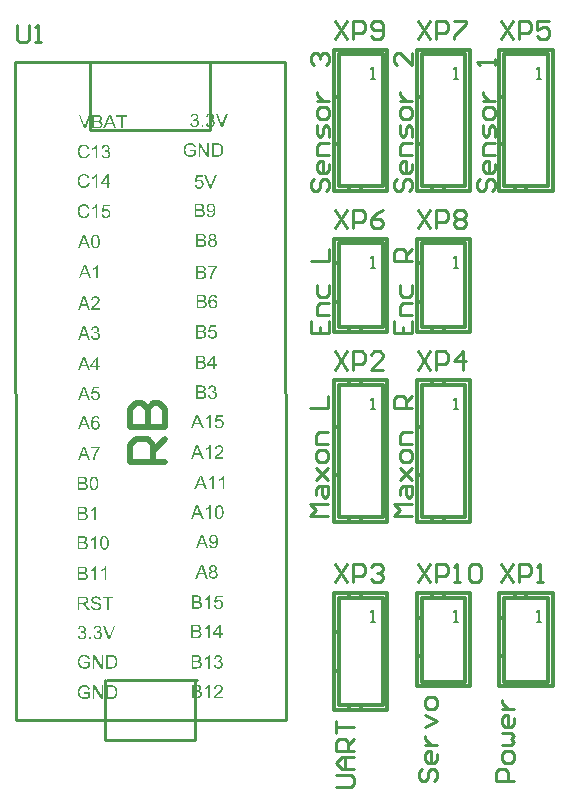
<source format=gto>
G04*
G04 #@! TF.GenerationSoftware,Altium Limited,Altium Designer,19.1.9 (167)*
G04*
G04 Layer_Color=65535*
%FSLAX42Y42*%
%MOMM*%
G71*
G01*
G75*
%ADD10C,0.30*%
%ADD11C,0.25*%
%ADD12C,0.15*%
%ADD13C,0.50*%
G36*
X5354Y3819D02*
X5355Y3819D01*
X5356Y3819D01*
X5358Y3818D01*
X5360Y3818D01*
X5362Y3818D01*
X5364Y3817D01*
X5366Y3817D01*
X5368Y3816D01*
X5370Y3815D01*
X5372Y3814D01*
X5374Y3813D01*
X5376Y3811D01*
X5378Y3810D01*
X5378Y3810D01*
X5378Y3809D01*
X5379Y3809D01*
X5380Y3808D01*
X5380Y3807D01*
X5381Y3806D01*
X5382Y3805D01*
X5383Y3804D01*
X5384Y3802D01*
X5385Y3800D01*
X5385Y3798D01*
X5386Y3796D01*
X5387Y3794D01*
X5387Y3792D01*
X5388Y3790D01*
X5388Y3787D01*
Y3787D01*
Y3787D01*
Y3787D01*
Y3786D01*
X5388Y3785D01*
X5388Y3785D01*
X5387Y3784D01*
X5387Y3783D01*
X5387Y3781D01*
X5387Y3779D01*
X5386Y3776D01*
X5385Y3774D01*
Y3774D01*
X5385Y3773D01*
X5385Y3773D01*
X5384Y3773D01*
X5384Y3772D01*
X5384Y3771D01*
X5383Y3770D01*
X5383Y3770D01*
X5382Y3769D01*
X5381Y3767D01*
X5380Y3765D01*
X5379Y3764D01*
X5378Y3763D01*
X5377Y3761D01*
X5376Y3760D01*
X5375Y3760D01*
X5375Y3760D01*
X5375Y3759D01*
X5374Y3759D01*
X5374Y3758D01*
X5373Y3757D01*
X5372Y3756D01*
X5370Y3755D01*
X5369Y3753D01*
X5367Y3752D01*
X5366Y3750D01*
X5364Y3748D01*
X5362Y3746D01*
X5359Y3744D01*
X5357Y3742D01*
X5354Y3740D01*
X5354Y3740D01*
X5353Y3739D01*
X5353Y3739D01*
X5352Y3738D01*
X5351Y3737D01*
X5350Y3736D01*
X5349Y3735D01*
X5347Y3734D01*
X5345Y3732D01*
X5343Y3730D01*
X5342Y3729D01*
X5341Y3728D01*
X5340Y3727D01*
X5339Y3726D01*
X5338Y3725D01*
X5338Y3725D01*
X5337Y3725D01*
X5337Y3724D01*
X5336Y3723D01*
X5335Y3722D01*
X5334Y3721D01*
X5333Y3719D01*
X5332Y3718D01*
X5388D01*
Y3705D01*
X5313D01*
Y3705D01*
Y3705D01*
Y3705D01*
Y3705D01*
Y3706D01*
X5313Y3706D01*
X5313Y3708D01*
X5313Y3709D01*
X5313Y3711D01*
X5314Y3712D01*
X5314Y3714D01*
Y3714D01*
X5314Y3714D01*
X5315Y3715D01*
X5315Y3715D01*
X5315Y3716D01*
X5315Y3717D01*
X5316Y3718D01*
X5316Y3719D01*
X5317Y3720D01*
X5318Y3721D01*
X5319Y3724D01*
X5321Y3727D01*
X5323Y3729D01*
X5323Y3729D01*
X5324Y3730D01*
X5324Y3730D01*
X5325Y3731D01*
X5325Y3731D01*
X5326Y3732D01*
X5327Y3733D01*
X5328Y3734D01*
X5329Y3735D01*
X5331Y3737D01*
X5332Y3738D01*
X5334Y3740D01*
X5336Y3741D01*
X5337Y3743D01*
X5340Y3745D01*
X5342Y3747D01*
X5342Y3747D01*
X5342Y3747D01*
X5342Y3747D01*
X5342Y3747D01*
X5343Y3748D01*
X5343Y3748D01*
X5345Y3749D01*
X5346Y3750D01*
X5348Y3752D01*
X5350Y3754D01*
X5352Y3755D01*
X5354Y3757D01*
X5356Y3759D01*
X5358Y3761D01*
X5360Y3763D01*
X5362Y3765D01*
X5364Y3767D01*
X5365Y3769D01*
X5367Y3771D01*
X5367Y3771D01*
X5367Y3771D01*
X5367Y3772D01*
X5368Y3772D01*
X5368Y3773D01*
X5369Y3774D01*
X5369Y3775D01*
X5370Y3776D01*
X5371Y3777D01*
X5371Y3779D01*
X5372Y3782D01*
X5373Y3783D01*
X5373Y3785D01*
X5373Y3786D01*
X5373Y3787D01*
Y3788D01*
Y3788D01*
Y3788D01*
X5373Y3789D01*
X5373Y3790D01*
X5373Y3790D01*
X5373Y3791D01*
X5373Y3792D01*
X5372Y3793D01*
X5372Y3795D01*
X5371Y3796D01*
X5371Y3797D01*
X5370Y3798D01*
X5369Y3799D01*
X5368Y3800D01*
X5367Y3801D01*
X5367Y3802D01*
X5367Y3802D01*
X5367Y3802D01*
X5366Y3802D01*
X5366Y3803D01*
X5365Y3803D01*
X5364Y3804D01*
X5363Y3804D01*
X5362Y3805D01*
X5361Y3805D01*
X5360Y3806D01*
X5358Y3806D01*
X5357Y3807D01*
X5355Y3807D01*
X5354Y3807D01*
X5352Y3807D01*
X5351D01*
X5350Y3807D01*
X5349Y3807D01*
X5348Y3807D01*
X5347Y3807D01*
X5346Y3807D01*
X5345Y3806D01*
X5343Y3806D01*
X5342Y3805D01*
X5341Y3805D01*
X5339Y3804D01*
X5338Y3803D01*
X5337Y3802D01*
X5336Y3801D01*
X5336Y3801D01*
X5335Y3801D01*
X5335Y3800D01*
X5335Y3800D01*
X5334Y3799D01*
X5334Y3799D01*
X5333Y3798D01*
X5333Y3797D01*
X5332Y3796D01*
X5332Y3794D01*
X5331Y3793D01*
X5331Y3792D01*
X5330Y3790D01*
X5330Y3788D01*
X5330Y3786D01*
X5330Y3784D01*
X5315Y3786D01*
Y3786D01*
Y3786D01*
X5315Y3786D01*
Y3787D01*
X5315Y3787D01*
X5316Y3789D01*
X5316Y3790D01*
X5316Y3791D01*
X5317Y3793D01*
X5317Y3795D01*
X5318Y3797D01*
X5319Y3799D01*
X5319Y3801D01*
X5321Y3803D01*
X5322Y3805D01*
X5323Y3807D01*
X5325Y3809D01*
X5326Y3810D01*
X5326Y3810D01*
X5327Y3811D01*
X5327Y3811D01*
X5328Y3812D01*
X5329Y3812D01*
X5330Y3813D01*
X5332Y3814D01*
X5333Y3815D01*
X5335Y3815D01*
X5337Y3816D01*
X5339Y3817D01*
X5341Y3818D01*
X5344Y3818D01*
X5346Y3819D01*
X5349Y3819D01*
X5352Y3819D01*
X5353D01*
X5354Y3819D01*
D02*
G37*
G36*
X5279Y3705D02*
X5265D01*
Y3794D01*
X5264Y3794D01*
X5264Y3793D01*
X5264Y3793D01*
X5264Y3793D01*
X5263Y3792D01*
X5263Y3792D01*
X5262Y3791D01*
X5261Y3791D01*
X5260Y3790D01*
X5259Y3789D01*
X5258Y3788D01*
X5257Y3787D01*
X5256Y3787D01*
X5254Y3786D01*
X5251Y3784D01*
X5251Y3784D01*
X5251Y3784D01*
X5250Y3783D01*
X5250Y3783D01*
X5249Y3783D01*
X5248Y3782D01*
X5247Y3782D01*
X5246Y3781D01*
X5244Y3780D01*
X5242Y3779D01*
X5239Y3778D01*
X5237Y3777D01*
Y3790D01*
X5237Y3790D01*
X5237Y3790D01*
X5238Y3791D01*
X5239Y3791D01*
X5240Y3792D01*
X5241Y3792D01*
X5242Y3793D01*
X5243Y3794D01*
X5245Y3795D01*
X5247Y3796D01*
X5250Y3798D01*
X5254Y3801D01*
X5257Y3804D01*
X5257Y3804D01*
X5257Y3804D01*
X5258Y3804D01*
X5258Y3805D01*
X5259Y3806D01*
X5260Y3806D01*
X5261Y3807D01*
X5262Y3808D01*
X5263Y3810D01*
X5264Y3811D01*
X5266Y3813D01*
X5268Y3816D01*
X5269Y3817D01*
X5269Y3819D01*
X5279D01*
Y3705D01*
D02*
G37*
G36*
X5170Y3818D02*
X5171D01*
X5172Y3818D01*
X5174Y3818D01*
X5175Y3818D01*
X5177Y3818D01*
X5178Y3818D01*
X5182Y3817D01*
X5185Y3816D01*
X5187Y3816D01*
X5188Y3815D01*
X5189D01*
X5189Y3815D01*
X5189Y3815D01*
X5190Y3814D01*
X5190Y3814D01*
X5191Y3813D01*
X5192Y3813D01*
X5193Y3812D01*
X5194Y3812D01*
X5195Y3811D01*
X5196Y3810D01*
X5197Y3809D01*
X5198Y3808D01*
X5199Y3807D01*
X5200Y3806D01*
X5201Y3804D01*
X5201Y3804D01*
X5201Y3804D01*
X5201Y3804D01*
X5202Y3803D01*
X5202Y3802D01*
X5202Y3802D01*
X5203Y3801D01*
X5203Y3800D01*
X5203Y3799D01*
X5204Y3797D01*
X5205Y3795D01*
X5205Y3792D01*
X5205Y3791D01*
X5205Y3789D01*
Y3789D01*
Y3789D01*
Y3788D01*
X5205Y3788D01*
Y3787D01*
X5205Y3787D01*
X5205Y3786D01*
X5205Y3785D01*
X5204Y3783D01*
X5204Y3780D01*
X5203Y3779D01*
X5203Y3778D01*
X5202Y3777D01*
X5201Y3775D01*
X5201Y3775D01*
X5201Y3775D01*
X5201Y3775D01*
X5201Y3774D01*
X5200Y3774D01*
X5200Y3773D01*
X5199Y3773D01*
X5198Y3772D01*
X5197Y3771D01*
X5197Y3770D01*
X5196Y3769D01*
X5195Y3768D01*
X5193Y3767D01*
X5192Y3767D01*
X5191Y3766D01*
X5189Y3765D01*
X5189D01*
X5190Y3765D01*
X5190Y3765D01*
X5191Y3765D01*
X5192Y3764D01*
X5193Y3764D01*
X5194Y3763D01*
X5195Y3763D01*
X5197Y3762D01*
X5198Y3761D01*
X5199Y3760D01*
X5200Y3759D01*
X5202Y3758D01*
X5203Y3757D01*
X5204Y3756D01*
X5205Y3755D01*
X5205Y3755D01*
X5205Y3754D01*
X5206Y3754D01*
X5206Y3753D01*
X5207Y3753D01*
X5207Y3752D01*
X5208Y3751D01*
X5208Y3750D01*
X5209Y3749D01*
X5209Y3747D01*
X5210Y3746D01*
X5210Y3744D01*
X5210Y3743D01*
X5211Y3741D01*
X5211Y3739D01*
X5211Y3738D01*
Y3737D01*
Y3737D01*
Y3737D01*
X5211Y3736D01*
Y3735D01*
X5211Y3735D01*
X5211Y3734D01*
X5210Y3733D01*
X5210Y3730D01*
X5209Y3728D01*
X5209Y3725D01*
X5207Y3723D01*
Y3722D01*
X5207Y3722D01*
X5207Y3722D01*
X5207Y3721D01*
X5206Y3721D01*
X5206Y3720D01*
X5205Y3719D01*
X5204Y3717D01*
X5202Y3715D01*
X5201Y3714D01*
X5199Y3712D01*
X5199D01*
X5199Y3712D01*
X5199Y3712D01*
X5198Y3711D01*
X5198Y3711D01*
X5197Y3711D01*
X5196Y3710D01*
X5196Y3710D01*
X5195Y3709D01*
X5194Y3709D01*
X5192Y3708D01*
X5189Y3707D01*
X5187Y3706D01*
X5187D01*
X5186Y3706D01*
X5186Y3706D01*
X5185Y3706D01*
X5185Y3706D01*
X5184Y3706D01*
X5183Y3706D01*
X5182Y3706D01*
X5180Y3705D01*
X5179Y3705D01*
X5177Y3705D01*
X5176Y3705D01*
X5174Y3705D01*
X5172Y3705D01*
X5170Y3705D01*
X5125D01*
Y3818D01*
X5169D01*
X5170Y3818D01*
D02*
G37*
G36*
X4218Y3815D02*
X4219D01*
X4220Y3815D01*
X4221Y3814D01*
X4223Y3814D01*
X4225Y3814D01*
X4226Y3814D01*
X4230Y3813D01*
X4232Y3813D01*
X4234Y3812D01*
X4236Y3811D01*
X4238Y3811D01*
X4238Y3811D01*
X4238Y3811D01*
X4239Y3810D01*
X4240Y3810D01*
X4240Y3810D01*
X4241Y3809D01*
X4242Y3809D01*
X4244Y3808D01*
X4245Y3807D01*
X4246Y3806D01*
X4249Y3804D01*
X4251Y3802D01*
X4253Y3801D01*
X4254Y3800D01*
X4254Y3799D01*
X4254Y3799D01*
X4254Y3799D01*
X4255Y3798D01*
X4255Y3798D01*
X4256Y3797D01*
X4256Y3796D01*
X4257Y3795D01*
X4258Y3793D01*
X4258Y3792D01*
X4259Y3790D01*
X4260Y3789D01*
X4260Y3787D01*
X4261Y3785D01*
X4262Y3783D01*
X4262Y3781D01*
X4249Y3777D01*
Y3777D01*
X4249Y3778D01*
X4248Y3778D01*
X4248Y3779D01*
X4248Y3779D01*
X4248Y3780D01*
X4247Y3781D01*
X4247Y3782D01*
X4246Y3784D01*
X4245Y3787D01*
X4244Y3789D01*
X4243Y3790D01*
X4242Y3791D01*
X4242Y3791D01*
X4242Y3791D01*
X4242Y3791D01*
X4242Y3792D01*
X4241Y3792D01*
X4241Y3793D01*
X4240Y3793D01*
X4240Y3794D01*
X4239Y3794D01*
X4238Y3795D01*
X4236Y3796D01*
X4234Y3798D01*
X4231Y3799D01*
X4231D01*
X4231Y3799D01*
X4231Y3799D01*
X4230Y3799D01*
X4230Y3800D01*
X4229Y3800D01*
X4228Y3800D01*
X4227Y3800D01*
X4226Y3801D01*
X4225Y3801D01*
X4223Y3801D01*
X4222Y3801D01*
X4219Y3802D01*
X4216Y3802D01*
X4215D01*
X4214Y3802D01*
X4213D01*
X4212Y3802D01*
X4211Y3802D01*
X4210Y3801D01*
X4208Y3801D01*
X4207Y3801D01*
X4204Y3801D01*
X4201Y3800D01*
X4198Y3799D01*
X4198D01*
X4198Y3798D01*
X4197Y3798D01*
X4197Y3798D01*
X4196Y3798D01*
X4195Y3797D01*
X4194Y3797D01*
X4194Y3796D01*
X4192Y3795D01*
X4190Y3794D01*
X4188Y3792D01*
X4186Y3790D01*
X4186Y3790D01*
X4186Y3790D01*
X4185Y3790D01*
X4185Y3789D01*
X4185Y3789D01*
X4184Y3788D01*
X4184Y3788D01*
X4183Y3787D01*
X4182Y3785D01*
X4181Y3783D01*
X4180Y3781D01*
X4179Y3779D01*
X4178Y3779D01*
X4178Y3779D01*
X4178Y3778D01*
X4178Y3777D01*
X4178Y3776D01*
X4177Y3775D01*
X4177Y3774D01*
X4176Y3772D01*
X4176Y3771D01*
X4176Y3769D01*
X4175Y3767D01*
X4175Y3765D01*
X4175Y3763D01*
X4174Y3761D01*
X4174Y3758D01*
X4174Y3756D01*
Y3756D01*
Y3756D01*
Y3756D01*
Y3755D01*
X4174Y3754D01*
X4174Y3752D01*
X4174Y3751D01*
X4175Y3749D01*
X4175Y3747D01*
X4175Y3745D01*
X4175Y3743D01*
X4176Y3741D01*
X4176Y3739D01*
X4177Y3737D01*
X4178Y3735D01*
X4179Y3733D01*
X4179Y3731D01*
X4180Y3731D01*
X4180Y3730D01*
X4180Y3730D01*
X4180Y3729D01*
X4181Y3728D01*
X4182Y3727D01*
X4182Y3726D01*
X4183Y3725D01*
X4184Y3724D01*
X4186Y3723D01*
X4187Y3721D01*
X4188Y3720D01*
X4190Y3719D01*
X4191Y3718D01*
X4193Y3717D01*
X4195Y3716D01*
X4195Y3715D01*
X4195Y3715D01*
X4196Y3715D01*
X4196Y3715D01*
X4197Y3714D01*
X4199Y3714D01*
X4200Y3714D01*
X4201Y3713D01*
X4203Y3713D01*
X4204Y3712D01*
X4206Y3712D01*
X4208Y3711D01*
X4210Y3711D01*
X4212Y3711D01*
X4214Y3711D01*
X4216Y3711D01*
X4217D01*
X4218Y3711D01*
X4219D01*
X4220Y3711D01*
X4221Y3711D01*
X4222Y3711D01*
X4223Y3711D01*
X4225Y3711D01*
X4228Y3712D01*
X4232Y3713D01*
X4233Y3714D01*
X4235Y3714D01*
X4235Y3714D01*
X4235Y3714D01*
X4236Y3715D01*
X4237Y3715D01*
X4237Y3715D01*
X4238Y3716D01*
X4239Y3716D01*
X4240Y3717D01*
X4243Y3718D01*
X4245Y3719D01*
X4247Y3721D01*
X4248Y3722D01*
X4249Y3722D01*
Y3744D01*
X4216D01*
Y3757D01*
X4264D01*
Y3715D01*
X4264Y3715D01*
X4264Y3714D01*
X4263Y3714D01*
X4262Y3713D01*
X4261Y3713D01*
X4260Y3712D01*
X4259Y3711D01*
X4257Y3710D01*
X4255Y3709D01*
X4254Y3708D01*
X4252Y3706D01*
X4250Y3705D01*
X4245Y3703D01*
X4243Y3702D01*
X4241Y3701D01*
X4241Y3701D01*
X4241Y3701D01*
X4240Y3701D01*
X4239Y3701D01*
X4238Y3700D01*
X4237Y3700D01*
X4235Y3700D01*
X4234Y3699D01*
X4232Y3699D01*
X4230Y3698D01*
X4228Y3698D01*
X4226Y3698D01*
X4221Y3697D01*
X4219Y3697D01*
X4217Y3697D01*
X4216D01*
X4215Y3697D01*
X4214D01*
X4213Y3697D01*
X4211Y3697D01*
X4209Y3698D01*
X4207Y3698D01*
X4204Y3698D01*
X4202Y3699D01*
X4200Y3699D01*
X4197Y3700D01*
X4194Y3701D01*
X4192Y3702D01*
X4189Y3703D01*
X4186Y3704D01*
X4186Y3704D01*
X4186Y3704D01*
X4185Y3705D01*
X4184Y3705D01*
X4183Y3706D01*
X4182Y3707D01*
X4180Y3708D01*
X4179Y3709D01*
X4177Y3711D01*
X4175Y3712D01*
X4174Y3714D01*
X4172Y3716D01*
X4170Y3718D01*
X4168Y3720D01*
X4167Y3722D01*
X4166Y3725D01*
X4166Y3725D01*
X4165Y3726D01*
X4165Y3726D01*
X4165Y3727D01*
X4164Y3729D01*
X4163Y3730D01*
X4163Y3732D01*
X4162Y3734D01*
X4161Y3736D01*
X4161Y3738D01*
X4160Y3741D01*
X4160Y3743D01*
X4159Y3746D01*
X4159Y3749D01*
X4159Y3752D01*
X4159Y3755D01*
Y3755D01*
Y3755D01*
Y3756D01*
Y3756D01*
Y3756D01*
X4159Y3757D01*
Y3758D01*
X4159Y3760D01*
X4159Y3761D01*
X4159Y3763D01*
X4160Y3765D01*
X4160Y3768D01*
X4160Y3770D01*
X4161Y3773D01*
X4162Y3775D01*
X4162Y3778D01*
X4163Y3781D01*
X4164Y3784D01*
X4166Y3786D01*
Y3786D01*
X4166Y3786D01*
X4166Y3787D01*
X4166Y3788D01*
X4167Y3789D01*
X4168Y3790D01*
X4168Y3791D01*
X4170Y3793D01*
X4171Y3794D01*
X4172Y3796D01*
X4174Y3798D01*
X4175Y3800D01*
X4177Y3801D01*
X4179Y3803D01*
X4181Y3805D01*
X4183Y3806D01*
X4186Y3808D01*
X4186Y3808D01*
X4186Y3808D01*
X4187Y3808D01*
X4188Y3809D01*
X4189Y3809D01*
X4191Y3810D01*
X4192Y3811D01*
X4194Y3811D01*
X4196Y3812D01*
X4199Y3813D01*
X4201Y3813D01*
X4204Y3814D01*
X4207Y3814D01*
X4209Y3814D01*
X4213Y3815D01*
X4216Y3815D01*
X4217D01*
X4218Y3815D01*
D02*
G37*
G36*
X4376Y3699D02*
X4360D01*
X4301Y3788D01*
Y3699D01*
X4286D01*
Y3813D01*
X4302D01*
X4361Y3723D01*
Y3813D01*
X4376D01*
Y3699D01*
D02*
G37*
G36*
X4444Y3813D02*
X4445D01*
X4446Y3813D01*
X4448D01*
X4451Y3812D01*
X4455Y3812D01*
X4456Y3812D01*
X4458Y3812D01*
X4459Y3811D01*
X4461Y3811D01*
X4461D01*
X4461Y3811D01*
X4462Y3811D01*
X4462Y3811D01*
X4463Y3810D01*
X4464Y3810D01*
X4465Y3810D01*
X4466Y3809D01*
X4469Y3808D01*
X4472Y3807D01*
X4475Y3805D01*
X4476Y3804D01*
X4477Y3803D01*
X4477Y3803D01*
X4478Y3803D01*
X4478Y3802D01*
X4479Y3802D01*
X4479Y3801D01*
X4480Y3800D01*
X4481Y3799D01*
X4482Y3798D01*
X4483Y3796D01*
X4484Y3795D01*
X4486Y3793D01*
X4487Y3792D01*
X4488Y3790D01*
X4489Y3788D01*
X4490Y3786D01*
X4491Y3783D01*
X4491Y3783D01*
X4491Y3783D01*
X4491Y3782D01*
X4491Y3781D01*
X4492Y3780D01*
X4492Y3779D01*
X4493Y3777D01*
X4493Y3776D01*
X4493Y3774D01*
X4494Y3772D01*
X4494Y3769D01*
X4495Y3767D01*
X4495Y3765D01*
X4495Y3762D01*
X4495Y3759D01*
X4495Y3756D01*
Y3756D01*
Y3756D01*
Y3755D01*
X4495Y3754D01*
Y3753D01*
X4495Y3752D01*
X4495Y3750D01*
X4495Y3749D01*
X4495Y3747D01*
X4495Y3745D01*
X4494Y3741D01*
X4493Y3737D01*
X4492Y3733D01*
Y3733D01*
X4492Y3733D01*
X4492Y3732D01*
X4492Y3732D01*
X4491Y3731D01*
X4491Y3730D01*
X4491Y3729D01*
X4490Y3728D01*
X4489Y3725D01*
X4488Y3722D01*
X4486Y3719D01*
X4484Y3717D01*
X4484Y3717D01*
X4484Y3717D01*
X4484Y3716D01*
X4484Y3716D01*
X4483Y3715D01*
X4483Y3715D01*
X4481Y3713D01*
X4480Y3711D01*
X4478Y3710D01*
X4476Y3708D01*
X4474Y3706D01*
X4474D01*
X4474Y3706D01*
X4473Y3706D01*
X4473Y3706D01*
X4472Y3706D01*
X4472Y3705D01*
X4471Y3705D01*
X4470Y3704D01*
X4469Y3704D01*
X4468Y3703D01*
X4467Y3703D01*
X4466Y3703D01*
X4463Y3702D01*
X4460Y3701D01*
X4460D01*
X4460Y3701D01*
X4460Y3701D01*
X4459Y3700D01*
X4458Y3700D01*
X4457Y3700D01*
X4456Y3700D01*
X4455Y3700D01*
X4454Y3700D01*
X4452Y3699D01*
X4451Y3699D01*
X4449Y3699D01*
X4448Y3699D01*
X4446Y3699D01*
X4442Y3699D01*
X4401D01*
Y3813D01*
X4443D01*
X4444Y3813D01*
D02*
G37*
G36*
X5351Y4070D02*
X5351D01*
X5352Y4069D01*
X5353Y4069D01*
X5355Y4069D01*
X5356Y4069D01*
X5357Y4069D01*
X5360Y4068D01*
X5362Y4068D01*
X5363Y4067D01*
X5365Y4066D01*
X5366Y4066D01*
X5366Y4066D01*
X5366Y4066D01*
X5367Y4065D01*
X5367Y4065D01*
X5368Y4065D01*
X5369Y4064D01*
X5370Y4063D01*
X5371Y4063D01*
X5373Y4061D01*
X5375Y4059D01*
X5376Y4057D01*
X5377Y4056D01*
X5378Y4055D01*
X5378Y4055D01*
X5378Y4054D01*
X5379Y4054D01*
X5379Y4054D01*
X5379Y4053D01*
X5379Y4052D01*
X5380Y4051D01*
X5380Y4050D01*
X5381Y4049D01*
X5381Y4048D01*
X5382Y4046D01*
X5382Y4043D01*
X5382Y4042D01*
X5382Y4040D01*
Y4040D01*
Y4040D01*
Y4039D01*
X5382Y4039D01*
Y4038D01*
X5382Y4037D01*
X5382Y4037D01*
X5382Y4036D01*
X5381Y4034D01*
X5381Y4031D01*
X5380Y4030D01*
X5380Y4029D01*
X5379Y4028D01*
X5378Y4027D01*
X5378Y4027D01*
X5378Y4026D01*
X5378Y4026D01*
X5378Y4026D01*
X5377Y4025D01*
X5377Y4025D01*
X5376Y4024D01*
X5375Y4023D01*
X5375Y4022D01*
X5374Y4022D01*
X5373Y4021D01*
X5372Y4020D01*
X5371Y4019D01*
X5369Y4018D01*
X5368Y4018D01*
X5367Y4017D01*
X5367D01*
X5367Y4017D01*
X5368Y4017D01*
X5368Y4017D01*
X5369Y4016D01*
X5370Y4016D01*
X5371Y4016D01*
X5372Y4015D01*
X5374Y4014D01*
X5375Y4014D01*
X5376Y4013D01*
X5378Y4012D01*
X5379Y4011D01*
X5380Y4010D01*
X5381Y4009D01*
X5382Y4007D01*
X5382Y4007D01*
X5383Y4007D01*
X5383Y4007D01*
X5383Y4006D01*
X5384Y4005D01*
X5384Y4004D01*
X5385Y4003D01*
X5385Y4002D01*
X5386Y4001D01*
X5386Y4000D01*
X5387Y3998D01*
X5387Y3997D01*
X5387Y3995D01*
X5388Y3993D01*
X5388Y3991D01*
X5388Y3989D01*
Y3989D01*
Y3988D01*
X5388Y3988D01*
X5388Y3987D01*
X5388Y3985D01*
X5387Y3984D01*
X5387Y3982D01*
X5387Y3980D01*
X5386Y3978D01*
X5385Y3976D01*
X5384Y3974D01*
X5383Y3972D01*
X5382Y3970D01*
X5381Y3968D01*
X5379Y3966D01*
X5377Y3964D01*
X5377Y3964D01*
X5377Y3963D01*
X5376Y3963D01*
X5375Y3962D01*
X5374Y3961D01*
X5373Y3960D01*
X5371Y3960D01*
X5370Y3959D01*
X5368Y3958D01*
X5366Y3957D01*
X5363Y3956D01*
X5361Y3955D01*
X5358Y3954D01*
X5355Y3954D01*
X5353Y3953D01*
X5350Y3953D01*
X5349D01*
X5348Y3953D01*
X5347Y3954D01*
X5346Y3954D01*
X5344Y3954D01*
X5343Y3954D01*
X5341Y3955D01*
X5339Y3955D01*
X5337Y3956D01*
X5335Y3956D01*
X5333Y3957D01*
X5331Y3958D01*
X5329Y3959D01*
X5327Y3961D01*
X5325Y3962D01*
X5325Y3962D01*
X5324Y3963D01*
X5324Y3963D01*
X5323Y3964D01*
X5322Y3965D01*
X5321Y3966D01*
X5320Y3967D01*
X5320Y3969D01*
X5319Y3970D01*
X5318Y3972D01*
X5317Y3974D01*
X5316Y3976D01*
X5315Y3978D01*
X5314Y3980D01*
X5314Y3983D01*
X5313Y3985D01*
X5327Y3987D01*
Y3987D01*
X5327Y3987D01*
X5328Y3986D01*
X5328Y3985D01*
X5328Y3984D01*
X5328Y3983D01*
X5329Y3982D01*
X5329Y3981D01*
X5330Y3978D01*
X5332Y3975D01*
X5333Y3974D01*
X5334Y3972D01*
X5334Y3971D01*
X5336Y3970D01*
X5336Y3970D01*
X5336Y3970D01*
X5336Y3970D01*
X5337Y3969D01*
X5337Y3969D01*
X5338Y3969D01*
X5339Y3968D01*
X5340Y3968D01*
X5340Y3967D01*
X5342Y3967D01*
X5343Y3966D01*
X5344Y3966D01*
X5345Y3965D01*
X5347Y3965D01*
X5348Y3965D01*
X5350Y3965D01*
X5350D01*
X5351Y3965D01*
X5351D01*
X5352Y3965D01*
X5353Y3965D01*
X5354Y3966D01*
X5355Y3966D01*
X5357Y3966D01*
X5358Y3967D01*
X5360Y3967D01*
X5361Y3968D01*
X5362Y3969D01*
X5364Y3970D01*
X5365Y3971D01*
X5366Y3972D01*
X5366Y3972D01*
X5367Y3972D01*
X5367Y3972D01*
X5367Y3973D01*
X5368Y3974D01*
X5368Y3975D01*
X5369Y3975D01*
X5370Y3977D01*
X5370Y3978D01*
X5371Y3979D01*
X5372Y3980D01*
X5372Y3982D01*
X5373Y3983D01*
X5373Y3985D01*
X5373Y3987D01*
X5373Y3989D01*
Y3989D01*
Y3989D01*
Y3990D01*
X5373Y3990D01*
X5373Y3991D01*
X5373Y3992D01*
X5373Y3993D01*
X5372Y3994D01*
X5372Y3996D01*
X5372Y3997D01*
X5371Y3998D01*
X5371Y3999D01*
X5370Y4001D01*
X5369Y4002D01*
X5368Y4003D01*
X5367Y4005D01*
X5367Y4005D01*
X5367Y4005D01*
X5366Y4005D01*
X5366Y4006D01*
X5365Y4006D01*
X5364Y4007D01*
X5363Y4007D01*
X5362Y4008D01*
X5361Y4008D01*
X5360Y4009D01*
X5359Y4009D01*
X5357Y4010D01*
X5356Y4010D01*
X5354Y4011D01*
X5353Y4011D01*
X5351Y4011D01*
X5350D01*
X5349Y4011D01*
X5348Y4011D01*
X5347Y4010D01*
X5345Y4010D01*
X5343Y4010D01*
X5341Y4009D01*
X5343Y4022D01*
X5343D01*
X5343Y4022D01*
X5343D01*
X5344Y4021D01*
X5346D01*
X5346Y4022D01*
X5347Y4022D01*
X5348Y4022D01*
X5349Y4022D01*
X5350Y4022D01*
X5351Y4022D01*
X5353Y4023D01*
X5355Y4023D01*
X5357Y4024D01*
X5358Y4025D01*
X5360Y4025D01*
X5361Y4026D01*
X5361Y4026D01*
X5361Y4026D01*
X5361Y4027D01*
X5362Y4027D01*
X5362Y4027D01*
X5363Y4028D01*
X5364Y4029D01*
X5364Y4030D01*
X5365Y4031D01*
X5366Y4032D01*
X5366Y4033D01*
X5367Y4034D01*
X5367Y4036D01*
X5368Y4037D01*
X5368Y4039D01*
X5368Y4040D01*
Y4041D01*
Y4041D01*
Y4041D01*
X5368Y4042D01*
X5368Y4042D01*
X5368Y4043D01*
X5368Y4044D01*
X5367Y4045D01*
X5367Y4047D01*
X5366Y4048D01*
X5366Y4049D01*
X5365Y4050D01*
X5364Y4051D01*
X5364Y4052D01*
X5363Y4053D01*
X5363Y4053D01*
X5362Y4053D01*
X5362Y4054D01*
X5362Y4054D01*
X5361Y4054D01*
X5361Y4055D01*
X5360Y4055D01*
X5359Y4056D01*
X5358Y4056D01*
X5357Y4057D01*
X5356Y4057D01*
X5355Y4057D01*
X5354Y4058D01*
X5352Y4058D01*
X5351Y4058D01*
X5349Y4058D01*
X5348D01*
X5348Y4058D01*
X5347Y4058D01*
X5346Y4058D01*
X5346Y4058D01*
X5345Y4058D01*
X5342Y4057D01*
X5341Y4057D01*
X5340Y4056D01*
X5339Y4055D01*
X5338Y4055D01*
X5337Y4054D01*
X5336Y4053D01*
X5336Y4053D01*
X5335Y4053D01*
X5335Y4052D01*
X5335Y4052D01*
X5334Y4052D01*
X5334Y4051D01*
X5333Y4050D01*
X5333Y4049D01*
X5332Y4048D01*
X5332Y4047D01*
X5331Y4046D01*
X5331Y4044D01*
X5330Y4043D01*
X5330Y4041D01*
X5329Y4040D01*
X5329Y4038D01*
X5315Y4040D01*
Y4040D01*
Y4040D01*
X5315Y4041D01*
X5315Y4042D01*
X5315Y4043D01*
X5316Y4044D01*
X5316Y4045D01*
X5317Y4047D01*
X5317Y4048D01*
X5318Y4050D01*
X5319Y4052D01*
X5320Y4054D01*
X5321Y4055D01*
X5322Y4057D01*
X5323Y4059D01*
X5325Y4061D01*
X5326Y4062D01*
X5327Y4062D01*
X5327Y4062D01*
X5327Y4063D01*
X5328Y4063D01*
X5329Y4064D01*
X5330Y4064D01*
X5331Y4065D01*
X5333Y4066D01*
X5334Y4067D01*
X5336Y4067D01*
X5338Y4068D01*
X5340Y4069D01*
X5342Y4069D01*
X5344Y4069D01*
X5347Y4070D01*
X5349Y4070D01*
X5350D01*
X5351Y4070D01*
D02*
G37*
G36*
X5278Y3955D02*
X5264D01*
Y4044D01*
X5263Y4044D01*
X5263Y4044D01*
X5263Y4044D01*
X5263Y4044D01*
X5262Y4043D01*
X5261Y4043D01*
X5261Y4042D01*
X5260Y4041D01*
X5259Y4041D01*
X5258Y4040D01*
X5257Y4039D01*
X5256Y4038D01*
X5254Y4037D01*
X5253Y4037D01*
X5250Y4035D01*
X5250Y4035D01*
X5250Y4035D01*
X5249Y4034D01*
X5249Y4034D01*
X5248Y4034D01*
X5247Y4033D01*
X5246Y4033D01*
X5245Y4032D01*
X5243Y4031D01*
X5241Y4030D01*
X5238Y4029D01*
X5236Y4028D01*
Y4041D01*
X5236Y4041D01*
X5236Y4041D01*
X5237Y4042D01*
X5238Y4042D01*
X5239Y4043D01*
X5240Y4043D01*
X5241Y4044D01*
X5242Y4045D01*
X5244Y4046D01*
X5246Y4047D01*
X5249Y4049D01*
X5253Y4052D01*
X5256Y4054D01*
X5256Y4055D01*
X5256Y4055D01*
X5257Y4055D01*
X5257Y4056D01*
X5258Y4056D01*
X5259Y4057D01*
X5260Y4058D01*
X5261Y4059D01*
X5262Y4060D01*
X5263Y4062D01*
X5265Y4064D01*
X5267Y4067D01*
X5268Y4068D01*
X5268Y4070D01*
X5278D01*
Y3955D01*
D02*
G37*
G36*
X5169Y4069D02*
X5170D01*
X5171Y4069D01*
X5173Y4069D01*
X5174Y4069D01*
X5176Y4069D01*
X5177Y4069D01*
X5181Y4068D01*
X5184Y4067D01*
X5186Y4066D01*
X5187Y4066D01*
X5188D01*
X5188Y4066D01*
X5188Y4065D01*
X5189Y4065D01*
X5189Y4065D01*
X5190Y4064D01*
X5191Y4064D01*
X5192Y4063D01*
X5193Y4063D01*
X5194Y4062D01*
X5195Y4061D01*
X5196Y4060D01*
X5197Y4059D01*
X5198Y4058D01*
X5199Y4056D01*
X5200Y4055D01*
X5200Y4055D01*
X5200Y4055D01*
X5200Y4054D01*
X5201Y4054D01*
X5201Y4053D01*
X5201Y4052D01*
X5202Y4052D01*
X5202Y4051D01*
X5202Y4049D01*
X5203Y4048D01*
X5204Y4046D01*
X5204Y4043D01*
X5204Y4042D01*
X5204Y4040D01*
Y4040D01*
Y4040D01*
Y4039D01*
X5204Y4039D01*
Y4038D01*
X5204Y4037D01*
X5204Y4037D01*
X5204Y4036D01*
X5203Y4034D01*
X5203Y4031D01*
X5202Y4030D01*
X5202Y4029D01*
X5201Y4028D01*
X5200Y4026D01*
X5200Y4026D01*
X5200Y4026D01*
X5200Y4026D01*
X5200Y4025D01*
X5199Y4025D01*
X5199Y4024D01*
X5198Y4023D01*
X5197Y4023D01*
X5196Y4022D01*
X5196Y4021D01*
X5195Y4020D01*
X5194Y4019D01*
X5192Y4018D01*
X5191Y4018D01*
X5190Y4017D01*
X5188Y4016D01*
X5188D01*
X5189Y4016D01*
X5189Y4016D01*
X5190Y4015D01*
X5191Y4015D01*
X5192Y4015D01*
X5193Y4014D01*
X5194Y4014D01*
X5195Y4013D01*
X5197Y4012D01*
X5198Y4011D01*
X5199Y4010D01*
X5201Y4009D01*
X5202Y4008D01*
X5203Y4007D01*
X5204Y4006D01*
X5204Y4006D01*
X5204Y4005D01*
X5205Y4005D01*
X5205Y4004D01*
X5206Y4004D01*
X5206Y4003D01*
X5207Y4002D01*
X5207Y4001D01*
X5208Y4000D01*
X5208Y3998D01*
X5208Y3997D01*
X5209Y3995D01*
X5209Y3994D01*
X5210Y3992D01*
X5210Y3990D01*
X5210Y3988D01*
Y3988D01*
Y3988D01*
Y3988D01*
X5210Y3987D01*
Y3986D01*
X5210Y3986D01*
X5210Y3985D01*
X5209Y3984D01*
X5209Y3981D01*
X5208Y3979D01*
X5208Y3976D01*
X5206Y3973D01*
Y3973D01*
X5206Y3973D01*
X5206Y3973D01*
X5206Y3972D01*
X5205Y3972D01*
X5205Y3971D01*
X5204Y3970D01*
X5203Y3968D01*
X5201Y3966D01*
X5200Y3964D01*
X5198Y3963D01*
X5198D01*
X5198Y3963D01*
X5198Y3963D01*
X5197Y3962D01*
X5197Y3962D01*
X5196Y3962D01*
X5195Y3961D01*
X5195Y3961D01*
X5194Y3960D01*
X5193Y3960D01*
X5191Y3959D01*
X5188Y3958D01*
X5186Y3957D01*
X5186D01*
X5185Y3957D01*
X5185Y3957D01*
X5184Y3957D01*
X5184Y3957D01*
X5183Y3957D01*
X5182Y3957D01*
X5181Y3956D01*
X5179Y3956D01*
X5178Y3956D01*
X5176Y3956D01*
X5175Y3956D01*
X5173Y3956D01*
X5171Y3956D01*
X5169Y3955D01*
X5124D01*
Y4069D01*
X5168D01*
X5169Y4069D01*
D02*
G37*
G36*
X4218Y4071D02*
X4219D01*
X4220Y4071D01*
X4221Y4071D01*
X4223Y4071D01*
X4225Y4071D01*
X4226Y4070D01*
X4230Y4070D01*
X4232Y4069D01*
X4234Y4069D01*
X4236Y4068D01*
X4238Y4067D01*
X4238Y4067D01*
X4238Y4067D01*
X4239Y4067D01*
X4240Y4067D01*
X4240Y4066D01*
X4241Y4066D01*
X4242Y4065D01*
X4244Y4064D01*
X4245Y4064D01*
X4246Y4063D01*
X4249Y4061D01*
X4251Y4059D01*
X4253Y4057D01*
X4254Y4056D01*
X4254Y4056D01*
X4254Y4056D01*
X4254Y4055D01*
X4255Y4055D01*
X4255Y4054D01*
X4256Y4053D01*
X4256Y4052D01*
X4257Y4051D01*
X4258Y4050D01*
X4258Y4048D01*
X4259Y4047D01*
X4260Y4045D01*
X4260Y4043D01*
X4261Y4042D01*
X4262Y4040D01*
X4262Y4037D01*
X4249Y4034D01*
Y4034D01*
X4249Y4034D01*
X4248Y4035D01*
X4248Y4035D01*
X4248Y4036D01*
X4248Y4037D01*
X4247Y4038D01*
X4247Y4039D01*
X4246Y4041D01*
X4245Y4043D01*
X4244Y4045D01*
X4243Y4046D01*
X4242Y4047D01*
X4242Y4047D01*
X4242Y4048D01*
X4242Y4048D01*
X4242Y4048D01*
X4241Y4049D01*
X4241Y4049D01*
X4240Y4050D01*
X4240Y4050D01*
X4239Y4051D01*
X4238Y4052D01*
X4236Y4053D01*
X4234Y4054D01*
X4231Y4055D01*
X4231D01*
X4231Y4056D01*
X4231Y4056D01*
X4230Y4056D01*
X4230Y4056D01*
X4229Y4056D01*
X4228Y4057D01*
X4227Y4057D01*
X4226Y4057D01*
X4225Y4057D01*
X4223Y4058D01*
X4222Y4058D01*
X4219Y4058D01*
X4216Y4058D01*
X4215D01*
X4214Y4058D01*
X4213D01*
X4212Y4058D01*
X4211Y4058D01*
X4210Y4058D01*
X4208Y4058D01*
X4207Y4058D01*
X4204Y4057D01*
X4201Y4056D01*
X4198Y4055D01*
X4198D01*
X4198Y4055D01*
X4197Y4055D01*
X4197Y4055D01*
X4196Y4054D01*
X4195Y4054D01*
X4194Y4053D01*
X4194Y4053D01*
X4192Y4052D01*
X4190Y4050D01*
X4188Y4049D01*
X4186Y4047D01*
X4186Y4047D01*
X4186Y4047D01*
X4185Y4046D01*
X4185Y4046D01*
X4185Y4045D01*
X4184Y4045D01*
X4184Y4044D01*
X4183Y4044D01*
X4182Y4042D01*
X4181Y4040D01*
X4180Y4038D01*
X4179Y4036D01*
X4178Y4036D01*
X4178Y4035D01*
X4178Y4035D01*
X4178Y4034D01*
X4178Y4033D01*
X4177Y4032D01*
X4177Y4030D01*
X4176Y4029D01*
X4176Y4027D01*
X4176Y4025D01*
X4175Y4024D01*
X4175Y4022D01*
X4175Y4019D01*
X4174Y4017D01*
X4174Y4015D01*
X4174Y4013D01*
Y4013D01*
Y4013D01*
Y4012D01*
Y4011D01*
X4174Y4010D01*
X4174Y4009D01*
X4174Y4007D01*
X4175Y4006D01*
X4175Y4004D01*
X4175Y4002D01*
X4175Y4000D01*
X4176Y3998D01*
X4176Y3996D01*
X4177Y3993D01*
X4178Y3991D01*
X4179Y3989D01*
X4179Y3987D01*
X4180Y3987D01*
X4180Y3987D01*
X4180Y3986D01*
X4180Y3986D01*
X4181Y3985D01*
X4182Y3984D01*
X4182Y3983D01*
X4183Y3982D01*
X4184Y3980D01*
X4186Y3979D01*
X4187Y3978D01*
X4188Y3977D01*
X4190Y3975D01*
X4191Y3974D01*
X4193Y3973D01*
X4195Y3972D01*
X4195Y3972D01*
X4195Y3972D01*
X4196Y3972D01*
X4196Y3971D01*
X4197Y3971D01*
X4199Y3970D01*
X4200Y3970D01*
X4201Y3970D01*
X4203Y3969D01*
X4204Y3969D01*
X4206Y3968D01*
X4208Y3968D01*
X4210Y3968D01*
X4212Y3967D01*
X4214Y3967D01*
X4216Y3967D01*
X4217D01*
X4218Y3967D01*
X4219D01*
X4220Y3967D01*
X4221Y3967D01*
X4222Y3968D01*
X4223Y3968D01*
X4225Y3968D01*
X4228Y3969D01*
X4232Y3970D01*
X4233Y3970D01*
X4235Y3971D01*
X4235Y3971D01*
X4235Y3971D01*
X4236Y3971D01*
X4237Y3971D01*
X4237Y3972D01*
X4238Y3972D01*
X4239Y3973D01*
X4240Y3973D01*
X4243Y3974D01*
X4245Y3976D01*
X4247Y3977D01*
X4248Y3978D01*
X4249Y3979D01*
Y4000D01*
X4216D01*
Y4014D01*
X4264D01*
Y3971D01*
X4264Y3971D01*
X4264Y3971D01*
X4263Y3970D01*
X4262Y3970D01*
X4261Y3969D01*
X4260Y3968D01*
X4259Y3967D01*
X4257Y3966D01*
X4255Y3965D01*
X4254Y3964D01*
X4252Y3963D01*
X4250Y3962D01*
X4245Y3960D01*
X4243Y3959D01*
X4241Y3958D01*
X4241Y3958D01*
X4241Y3958D01*
X4240Y3958D01*
X4239Y3957D01*
X4238Y3957D01*
X4237Y3957D01*
X4235Y3956D01*
X4234Y3956D01*
X4232Y3955D01*
X4230Y3955D01*
X4228Y3955D01*
X4226Y3954D01*
X4221Y3954D01*
X4219Y3954D01*
X4217Y3954D01*
X4216D01*
X4215Y3954D01*
X4214D01*
X4213Y3954D01*
X4211Y3954D01*
X4209Y3954D01*
X4207Y3954D01*
X4204Y3955D01*
X4202Y3955D01*
X4200Y3956D01*
X4197Y3957D01*
X4194Y3957D01*
X4192Y3958D01*
X4189Y3959D01*
X4186Y3961D01*
X4186Y3961D01*
X4186Y3961D01*
X4185Y3961D01*
X4184Y3962D01*
X4183Y3963D01*
X4182Y3964D01*
X4180Y3965D01*
X4179Y3966D01*
X4177Y3967D01*
X4175Y3969D01*
X4174Y3971D01*
X4172Y3972D01*
X4170Y3975D01*
X4168Y3977D01*
X4167Y3979D01*
X4166Y3981D01*
X4166Y3982D01*
X4165Y3982D01*
X4165Y3983D01*
X4165Y3984D01*
X4164Y3985D01*
X4163Y3987D01*
X4163Y3988D01*
X4162Y3990D01*
X4161Y3993D01*
X4161Y3995D01*
X4160Y3997D01*
X4160Y4000D01*
X4159Y4003D01*
X4159Y4006D01*
X4159Y4009D01*
X4159Y4012D01*
Y4012D01*
Y4012D01*
Y4012D01*
Y4013D01*
Y4013D01*
X4159Y4013D01*
Y4015D01*
X4159Y4016D01*
X4159Y4018D01*
X4159Y4020D01*
X4160Y4022D01*
X4160Y4024D01*
X4160Y4027D01*
X4161Y4029D01*
X4162Y4032D01*
X4162Y4035D01*
X4163Y4037D01*
X4164Y4040D01*
X4166Y4043D01*
Y4043D01*
X4166Y4043D01*
X4166Y4043D01*
X4166Y4044D01*
X4167Y4045D01*
X4168Y4046D01*
X4168Y4048D01*
X4170Y4049D01*
X4171Y4051D01*
X4172Y4053D01*
X4174Y4054D01*
X4175Y4056D01*
X4177Y4058D01*
X4179Y4060D01*
X4181Y4061D01*
X4183Y4063D01*
X4186Y4064D01*
X4186Y4064D01*
X4186Y4065D01*
X4187Y4065D01*
X4188Y4065D01*
X4189Y4066D01*
X4191Y4067D01*
X4192Y4067D01*
X4194Y4068D01*
X4196Y4068D01*
X4199Y4069D01*
X4201Y4070D01*
X4204Y4070D01*
X4207Y4071D01*
X4209Y4071D01*
X4213Y4071D01*
X4216Y4071D01*
X4217D01*
X4218Y4071D01*
D02*
G37*
G36*
X4376Y3955D02*
X4360D01*
X4301Y4045D01*
Y3955D01*
X4286D01*
Y4069D01*
X4302D01*
X4361Y3980D01*
Y4069D01*
X4376D01*
Y3955D01*
D02*
G37*
G36*
X4444Y4069D02*
X4445D01*
X4446Y4069D01*
X4448D01*
X4451Y4069D01*
X4455Y4069D01*
X4456Y4068D01*
X4458Y4068D01*
X4459Y4068D01*
X4461Y4068D01*
X4461D01*
X4461Y4068D01*
X4462Y4067D01*
X4462Y4067D01*
X4463Y4067D01*
X4464Y4067D01*
X4465Y4066D01*
X4466Y4066D01*
X4469Y4065D01*
X4472Y4063D01*
X4475Y4062D01*
X4476Y4061D01*
X4477Y4060D01*
X4477Y4059D01*
X4478Y4059D01*
X4478Y4059D01*
X4479Y4058D01*
X4479Y4057D01*
X4480Y4056D01*
X4481Y4055D01*
X4482Y4054D01*
X4483Y4053D01*
X4484Y4051D01*
X4486Y4050D01*
X4487Y4048D01*
X4488Y4046D01*
X4489Y4044D01*
X4490Y4042D01*
X4491Y4040D01*
X4491Y4040D01*
X4491Y4039D01*
X4491Y4039D01*
X4491Y4038D01*
X4492Y4037D01*
X4492Y4036D01*
X4493Y4034D01*
X4493Y4032D01*
X4493Y4030D01*
X4494Y4028D01*
X4494Y4026D01*
X4495Y4024D01*
X4495Y4021D01*
X4495Y4018D01*
X4495Y4016D01*
X4495Y4013D01*
Y4013D01*
Y4012D01*
Y4012D01*
X4495Y4011D01*
Y4010D01*
X4495Y4008D01*
X4495Y4007D01*
X4495Y4005D01*
X4495Y4003D01*
X4495Y4002D01*
X4494Y3998D01*
X4493Y3994D01*
X4492Y3990D01*
Y3990D01*
X4492Y3990D01*
X4492Y3989D01*
X4492Y3988D01*
X4491Y3987D01*
X4491Y3986D01*
X4491Y3985D01*
X4490Y3984D01*
X4489Y3982D01*
X4488Y3979D01*
X4486Y3976D01*
X4484Y3973D01*
X4484Y3973D01*
X4484Y3973D01*
X4484Y3973D01*
X4484Y3972D01*
X4483Y3972D01*
X4483Y3971D01*
X4481Y3970D01*
X4480Y3968D01*
X4478Y3966D01*
X4476Y3965D01*
X4474Y3963D01*
X4474D01*
X4474Y3963D01*
X4473Y3963D01*
X4473Y3962D01*
X4472Y3962D01*
X4472Y3962D01*
X4471Y3961D01*
X4470Y3961D01*
X4469Y3960D01*
X4468Y3960D01*
X4467Y3960D01*
X4466Y3959D01*
X4463Y3958D01*
X4460Y3957D01*
X4460D01*
X4460Y3957D01*
X4460Y3957D01*
X4459Y3957D01*
X4458Y3957D01*
X4457Y3957D01*
X4456Y3957D01*
X4455Y3956D01*
X4454Y3956D01*
X4452Y3956D01*
X4451Y3956D01*
X4449Y3956D01*
X4448Y3956D01*
X4446Y3956D01*
X4442Y3955D01*
X4401D01*
Y4069D01*
X4443D01*
X4444Y4069D01*
D02*
G37*
G36*
X4331Y7258D02*
X4317D01*
Y7347D01*
X4317Y7347D01*
X4317Y7347D01*
X4317Y7347D01*
X4316Y7346D01*
X4316Y7346D01*
X4315Y7345D01*
X4315Y7345D01*
X4314Y7344D01*
X4313Y7343D01*
X4312Y7343D01*
X4311Y7342D01*
X4310Y7341D01*
X4308Y7340D01*
X4307Y7339D01*
X4304Y7337D01*
X4304Y7337D01*
X4304Y7337D01*
X4303Y7337D01*
X4303Y7337D01*
X4302Y7336D01*
X4301Y7336D01*
X4300Y7335D01*
X4299Y7335D01*
X4297Y7333D01*
X4294Y7332D01*
X4292Y7331D01*
X4289Y7330D01*
Y7344D01*
X4289Y7344D01*
X4290Y7344D01*
X4290Y7344D01*
X4291Y7345D01*
X4292Y7345D01*
X4294Y7346D01*
X4295Y7347D01*
X4296Y7347D01*
X4298Y7348D01*
X4299Y7349D01*
X4303Y7352D01*
X4306Y7354D01*
X4310Y7357D01*
X4310Y7357D01*
X4310Y7357D01*
X4311Y7358D01*
X4311Y7358D01*
X4312Y7359D01*
X4313Y7360D01*
X4314Y7361D01*
X4315Y7362D01*
X4316Y7363D01*
X4317Y7364D01*
X4319Y7367D01*
X4321Y7370D01*
X4322Y7371D01*
X4322Y7372D01*
X4331D01*
Y7258D01*
D02*
G37*
G36*
X4272D02*
X4255D01*
X4242Y7292D01*
X4194D01*
X4182Y7258D01*
X4166D01*
X4210Y7372D01*
X4226D01*
X4272Y7258D01*
D02*
G37*
G36*
X4265Y7514D02*
X4248D01*
X4235Y7548D01*
X4187D01*
X4175Y7514D01*
X4159D01*
X4202Y7628D01*
X4219D01*
X4265Y7514D01*
D02*
G37*
G36*
X4310Y7628D02*
X4311D01*
X4312Y7628D01*
X4313Y7628D01*
X4314Y7628D01*
X4317Y7627D01*
X4319Y7627D01*
X4322Y7626D01*
X4323Y7625D01*
X4325Y7625D01*
X4325D01*
X4325Y7624D01*
X4325Y7624D01*
X4326Y7624D01*
X4326Y7624D01*
X4327Y7623D01*
X4328Y7623D01*
X4329Y7622D01*
X4331Y7620D01*
X4332Y7618D01*
X4334Y7616D01*
X4336Y7614D01*
X4336Y7614D01*
X4336Y7614D01*
X4336Y7613D01*
X4337Y7613D01*
X4337Y7612D01*
X4338Y7611D01*
X4338Y7610D01*
X4339Y7609D01*
X4339Y7608D01*
X4340Y7607D01*
X4340Y7605D01*
X4341Y7604D01*
X4342Y7602D01*
X4342Y7601D01*
X4343Y7599D01*
X4343Y7597D01*
Y7597D01*
X4343Y7597D01*
X4343Y7596D01*
X4344Y7595D01*
X4344Y7594D01*
X4344Y7593D01*
X4344Y7592D01*
X4344Y7590D01*
X4345Y7588D01*
X4345Y7586D01*
X4345Y7584D01*
X4345Y7581D01*
X4346Y7579D01*
X4346Y7576D01*
X4346Y7573D01*
Y7570D01*
Y7570D01*
Y7570D01*
Y7570D01*
Y7569D01*
Y7569D01*
Y7568D01*
X4346Y7568D01*
Y7567D01*
X4346Y7565D01*
X4346Y7563D01*
X4345Y7561D01*
X4345Y7559D01*
X4345Y7556D01*
X4345Y7553D01*
X4344Y7548D01*
X4344Y7545D01*
X4343Y7543D01*
X4342Y7540D01*
X4342Y7538D01*
X4341Y7538D01*
X4341Y7537D01*
X4341Y7537D01*
X4341Y7536D01*
X4340Y7535D01*
X4340Y7533D01*
X4339Y7532D01*
X4339Y7531D01*
X4338Y7529D01*
X4337Y7528D01*
X4336Y7526D01*
X4335Y7525D01*
X4333Y7523D01*
X4332Y7521D01*
X4331Y7520D01*
X4329Y7519D01*
X4329Y7519D01*
X4329Y7519D01*
X4328Y7518D01*
X4328Y7518D01*
X4327Y7517D01*
X4326Y7517D01*
X4325Y7516D01*
X4324Y7515D01*
X4322Y7515D01*
X4321Y7514D01*
X4319Y7514D01*
X4317Y7513D01*
X4315Y7513D01*
X4313Y7512D01*
X4311Y7512D01*
X4309Y7512D01*
X4308D01*
X4307Y7512D01*
X4306Y7512D01*
X4305Y7512D01*
X4303Y7513D01*
X4301Y7513D01*
X4299Y7514D01*
X4297Y7514D01*
X4295Y7515D01*
X4293Y7516D01*
X4291Y7517D01*
X4289Y7518D01*
X4286Y7520D01*
X4285Y7522D01*
X4283Y7524D01*
Y7524D01*
X4283Y7524D01*
X4282Y7524D01*
X4282Y7524D01*
X4282Y7525D01*
X4282Y7525D01*
X4281Y7526D01*
X4281Y7526D01*
X4281Y7527D01*
X4280Y7528D01*
X4280Y7529D01*
X4279Y7530D01*
X4279Y7531D01*
X4278Y7532D01*
X4278Y7534D01*
X4277Y7535D01*
X4277Y7536D01*
X4276Y7538D01*
X4276Y7540D01*
X4275Y7541D01*
X4275Y7543D01*
X4274Y7545D01*
X4274Y7547D01*
X4273Y7549D01*
X4273Y7552D01*
X4273Y7554D01*
X4272Y7556D01*
X4272Y7559D01*
X4272Y7562D01*
X4272Y7564D01*
X4272Y7567D01*
Y7570D01*
Y7570D01*
Y7570D01*
Y7571D01*
Y7571D01*
Y7571D01*
Y7572D01*
X4272Y7573D01*
Y7573D01*
X4272Y7575D01*
X4272Y7577D01*
X4272Y7579D01*
X4272Y7582D01*
X4272Y7584D01*
X4273Y7587D01*
X4273Y7592D01*
X4274Y7595D01*
X4274Y7598D01*
X4275Y7600D01*
X4276Y7603D01*
X4276Y7603D01*
X4276Y7603D01*
X4276Y7604D01*
X4276Y7605D01*
X4277Y7606D01*
X4277Y7607D01*
X4278Y7608D01*
X4279Y7610D01*
X4279Y7611D01*
X4280Y7613D01*
X4281Y7614D01*
X4283Y7616D01*
X4284Y7617D01*
X4285Y7619D01*
X4286Y7620D01*
X4288Y7622D01*
X4288Y7622D01*
X4288Y7622D01*
X4289Y7622D01*
X4289Y7623D01*
X4290Y7623D01*
X4291Y7624D01*
X4292Y7624D01*
X4294Y7625D01*
X4295Y7626D01*
X4297Y7626D01*
X4298Y7627D01*
X4300Y7627D01*
X4302Y7628D01*
X4304Y7628D01*
X4306Y7628D01*
X4309Y7628D01*
X4310D01*
X4310Y7628D01*
D02*
G37*
G36*
X4214Y8143D02*
X4215Y8143D01*
X4217Y8143D01*
X4218Y8142D01*
X4220Y8142D01*
X4222Y8142D01*
X4225Y8141D01*
X4227Y8141D01*
X4229Y8140D01*
X4232Y8139D01*
X4234Y8138D01*
X4237Y8137D01*
X4239Y8136D01*
X4241Y8134D01*
X4241Y8134D01*
X4242Y8134D01*
X4242Y8133D01*
X4243Y8133D01*
X4244Y8132D01*
X4245Y8131D01*
X4246Y8129D01*
X4248Y8128D01*
X4249Y8126D01*
X4250Y8124D01*
X4252Y8122D01*
X4253Y8120D01*
X4254Y8118D01*
X4255Y8115D01*
X4257Y8113D01*
X4257Y8110D01*
X4243Y8106D01*
X4243Y8106D01*
X4242Y8107D01*
X4242Y8107D01*
X4242Y8108D01*
X4241Y8109D01*
X4241Y8110D01*
X4240Y8112D01*
X4240Y8113D01*
X4239Y8115D01*
X4238Y8116D01*
X4237Y8118D01*
X4236Y8119D01*
X4235Y8121D01*
X4234Y8122D01*
X4232Y8123D01*
X4231Y8124D01*
X4231Y8124D01*
X4231Y8125D01*
X4230Y8125D01*
X4230Y8125D01*
X4229Y8126D01*
X4228Y8126D01*
X4227Y8127D01*
X4226Y8127D01*
X4225Y8128D01*
X4223Y8128D01*
X4222Y8129D01*
X4220Y8129D01*
X4218Y8130D01*
X4216Y8130D01*
X4214Y8130D01*
X4212Y8130D01*
X4211D01*
X4210Y8130D01*
X4209Y8130D01*
X4207Y8130D01*
X4206Y8130D01*
X4204Y8129D01*
X4203Y8129D01*
X4201Y8128D01*
X4199Y8128D01*
X4197Y8127D01*
X4195Y8127D01*
X4194Y8126D01*
X4192Y8125D01*
X4190Y8124D01*
X4190Y8124D01*
X4190Y8123D01*
X4189Y8123D01*
X4189Y8123D01*
X4188Y8122D01*
X4187Y8121D01*
X4186Y8120D01*
X4185Y8119D01*
X4184Y8118D01*
X4183Y8117D01*
X4182Y8115D01*
X4181Y8114D01*
X4180Y8112D01*
X4179Y8111D01*
X4179Y8109D01*
X4178Y8107D01*
Y8107D01*
X4178Y8106D01*
X4177Y8106D01*
X4177Y8105D01*
X4177Y8104D01*
X4177Y8103D01*
X4176Y8102D01*
X4176Y8100D01*
X4176Y8098D01*
X4175Y8097D01*
X4175Y8095D01*
X4175Y8093D01*
X4174Y8089D01*
X4174Y8087D01*
X4174Y8085D01*
Y8085D01*
Y8084D01*
Y8084D01*
X4174Y8082D01*
X4174Y8081D01*
X4174Y8080D01*
X4175Y8078D01*
X4175Y8076D01*
X4175Y8074D01*
X4175Y8072D01*
X4176Y8068D01*
X4176Y8066D01*
X4177Y8064D01*
X4178Y8062D01*
X4178Y8060D01*
X4179Y8059D01*
X4179Y8059D01*
X4179Y8059D01*
X4179Y8058D01*
X4180Y8057D01*
X4180Y8056D01*
X4181Y8055D01*
X4182Y8053D01*
X4183Y8052D01*
X4184Y8051D01*
X4185Y8050D01*
X4186Y8048D01*
X4187Y8047D01*
X4188Y8046D01*
X4190Y8045D01*
X4192Y8043D01*
X4192Y8043D01*
X4192Y8043D01*
X4193Y8043D01*
X4193Y8043D01*
X4194Y8042D01*
X4195Y8042D01*
X4196Y8041D01*
X4197Y8041D01*
X4199Y8040D01*
X4200Y8040D01*
X4202Y8039D01*
X4204Y8039D01*
X4205Y8039D01*
X4207Y8038D01*
X4209Y8038D01*
X4211Y8038D01*
X4212D01*
X4212Y8038D01*
X4213D01*
X4214Y8038D01*
X4215Y8038D01*
X4217Y8039D01*
X4218Y8039D01*
X4220Y8039D01*
X4222Y8040D01*
X4224Y8040D01*
X4225Y8041D01*
X4227Y8042D01*
X4229Y8043D01*
X4231Y8044D01*
X4232Y8045D01*
X4233Y8045D01*
X4233Y8046D01*
X4233Y8046D01*
X4234Y8047D01*
X4235Y8047D01*
X4235Y8048D01*
X4236Y8050D01*
X4237Y8051D01*
X4238Y8052D01*
X4239Y8054D01*
X4240Y8056D01*
X4241Y8058D01*
X4242Y8060D01*
X4243Y8062D01*
X4244Y8064D01*
X4244Y8067D01*
X4259Y8063D01*
Y8063D01*
X4259Y8063D01*
X4259Y8063D01*
X4259Y8062D01*
X4259Y8062D01*
X4259Y8061D01*
X4259Y8060D01*
X4258Y8059D01*
X4257Y8057D01*
X4256Y8055D01*
X4255Y8053D01*
X4254Y8050D01*
X4253Y8048D01*
X4252Y8046D01*
X4250Y8043D01*
X4248Y8041D01*
X4247Y8039D01*
X4245Y8037D01*
X4242Y8035D01*
X4242Y8035D01*
X4242Y8034D01*
X4241Y8034D01*
X4240Y8033D01*
X4239Y8033D01*
X4237Y8032D01*
X4236Y8031D01*
X4234Y8030D01*
X4232Y8029D01*
X4230Y8028D01*
X4227Y8027D01*
X4224Y8027D01*
X4222Y8026D01*
X4219Y8026D01*
X4215Y8025D01*
X4212Y8025D01*
X4211D01*
X4210Y8025D01*
X4209D01*
X4208Y8025D01*
X4206Y8026D01*
X4204Y8026D01*
X4202Y8026D01*
X4199Y8026D01*
X4197Y8027D01*
X4194Y8028D01*
X4192Y8028D01*
X4189Y8029D01*
X4187Y8030D01*
X4184Y8031D01*
X4182Y8033D01*
X4182Y8033D01*
X4182Y8033D01*
X4181Y8033D01*
X4180Y8034D01*
X4179Y8035D01*
X4178Y8036D01*
X4177Y8037D01*
X4176Y8038D01*
X4174Y8040D01*
X4173Y8041D01*
X4171Y8043D01*
X4170Y8045D01*
X4169Y8047D01*
X4167Y8049D01*
X4166Y8052D01*
X4165Y8054D01*
Y8054D01*
X4165Y8054D01*
X4164Y8055D01*
X4164Y8056D01*
X4164Y8057D01*
X4163Y8058D01*
X4163Y8060D01*
X4162Y8061D01*
X4162Y8063D01*
X4161Y8066D01*
X4161Y8068D01*
X4160Y8071D01*
X4160Y8073D01*
X4159Y8076D01*
X4159Y8079D01*
X4159Y8082D01*
X4159Y8085D01*
Y8085D01*
Y8085D01*
Y8085D01*
Y8086D01*
Y8086D01*
X4159Y8087D01*
Y8088D01*
X4159Y8089D01*
X4159Y8091D01*
X4159Y8093D01*
X4160Y8095D01*
X4160Y8098D01*
X4160Y8100D01*
X4161Y8103D01*
X4162Y8105D01*
X4162Y8108D01*
X4163Y8111D01*
X4164Y8113D01*
X4165Y8116D01*
X4166Y8116D01*
X4166Y8116D01*
X4166Y8117D01*
X4167Y8118D01*
X4167Y8119D01*
X4168Y8120D01*
X4169Y8122D01*
X4170Y8123D01*
X4172Y8125D01*
X4173Y8127D01*
X4175Y8128D01*
X4176Y8130D01*
X4178Y8132D01*
X4180Y8133D01*
X4182Y8135D01*
X4185Y8136D01*
X4185Y8136D01*
X4185Y8136D01*
X4186Y8137D01*
X4187Y8137D01*
X4188Y8138D01*
X4190Y8138D01*
X4191Y8139D01*
X4193Y8139D01*
X4195Y8140D01*
X4197Y8141D01*
X4199Y8141D01*
X4202Y8142D01*
X4204Y8142D01*
X4207Y8143D01*
X4210Y8143D01*
X4212Y8143D01*
X4214D01*
X4214Y8143D01*
D02*
G37*
G36*
X4420Y8067D02*
X4435D01*
Y8054D01*
X4420D01*
Y8027D01*
X4406D01*
Y8054D01*
X4356D01*
Y8067D01*
X4408Y8141D01*
X4420D01*
Y8067D01*
D02*
G37*
G36*
X4325Y8027D02*
X4311D01*
Y8116D01*
X4311Y8116D01*
X4311Y8116D01*
X4310Y8116D01*
X4310Y8115D01*
X4310Y8115D01*
X4309Y8114D01*
X4308Y8114D01*
X4307Y8113D01*
X4306Y8112D01*
X4305Y8112D01*
X4304Y8111D01*
X4303Y8110D01*
X4302Y8109D01*
X4301Y8108D01*
X4298Y8106D01*
X4298Y8106D01*
X4297Y8106D01*
X4297Y8106D01*
X4296Y8106D01*
X4296Y8105D01*
X4295Y8105D01*
X4294Y8104D01*
X4293Y8104D01*
X4290Y8103D01*
X4288Y8101D01*
X4285Y8100D01*
X4283Y8099D01*
Y8113D01*
X4283Y8113D01*
X4283Y8113D01*
X4284Y8113D01*
X4285Y8114D01*
X4286Y8114D01*
X4287Y8115D01*
X4288Y8116D01*
X4290Y8116D01*
X4291Y8117D01*
X4293Y8118D01*
X4297Y8121D01*
X4300Y8123D01*
X4303Y8126D01*
X4304Y8126D01*
X4304Y8126D01*
X4304Y8127D01*
X4305Y8127D01*
X4306Y8128D01*
X4306Y8129D01*
X4307Y8130D01*
X4308Y8131D01*
X4309Y8132D01*
X4310Y8133D01*
X4312Y8136D01*
X4314Y8139D01*
X4315Y8140D01*
X4316Y8141D01*
X4325D01*
Y8027D01*
D02*
G37*
G36*
X4214Y8392D02*
X4215Y8392D01*
X4217Y8392D01*
X4218Y8391D01*
X4220Y8391D01*
X4222Y8391D01*
X4225Y8390D01*
X4227Y8390D01*
X4229Y8389D01*
X4232Y8388D01*
X4234Y8387D01*
X4237Y8386D01*
X4239Y8385D01*
X4241Y8383D01*
X4241Y8383D01*
X4242Y8383D01*
X4242Y8382D01*
X4243Y8381D01*
X4244Y8381D01*
X4245Y8380D01*
X4246Y8378D01*
X4248Y8377D01*
X4249Y8375D01*
X4250Y8373D01*
X4252Y8371D01*
X4253Y8369D01*
X4254Y8367D01*
X4255Y8364D01*
X4257Y8361D01*
X4257Y8359D01*
X4243Y8355D01*
X4243Y8355D01*
X4242Y8356D01*
X4242Y8356D01*
X4242Y8357D01*
X4241Y8358D01*
X4241Y8359D01*
X4240Y8361D01*
X4240Y8362D01*
X4239Y8364D01*
X4238Y8365D01*
X4237Y8367D01*
X4236Y8368D01*
X4235Y8369D01*
X4234Y8371D01*
X4232Y8372D01*
X4231Y8373D01*
X4231Y8373D01*
X4231Y8373D01*
X4230Y8374D01*
X4230Y8374D01*
X4229Y8375D01*
X4228Y8375D01*
X4227Y8376D01*
X4226Y8376D01*
X4225Y8377D01*
X4223Y8377D01*
X4222Y8378D01*
X4220Y8378D01*
X4218Y8378D01*
X4216Y8379D01*
X4214Y8379D01*
X4212Y8379D01*
X4211D01*
X4210Y8379D01*
X4209Y8379D01*
X4207Y8379D01*
X4206Y8378D01*
X4204Y8378D01*
X4203Y8378D01*
X4201Y8377D01*
X4199Y8377D01*
X4197Y8376D01*
X4195Y8376D01*
X4194Y8375D01*
X4192Y8374D01*
X4190Y8373D01*
X4190Y8373D01*
X4190Y8372D01*
X4189Y8372D01*
X4189Y8371D01*
X4188Y8371D01*
X4187Y8370D01*
X4186Y8369D01*
X4185Y8368D01*
X4184Y8367D01*
X4183Y8366D01*
X4182Y8364D01*
X4181Y8363D01*
X4180Y8361D01*
X4179Y8360D01*
X4179Y8358D01*
X4178Y8356D01*
Y8356D01*
X4178Y8355D01*
X4177Y8355D01*
X4177Y8354D01*
X4177Y8353D01*
X4177Y8352D01*
X4176Y8350D01*
X4176Y8349D01*
X4176Y8347D01*
X4175Y8346D01*
X4175Y8344D01*
X4175Y8342D01*
X4174Y8338D01*
X4174Y8336D01*
X4174Y8334D01*
Y8334D01*
Y8333D01*
Y8332D01*
X4174Y8331D01*
X4174Y8330D01*
X4174Y8329D01*
X4175Y8327D01*
X4175Y8325D01*
X4175Y8323D01*
X4175Y8321D01*
X4176Y8317D01*
X4176Y8315D01*
X4177Y8313D01*
X4178Y8311D01*
X4178Y8308D01*
X4179Y8308D01*
X4179Y8308D01*
X4179Y8307D01*
X4179Y8307D01*
X4180Y8306D01*
X4180Y8305D01*
X4181Y8304D01*
X4182Y8302D01*
X4183Y8301D01*
X4184Y8300D01*
X4185Y8298D01*
X4186Y8297D01*
X4187Y8296D01*
X4188Y8295D01*
X4190Y8293D01*
X4192Y8292D01*
X4192Y8292D01*
X4192Y8292D01*
X4193Y8292D01*
X4193Y8292D01*
X4194Y8291D01*
X4195Y8291D01*
X4196Y8290D01*
X4197Y8290D01*
X4199Y8289D01*
X4200Y8289D01*
X4202Y8288D01*
X4204Y8288D01*
X4205Y8287D01*
X4207Y8287D01*
X4209Y8287D01*
X4211Y8287D01*
X4212D01*
X4212Y8287D01*
X4213D01*
X4214Y8287D01*
X4215Y8287D01*
X4217Y8288D01*
X4218Y8288D01*
X4220Y8288D01*
X4222Y8289D01*
X4224Y8289D01*
X4225Y8290D01*
X4227Y8291D01*
X4229Y8292D01*
X4231Y8293D01*
X4232Y8294D01*
X4233Y8294D01*
X4233Y8295D01*
X4233Y8295D01*
X4234Y8296D01*
X4235Y8296D01*
X4235Y8297D01*
X4236Y8298D01*
X4237Y8300D01*
X4238Y8301D01*
X4239Y8303D01*
X4240Y8305D01*
X4241Y8307D01*
X4242Y8309D01*
X4243Y8311D01*
X4244Y8313D01*
X4244Y8316D01*
X4259Y8312D01*
Y8312D01*
X4259Y8312D01*
X4259Y8312D01*
X4259Y8311D01*
X4259Y8311D01*
X4259Y8310D01*
X4259Y8309D01*
X4258Y8307D01*
X4257Y8306D01*
X4256Y8304D01*
X4255Y8302D01*
X4254Y8299D01*
X4253Y8297D01*
X4252Y8295D01*
X4250Y8292D01*
X4248Y8290D01*
X4247Y8288D01*
X4245Y8286D01*
X4242Y8284D01*
X4242Y8284D01*
X4242Y8283D01*
X4241Y8283D01*
X4240Y8282D01*
X4239Y8282D01*
X4237Y8281D01*
X4236Y8280D01*
X4234Y8279D01*
X4232Y8278D01*
X4230Y8277D01*
X4227Y8276D01*
X4224Y8276D01*
X4222Y8275D01*
X4219Y8274D01*
X4215Y8274D01*
X4212Y8274D01*
X4211D01*
X4210Y8274D01*
X4209D01*
X4208Y8274D01*
X4206Y8274D01*
X4204Y8275D01*
X4202Y8275D01*
X4199Y8275D01*
X4197Y8276D01*
X4194Y8277D01*
X4192Y8277D01*
X4189Y8278D01*
X4187Y8279D01*
X4184Y8280D01*
X4182Y8282D01*
X4182Y8282D01*
X4182Y8282D01*
X4181Y8282D01*
X4180Y8283D01*
X4179Y8284D01*
X4178Y8285D01*
X4177Y8286D01*
X4176Y8287D01*
X4174Y8289D01*
X4173Y8290D01*
X4171Y8292D01*
X4170Y8294D01*
X4169Y8296D01*
X4167Y8298D01*
X4166Y8301D01*
X4165Y8303D01*
Y8303D01*
X4165Y8303D01*
X4164Y8304D01*
X4164Y8305D01*
X4164Y8306D01*
X4163Y8307D01*
X4163Y8309D01*
X4162Y8310D01*
X4162Y8312D01*
X4161Y8315D01*
X4161Y8317D01*
X4160Y8319D01*
X4160Y8322D01*
X4159Y8325D01*
X4159Y8328D01*
X4159Y8331D01*
X4159Y8334D01*
Y8334D01*
Y8334D01*
Y8334D01*
Y8335D01*
Y8335D01*
X4159Y8335D01*
Y8337D01*
X4159Y8338D01*
X4159Y8340D01*
X4159Y8342D01*
X4160Y8344D01*
X4160Y8347D01*
X4160Y8349D01*
X4161Y8352D01*
X4162Y8354D01*
X4162Y8357D01*
X4163Y8360D01*
X4164Y8362D01*
X4165Y8365D01*
X4166Y8365D01*
X4166Y8365D01*
X4166Y8366D01*
X4167Y8367D01*
X4167Y8368D01*
X4168Y8369D01*
X4169Y8371D01*
X4170Y8372D01*
X4172Y8374D01*
X4173Y8376D01*
X4175Y8377D01*
X4176Y8379D01*
X4178Y8380D01*
X4180Y8382D01*
X4182Y8384D01*
X4185Y8385D01*
X4185Y8385D01*
X4185Y8385D01*
X4186Y8386D01*
X4187Y8386D01*
X4188Y8387D01*
X4190Y8387D01*
X4191Y8388D01*
X4193Y8388D01*
X4195Y8389D01*
X4197Y8390D01*
X4199Y8390D01*
X4202Y8391D01*
X4204Y8391D01*
X4207Y8392D01*
X4210Y8392D01*
X4212Y8392D01*
X4214D01*
X4214Y8392D01*
D02*
G37*
G36*
X4398Y8390D02*
X4399D01*
X4400Y8390D01*
X4401Y8390D01*
X4402Y8390D01*
X4403Y8390D01*
X4405Y8389D01*
X4408Y8389D01*
X4409Y8388D01*
X4411Y8388D01*
X4412Y8387D01*
X4414Y8386D01*
X4414Y8386D01*
X4414Y8386D01*
X4414Y8386D01*
X4415Y8386D01*
X4416Y8385D01*
X4416Y8385D01*
X4417Y8384D01*
X4418Y8383D01*
X4420Y8382D01*
X4422Y8380D01*
X4424Y8378D01*
X4425Y8377D01*
X4426Y8375D01*
X4426Y8375D01*
X4426Y8375D01*
X4426Y8375D01*
X4426Y8374D01*
X4427Y8373D01*
X4427Y8373D01*
X4427Y8372D01*
X4428Y8371D01*
X4428Y8370D01*
X4428Y8369D01*
X4429Y8366D01*
X4430Y8364D01*
X4430Y8362D01*
X4430Y8361D01*
Y8361D01*
Y8360D01*
Y8360D01*
X4430Y8359D01*
Y8359D01*
X4430Y8358D01*
X4429Y8357D01*
X4429Y8356D01*
X4429Y8354D01*
X4428Y8352D01*
X4428Y8351D01*
X4427Y8349D01*
X4426Y8348D01*
X4426Y8347D01*
X4426Y8347D01*
X4426Y8347D01*
X4425Y8347D01*
X4425Y8346D01*
X4425Y8346D01*
X4424Y8345D01*
X4424Y8344D01*
X4423Y8344D01*
X4422Y8343D01*
X4421Y8342D01*
X4420Y8341D01*
X4419Y8341D01*
X4418Y8340D01*
X4417Y8339D01*
X4415Y8338D01*
X4414Y8338D01*
X4414D01*
X4414Y8338D01*
X4415Y8337D01*
X4416Y8337D01*
X4417Y8337D01*
X4418Y8336D01*
X4419Y8336D01*
X4420Y8335D01*
X4421Y8335D01*
X4422Y8334D01*
X4424Y8333D01*
X4425Y8333D01*
X4426Y8332D01*
X4427Y8330D01*
X4429Y8329D01*
X4430Y8328D01*
X4430Y8328D01*
X4430Y8328D01*
X4430Y8327D01*
X4431Y8327D01*
X4431Y8326D01*
X4432Y8325D01*
X4432Y8324D01*
X4433Y8323D01*
X4433Y8322D01*
X4434Y8320D01*
X4434Y8319D01*
X4434Y8317D01*
X4435Y8315D01*
X4435Y8314D01*
X4435Y8312D01*
X4435Y8310D01*
Y8309D01*
Y8309D01*
X4435Y8308D01*
X4435Y8307D01*
X4435Y8306D01*
X4435Y8304D01*
X4434Y8303D01*
X4434Y8301D01*
X4433Y8299D01*
X4433Y8297D01*
X4432Y8295D01*
X4431Y8293D01*
X4430Y8290D01*
X4428Y8288D01*
X4426Y8286D01*
X4424Y8284D01*
X4424Y8284D01*
X4424Y8284D01*
X4423Y8283D01*
X4422Y8283D01*
X4421Y8282D01*
X4420Y8281D01*
X4419Y8280D01*
X4417Y8279D01*
X4415Y8278D01*
X4413Y8277D01*
X4411Y8276D01*
X4408Y8276D01*
X4406Y8275D01*
X4403Y8274D01*
X4400Y8274D01*
X4397Y8274D01*
X4396D01*
X4395Y8274D01*
X4394Y8274D01*
X4393Y8274D01*
X4392Y8274D01*
X4390Y8275D01*
X4388Y8275D01*
X4386Y8275D01*
X4384Y8276D01*
X4382Y8277D01*
X4380Y8278D01*
X4378Y8279D01*
X4376Y8280D01*
X4374Y8281D01*
X4372Y8283D01*
X4372Y8283D01*
X4372Y8283D01*
X4371Y8284D01*
X4370Y8284D01*
X4370Y8285D01*
X4369Y8286D01*
X4368Y8288D01*
X4367Y8289D01*
X4366Y8291D01*
X4365Y8292D01*
X4364Y8294D01*
X4363Y8296D01*
X4362Y8299D01*
X4362Y8301D01*
X4361Y8303D01*
X4361Y8306D01*
X4375Y8308D01*
Y8308D01*
X4375Y8307D01*
X4375Y8307D01*
X4375Y8306D01*
X4376Y8305D01*
X4376Y8304D01*
X4376Y8303D01*
X4377Y8301D01*
X4378Y8298D01*
X4379Y8296D01*
X4380Y8294D01*
X4381Y8293D01*
X4382Y8292D01*
X4383Y8291D01*
X4383Y8291D01*
X4383Y8290D01*
X4384Y8290D01*
X4384Y8290D01*
X4385Y8289D01*
X4385Y8289D01*
X4386Y8289D01*
X4387Y8288D01*
X4388Y8288D01*
X4389Y8287D01*
X4390Y8287D01*
X4391Y8286D01*
X4393Y8286D01*
X4394Y8286D01*
X4395Y8286D01*
X4397Y8286D01*
X4397D01*
X4398Y8286D01*
X4399D01*
X4400Y8286D01*
X4401Y8286D01*
X4402Y8286D01*
X4403Y8286D01*
X4404Y8287D01*
X4405Y8287D01*
X4407Y8288D01*
X4408Y8288D01*
X4410Y8289D01*
X4411Y8290D01*
X4412Y8291D01*
X4414Y8292D01*
X4414Y8292D01*
X4414Y8293D01*
X4414Y8293D01*
X4415Y8294D01*
X4415Y8294D01*
X4416Y8295D01*
X4417Y8296D01*
X4417Y8297D01*
X4418Y8298D01*
X4418Y8300D01*
X4419Y8301D01*
X4419Y8302D01*
X4420Y8304D01*
X4420Y8306D01*
X4420Y8307D01*
X4421Y8309D01*
Y8309D01*
Y8310D01*
Y8310D01*
X4420Y8311D01*
X4420Y8312D01*
X4420Y8313D01*
X4420Y8314D01*
X4420Y8315D01*
X4419Y8316D01*
X4419Y8317D01*
X4418Y8319D01*
X4418Y8320D01*
X4417Y8321D01*
X4416Y8323D01*
X4415Y8324D01*
X4414Y8325D01*
X4414Y8325D01*
X4414Y8325D01*
X4414Y8326D01*
X4413Y8326D01*
X4412Y8327D01*
X4412Y8327D01*
X4411Y8328D01*
X4410Y8328D01*
X4409Y8329D01*
X4408Y8329D01*
X4406Y8330D01*
X4405Y8330D01*
X4403Y8331D01*
X4402Y8331D01*
X4400Y8331D01*
X4398Y8331D01*
X4398D01*
X4397Y8331D01*
X4396Y8331D01*
X4394Y8331D01*
X4392Y8331D01*
X4391Y8330D01*
X4388Y8330D01*
X4390Y8342D01*
X4390D01*
X4390Y8342D01*
X4391D01*
X4392Y8342D01*
X4393D01*
X4394Y8342D01*
X4394Y8342D01*
X4395Y8342D01*
X4396Y8342D01*
X4398Y8343D01*
X4399Y8343D01*
X4400Y8343D01*
X4403Y8344D01*
X4404Y8344D01*
X4405Y8345D01*
X4407Y8346D01*
X4408Y8347D01*
X4408Y8347D01*
X4409Y8347D01*
X4409Y8347D01*
X4409Y8347D01*
X4410Y8348D01*
X4411Y8349D01*
X4411Y8349D01*
X4412Y8350D01*
X4412Y8351D01*
X4413Y8352D01*
X4414Y8353D01*
X4414Y8355D01*
X4415Y8356D01*
X4415Y8358D01*
X4415Y8359D01*
X4415Y8361D01*
Y8361D01*
Y8361D01*
Y8362D01*
X4415Y8362D01*
X4415Y8363D01*
X4415Y8364D01*
X4415Y8365D01*
X4415Y8365D01*
X4414Y8367D01*
X4414Y8368D01*
X4413Y8370D01*
X4413Y8371D01*
X4412Y8372D01*
X4411Y8373D01*
X4410Y8374D01*
X4410Y8374D01*
X4410Y8374D01*
X4410Y8374D01*
X4409Y8374D01*
X4409Y8375D01*
X4408Y8375D01*
X4407Y8376D01*
X4406Y8376D01*
X4406Y8377D01*
X4405Y8377D01*
X4403Y8378D01*
X4402Y8378D01*
X4401Y8378D01*
X4400Y8379D01*
X4398Y8379D01*
X4397Y8379D01*
X4396D01*
X4395Y8379D01*
X4395Y8379D01*
X4394Y8379D01*
X4393Y8378D01*
X4392Y8378D01*
X4390Y8378D01*
X4389Y8377D01*
X4388Y8377D01*
X4386Y8376D01*
X4385Y8375D01*
X4384Y8374D01*
X4383Y8374D01*
X4383Y8373D01*
X4383Y8373D01*
X4383Y8373D01*
X4382Y8373D01*
X4382Y8372D01*
X4381Y8371D01*
X4381Y8371D01*
X4380Y8370D01*
X4380Y8369D01*
X4379Y8368D01*
X4378Y8366D01*
X4378Y8365D01*
X4377Y8363D01*
X4377Y8362D01*
X4377Y8360D01*
X4376Y8358D01*
X4362Y8361D01*
Y8361D01*
Y8361D01*
X4362Y8361D01*
X4363Y8362D01*
X4363Y8363D01*
X4363Y8364D01*
X4364Y8366D01*
X4364Y8367D01*
X4365Y8369D01*
X4365Y8370D01*
X4366Y8372D01*
X4367Y8374D01*
X4368Y8376D01*
X4369Y8378D01*
X4371Y8379D01*
X4372Y8381D01*
X4374Y8383D01*
X4374Y8383D01*
X4374Y8383D01*
X4375Y8383D01*
X4375Y8384D01*
X4376Y8384D01*
X4377Y8385D01*
X4379Y8386D01*
X4380Y8386D01*
X4382Y8387D01*
X4383Y8388D01*
X4385Y8388D01*
X4387Y8389D01*
X4389Y8390D01*
X4392Y8390D01*
X4394Y8390D01*
X4396Y8390D01*
X4397D01*
X4398Y8390D01*
D02*
G37*
G36*
X4325Y8276D02*
X4311D01*
Y8365D01*
X4311Y8365D01*
X4311Y8365D01*
X4310Y8365D01*
X4310Y8364D01*
X4310Y8364D01*
X4309Y8363D01*
X4308Y8363D01*
X4307Y8362D01*
X4306Y8361D01*
X4305Y8360D01*
X4304Y8360D01*
X4303Y8359D01*
X4302Y8358D01*
X4301Y8357D01*
X4298Y8355D01*
X4298Y8355D01*
X4297Y8355D01*
X4297Y8355D01*
X4296Y8355D01*
X4296Y8354D01*
X4295Y8354D01*
X4294Y8353D01*
X4293Y8353D01*
X4290Y8351D01*
X4288Y8350D01*
X4285Y8349D01*
X4283Y8348D01*
Y8362D01*
X4283Y8362D01*
X4283Y8362D01*
X4284Y8362D01*
X4285Y8363D01*
X4286Y8363D01*
X4287Y8364D01*
X4288Y8365D01*
X4290Y8365D01*
X4291Y8366D01*
X4293Y8367D01*
X4297Y8370D01*
X4300Y8372D01*
X4303Y8375D01*
X4304Y8375D01*
X4304Y8375D01*
X4304Y8376D01*
X4305Y8376D01*
X4306Y8377D01*
X4306Y8378D01*
X4307Y8379D01*
X4308Y8380D01*
X4309Y8381D01*
X4310Y8382D01*
X4312Y8385D01*
X4314Y8387D01*
X4315Y8389D01*
X4316Y8390D01*
X4325D01*
Y8276D01*
D02*
G37*
G36*
X4214Y7886D02*
X4215Y7886D01*
X4217Y7886D01*
X4218Y7886D01*
X4220Y7886D01*
X4222Y7885D01*
X4225Y7885D01*
X4227Y7884D01*
X4229Y7884D01*
X4232Y7883D01*
X4234Y7882D01*
X4237Y7881D01*
X4239Y7879D01*
X4241Y7878D01*
X4241Y7878D01*
X4242Y7877D01*
X4242Y7877D01*
X4243Y7876D01*
X4244Y7875D01*
X4245Y7874D01*
X4246Y7873D01*
X4248Y7871D01*
X4249Y7870D01*
X4250Y7868D01*
X4252Y7866D01*
X4253Y7864D01*
X4254Y7861D01*
X4255Y7859D01*
X4257Y7856D01*
X4257Y7853D01*
X4243Y7850D01*
X4243Y7850D01*
X4242Y7850D01*
X4242Y7851D01*
X4242Y7852D01*
X4241Y7853D01*
X4241Y7854D01*
X4240Y7855D01*
X4240Y7857D01*
X4239Y7858D01*
X4238Y7860D01*
X4237Y7861D01*
X4236Y7863D01*
X4235Y7864D01*
X4234Y7865D01*
X4232Y7867D01*
X4231Y7868D01*
X4231Y7868D01*
X4231Y7868D01*
X4230Y7868D01*
X4230Y7869D01*
X4229Y7869D01*
X4228Y7870D01*
X4227Y7870D01*
X4226Y7871D01*
X4225Y7871D01*
X4223Y7872D01*
X4222Y7872D01*
X4220Y7873D01*
X4218Y7873D01*
X4216Y7873D01*
X4214Y7873D01*
X4212Y7873D01*
X4211D01*
X4210Y7873D01*
X4209Y7873D01*
X4207Y7873D01*
X4206Y7873D01*
X4204Y7873D01*
X4203Y7872D01*
X4201Y7872D01*
X4199Y7871D01*
X4197Y7871D01*
X4195Y7870D01*
X4194Y7869D01*
X4192Y7868D01*
X4190Y7867D01*
X4190Y7867D01*
X4190Y7867D01*
X4189Y7866D01*
X4189Y7866D01*
X4188Y7865D01*
X4187Y7865D01*
X4186Y7864D01*
X4185Y7863D01*
X4184Y7862D01*
X4183Y7860D01*
X4182Y7859D01*
X4181Y7857D01*
X4180Y7856D01*
X4179Y7854D01*
X4179Y7852D01*
X4178Y7850D01*
Y7850D01*
X4178Y7850D01*
X4177Y7849D01*
X4177Y7848D01*
X4177Y7847D01*
X4177Y7846D01*
X4176Y7845D01*
X4176Y7844D01*
X4176Y7842D01*
X4175Y7840D01*
X4175Y7838D01*
X4175Y7837D01*
X4174Y7833D01*
X4174Y7831D01*
X4174Y7828D01*
Y7828D01*
Y7828D01*
Y7827D01*
X4174Y7826D01*
X4174Y7825D01*
X4174Y7823D01*
X4175Y7822D01*
X4175Y7820D01*
X4175Y7818D01*
X4175Y7816D01*
X4176Y7812D01*
X4176Y7809D01*
X4177Y7807D01*
X4178Y7805D01*
X4178Y7803D01*
X4179Y7803D01*
X4179Y7803D01*
X4179Y7802D01*
X4179Y7801D01*
X4180Y7800D01*
X4180Y7799D01*
X4181Y7798D01*
X4182Y7797D01*
X4183Y7796D01*
X4184Y7794D01*
X4185Y7793D01*
X4186Y7792D01*
X4187Y7790D01*
X4188Y7789D01*
X4190Y7788D01*
X4192Y7787D01*
X4192Y7787D01*
X4192Y7787D01*
X4193Y7786D01*
X4193Y7786D01*
X4194Y7786D01*
X4195Y7785D01*
X4196Y7785D01*
X4197Y7784D01*
X4199Y7784D01*
X4200Y7783D01*
X4202Y7783D01*
X4204Y7782D01*
X4205Y7782D01*
X4207Y7782D01*
X4209Y7782D01*
X4211Y7782D01*
X4212D01*
X4212Y7782D01*
X4213D01*
X4214Y7782D01*
X4215Y7782D01*
X4217Y7782D01*
X4218Y7782D01*
X4220Y7783D01*
X4222Y7783D01*
X4224Y7784D01*
X4225Y7785D01*
X4227Y7785D01*
X4229Y7786D01*
X4231Y7788D01*
X4232Y7789D01*
X4233Y7789D01*
X4233Y7789D01*
X4233Y7790D01*
X4234Y7790D01*
X4235Y7791D01*
X4235Y7792D01*
X4236Y7793D01*
X4237Y7794D01*
X4238Y7796D01*
X4239Y7797D01*
X4240Y7799D01*
X4241Y7801D01*
X4242Y7803D01*
X4243Y7805D01*
X4244Y7808D01*
X4244Y7810D01*
X4259Y7807D01*
Y7807D01*
X4259Y7806D01*
X4259Y7806D01*
X4259Y7806D01*
X4259Y7805D01*
X4259Y7805D01*
X4259Y7804D01*
X4258Y7802D01*
X4257Y7800D01*
X4256Y7798D01*
X4255Y7796D01*
X4254Y7794D01*
X4253Y7792D01*
X4252Y7789D01*
X4250Y7787D01*
X4248Y7785D01*
X4247Y7782D01*
X4245Y7780D01*
X4242Y7778D01*
X4242Y7778D01*
X4242Y7778D01*
X4241Y7777D01*
X4240Y7777D01*
X4239Y7776D01*
X4237Y7775D01*
X4236Y7774D01*
X4234Y7773D01*
X4232Y7773D01*
X4230Y7772D01*
X4227Y7771D01*
X4224Y7770D01*
X4222Y7770D01*
X4219Y7769D01*
X4215Y7769D01*
X4212Y7769D01*
X4211D01*
X4210Y7769D01*
X4209D01*
X4208Y7769D01*
X4206Y7769D01*
X4204Y7769D01*
X4202Y7770D01*
X4199Y7770D01*
X4197Y7770D01*
X4194Y7771D01*
X4192Y7772D01*
X4189Y7773D01*
X4187Y7774D01*
X4184Y7775D01*
X4182Y7776D01*
X4182Y7776D01*
X4182Y7776D01*
X4181Y7777D01*
X4180Y7778D01*
X4179Y7778D01*
X4178Y7779D01*
X4177Y7780D01*
X4176Y7782D01*
X4174Y7783D01*
X4173Y7785D01*
X4171Y7786D01*
X4170Y7788D01*
X4169Y7791D01*
X4167Y7793D01*
X4166Y7795D01*
X4165Y7798D01*
Y7798D01*
X4165Y7798D01*
X4164Y7798D01*
X4164Y7799D01*
X4164Y7800D01*
X4163Y7802D01*
X4163Y7803D01*
X4162Y7805D01*
X4162Y7807D01*
X4161Y7809D01*
X4161Y7811D01*
X4160Y7814D01*
X4160Y7817D01*
X4159Y7819D01*
X4159Y7822D01*
X4159Y7825D01*
X4159Y7828D01*
Y7828D01*
Y7829D01*
Y7829D01*
Y7829D01*
Y7830D01*
X4159Y7830D01*
Y7831D01*
X4159Y7833D01*
X4159Y7835D01*
X4159Y7837D01*
X4160Y7839D01*
X4160Y7841D01*
X4160Y7844D01*
X4161Y7846D01*
X4162Y7849D01*
X4162Y7852D01*
X4163Y7854D01*
X4164Y7857D01*
X4165Y7859D01*
X4166Y7859D01*
X4166Y7860D01*
X4166Y7861D01*
X4167Y7862D01*
X4167Y7863D01*
X4168Y7864D01*
X4169Y7865D01*
X4170Y7867D01*
X4172Y7868D01*
X4173Y7870D01*
X4175Y7872D01*
X4176Y7873D01*
X4178Y7875D01*
X4180Y7877D01*
X4182Y7878D01*
X4185Y7879D01*
X4185Y7880D01*
X4185Y7880D01*
X4186Y7880D01*
X4187Y7881D01*
X4188Y7881D01*
X4190Y7882D01*
X4191Y7882D01*
X4193Y7883D01*
X4195Y7884D01*
X4197Y7884D01*
X4199Y7885D01*
X4202Y7885D01*
X4204Y7886D01*
X4207Y7886D01*
X4210Y7886D01*
X4212Y7886D01*
X4214D01*
X4214Y7886D01*
D02*
G37*
G36*
X4431Y7870D02*
X4385D01*
X4379Y7839D01*
X4379Y7839D01*
X4380Y7839D01*
X4380Y7840D01*
X4381Y7840D01*
X4382Y7841D01*
X4383Y7841D01*
X4384Y7842D01*
X4386Y7843D01*
X4387Y7843D01*
X4389Y7844D01*
X4391Y7844D01*
X4393Y7845D01*
X4395Y7845D01*
X4397Y7846D01*
X4399Y7846D01*
X4401Y7846D01*
X4401D01*
X4402Y7846D01*
X4403Y7846D01*
X4405Y7846D01*
X4406Y7845D01*
X4408Y7845D01*
X4410Y7845D01*
X4411Y7844D01*
X4413Y7844D01*
X4416Y7843D01*
X4418Y7842D01*
X4420Y7840D01*
X4422Y7839D01*
X4424Y7838D01*
X4426Y7836D01*
X4426Y7836D01*
X4426Y7835D01*
X4427Y7835D01*
X4428Y7834D01*
X4428Y7833D01*
X4429Y7832D01*
X4430Y7830D01*
X4431Y7828D01*
X4432Y7827D01*
X4433Y7825D01*
X4434Y7822D01*
X4435Y7820D01*
X4435Y7818D01*
X4436Y7815D01*
X4436Y7812D01*
X4436Y7809D01*
Y7809D01*
Y7809D01*
Y7809D01*
Y7808D01*
X4436Y7808D01*
X4436Y7807D01*
X4436Y7805D01*
X4436Y7804D01*
X4436Y7802D01*
X4435Y7800D01*
X4435Y7798D01*
X4434Y7796D01*
X4433Y7794D01*
X4432Y7791D01*
X4431Y7789D01*
X4430Y7787D01*
X4429Y7785D01*
X4427Y7782D01*
X4427Y7782D01*
X4427Y7782D01*
X4426Y7781D01*
X4425Y7780D01*
X4424Y7779D01*
X4423Y7778D01*
X4421Y7777D01*
X4419Y7776D01*
X4417Y7774D01*
X4415Y7773D01*
X4413Y7772D01*
X4410Y7771D01*
X4407Y7770D01*
X4404Y7769D01*
X4401Y7769D01*
X4397Y7769D01*
X4397D01*
X4396Y7769D01*
X4395Y7769D01*
X4393Y7769D01*
X4392Y7769D01*
X4390Y7769D01*
X4388Y7770D01*
X4386Y7770D01*
X4384Y7771D01*
X4382Y7771D01*
X4380Y7772D01*
X4378Y7773D01*
X4376Y7774D01*
X4374Y7776D01*
X4372Y7777D01*
X4372Y7777D01*
X4372Y7778D01*
X4371Y7778D01*
X4370Y7779D01*
X4370Y7780D01*
X4369Y7781D01*
X4368Y7782D01*
X4367Y7783D01*
X4366Y7785D01*
X4365Y7787D01*
X4364Y7789D01*
X4363Y7791D01*
X4362Y7793D01*
X4362Y7795D01*
X4361Y7798D01*
X4361Y7800D01*
X4375Y7802D01*
Y7802D01*
X4375Y7801D01*
X4376Y7801D01*
X4376Y7800D01*
X4376Y7799D01*
X4376Y7798D01*
X4377Y7797D01*
X4377Y7796D01*
X4378Y7793D01*
X4379Y7792D01*
X4379Y7790D01*
X4380Y7789D01*
X4381Y7788D01*
X4382Y7787D01*
X4383Y7785D01*
X4383Y7785D01*
X4383Y7785D01*
X4383Y7785D01*
X4384Y7785D01*
X4385Y7784D01*
X4385Y7784D01*
X4386Y7783D01*
X4387Y7783D01*
X4388Y7782D01*
X4389Y7782D01*
X4390Y7781D01*
X4392Y7781D01*
X4393Y7781D01*
X4394Y7780D01*
X4396Y7780D01*
X4397Y7780D01*
X4398D01*
X4398Y7780D01*
X4399D01*
X4400Y7780D01*
X4401Y7781D01*
X4402Y7781D01*
X4403Y7781D01*
X4405Y7781D01*
X4406Y7782D01*
X4407Y7783D01*
X4409Y7783D01*
X4410Y7784D01*
X4412Y7785D01*
X4413Y7786D01*
X4414Y7788D01*
X4415Y7788D01*
X4415Y7788D01*
X4415Y7789D01*
X4416Y7789D01*
X4416Y7790D01*
X4417Y7791D01*
X4417Y7792D01*
X4418Y7793D01*
X4419Y7794D01*
X4419Y7796D01*
X4420Y7798D01*
X4420Y7799D01*
X4421Y7801D01*
X4421Y7803D01*
X4421Y7806D01*
X4421Y7808D01*
Y7808D01*
Y7808D01*
X4421Y7809D01*
Y7810D01*
X4421Y7811D01*
X4421Y7812D01*
X4421Y7813D01*
X4421Y7815D01*
X4420Y7816D01*
X4420Y7818D01*
X4419Y7819D01*
X4419Y7821D01*
X4418Y7823D01*
X4417Y7824D01*
X4416Y7825D01*
X4415Y7827D01*
X4415Y7827D01*
X4414Y7827D01*
X4414Y7827D01*
X4413Y7828D01*
X4413Y7828D01*
X4412Y7829D01*
X4411Y7830D01*
X4410Y7830D01*
X4409Y7831D01*
X4407Y7831D01*
X4406Y7832D01*
X4405Y7833D01*
X4403Y7833D01*
X4401Y7833D01*
X4399Y7834D01*
X4397Y7834D01*
X4396D01*
X4396Y7834D01*
X4395D01*
X4395Y7834D01*
X4394Y7833D01*
X4393Y7833D01*
X4391Y7833D01*
X4389Y7832D01*
X4387Y7832D01*
X4385Y7831D01*
X4385D01*
X4385Y7830D01*
X4384Y7830D01*
X4384Y7830D01*
X4383Y7829D01*
X4382Y7828D01*
X4380Y7827D01*
X4379Y7826D01*
X4378Y7824D01*
X4376Y7823D01*
X4363Y7824D01*
X4374Y7883D01*
X4431D01*
Y7870D01*
D02*
G37*
G36*
X4325Y7771D02*
X4311D01*
Y7860D01*
X4311Y7859D01*
X4311Y7859D01*
X4310Y7859D01*
X4310Y7859D01*
X4310Y7858D01*
X4309Y7858D01*
X4308Y7857D01*
X4307Y7857D01*
X4306Y7856D01*
X4305Y7855D01*
X4304Y7854D01*
X4303Y7853D01*
X4302Y7853D01*
X4301Y7852D01*
X4298Y7850D01*
X4298Y7850D01*
X4297Y7850D01*
X4297Y7849D01*
X4296Y7849D01*
X4296Y7849D01*
X4295Y7848D01*
X4294Y7848D01*
X4293Y7847D01*
X4290Y7846D01*
X4288Y7845D01*
X4285Y7844D01*
X4283Y7843D01*
Y7856D01*
X4283Y7856D01*
X4283Y7856D01*
X4284Y7857D01*
X4285Y7857D01*
X4286Y7858D01*
X4287Y7858D01*
X4288Y7859D01*
X4290Y7860D01*
X4291Y7861D01*
X4293Y7862D01*
X4297Y7864D01*
X4300Y7867D01*
X4303Y7870D01*
X4304Y7870D01*
X4304Y7870D01*
X4304Y7870D01*
X4305Y7871D01*
X4306Y7872D01*
X4306Y7872D01*
X4307Y7873D01*
X4308Y7874D01*
X4309Y7876D01*
X4310Y7877D01*
X4312Y7879D01*
X4314Y7882D01*
X4315Y7883D01*
X4316Y7885D01*
X4325D01*
Y7771D01*
D02*
G37*
G36*
X5308Y7120D02*
X5308D01*
X5310Y7120D01*
X5311Y7120D01*
X5312Y7120D01*
X5314Y7119D01*
X5316Y7119D01*
X5318Y7118D01*
X5319Y7118D01*
X5321Y7117D01*
X5323Y7116D01*
X5325Y7115D01*
X5327Y7114D01*
X5328Y7113D01*
X5328Y7113D01*
X5329Y7112D01*
X5329Y7112D01*
X5330Y7111D01*
X5330Y7111D01*
X5331Y7110D01*
X5332Y7109D01*
X5333Y7107D01*
X5334Y7106D01*
X5335Y7104D01*
X5335Y7103D01*
X5336Y7101D01*
X5337Y7099D01*
X5338Y7097D01*
X5338Y7094D01*
X5339Y7092D01*
X5325Y7091D01*
Y7091D01*
X5325Y7091D01*
X5325Y7092D01*
X5324Y7092D01*
X5324Y7093D01*
X5324Y7094D01*
X5323Y7095D01*
X5323Y7097D01*
X5322Y7099D01*
X5321Y7101D01*
X5320Y7102D01*
X5319Y7103D01*
X5319Y7103D01*
X5319Y7103D01*
X5319Y7103D01*
X5318Y7104D01*
X5318Y7104D01*
X5317Y7105D01*
X5316Y7105D01*
X5315Y7106D01*
X5314Y7106D01*
X5313Y7107D01*
X5312Y7107D01*
X5311Y7108D01*
X5310Y7108D01*
X5308Y7109D01*
X5307Y7109D01*
X5305Y7109D01*
X5305D01*
X5304Y7109D01*
X5304D01*
X5303Y7109D01*
X5302Y7108D01*
X5301Y7108D01*
X5300Y7108D01*
X5298Y7107D01*
X5296Y7106D01*
X5295Y7106D01*
X5294Y7105D01*
X5294Y7105D01*
X5293Y7105D01*
X5293Y7104D01*
X5293Y7104D01*
X5292Y7104D01*
X5291Y7103D01*
X5291Y7102D01*
X5290Y7101D01*
X5289Y7101D01*
X5288Y7099D01*
X5287Y7098D01*
X5287Y7097D01*
X5286Y7096D01*
X5285Y7094D01*
X5284Y7093D01*
X5283Y7091D01*
Y7091D01*
X5283Y7091D01*
X5283Y7090D01*
X5283Y7089D01*
X5282Y7088D01*
X5282Y7087D01*
X5282Y7086D01*
X5281Y7084D01*
X5281Y7083D01*
X5281Y7081D01*
X5280Y7078D01*
X5280Y7076D01*
X5280Y7073D01*
X5280Y7071D01*
X5279Y7068D01*
X5279Y7065D01*
X5279Y7065D01*
X5280Y7065D01*
X5280Y7065D01*
X5280Y7066D01*
X5281Y7067D01*
X5281Y7067D01*
X5282Y7068D01*
X5283Y7069D01*
X5284Y7070D01*
X5285Y7071D01*
X5287Y7073D01*
X5289Y7075D01*
X5290Y7075D01*
X5292Y7076D01*
X5292Y7076D01*
X5292Y7076D01*
X5292Y7076D01*
X5293Y7077D01*
X5294Y7077D01*
X5294Y7077D01*
X5295Y7078D01*
X5296Y7078D01*
X5297Y7078D01*
X5299Y7079D01*
X5301Y7079D01*
X5304Y7080D01*
X5306Y7080D01*
X5308D01*
X5308Y7080D01*
X5309Y7080D01*
X5311Y7080D01*
X5312Y7079D01*
X5313Y7079D01*
X5315Y7079D01*
X5317Y7078D01*
X5319Y7077D01*
X5321Y7077D01*
X5323Y7076D01*
X5325Y7074D01*
X5327Y7073D01*
X5329Y7071D01*
X5331Y7070D01*
X5331Y7069D01*
X5331Y7069D01*
X5332Y7068D01*
X5332Y7068D01*
X5333Y7067D01*
X5334Y7065D01*
X5335Y7064D01*
X5336Y7062D01*
X5337Y7061D01*
X5338Y7058D01*
X5338Y7056D01*
X5339Y7054D01*
X5340Y7051D01*
X5340Y7049D01*
X5341Y7046D01*
X5341Y7043D01*
Y7043D01*
Y7042D01*
Y7042D01*
X5341Y7041D01*
X5340Y7040D01*
X5340Y7039D01*
X5340Y7038D01*
X5340Y7036D01*
X5340Y7035D01*
X5340Y7033D01*
X5339Y7032D01*
X5339Y7030D01*
X5338Y7028D01*
X5338Y7027D01*
X5337Y7025D01*
X5336Y7023D01*
X5336Y7023D01*
X5336Y7023D01*
X5335Y7022D01*
X5335Y7022D01*
X5335Y7021D01*
X5334Y7020D01*
X5333Y7019D01*
X5333Y7018D01*
X5332Y7017D01*
X5331Y7016D01*
X5330Y7014D01*
X5329Y7013D01*
X5327Y7012D01*
X5326Y7011D01*
X5325Y7010D01*
X5323Y7009D01*
X5323Y7009D01*
X5323Y7009D01*
X5322Y7009D01*
X5322Y7008D01*
X5321Y7008D01*
X5320Y7007D01*
X5319Y7007D01*
X5318Y7007D01*
X5317Y7006D01*
X5315Y7006D01*
X5314Y7005D01*
X5312Y7005D01*
X5310Y7004D01*
X5309Y7004D01*
X5307Y7004D01*
X5305Y7004D01*
X5304D01*
X5304Y7004D01*
X5303D01*
X5302Y7004D01*
X5301Y7004D01*
X5299Y7005D01*
X5297Y7005D01*
X5295Y7006D01*
X5293Y7006D01*
X5290Y7007D01*
X5288Y7008D01*
X5286Y7010D01*
X5283Y7011D01*
X5281Y7013D01*
X5279Y7015D01*
X5276Y7017D01*
X5276Y7017D01*
X5276Y7017D01*
X5275Y7018D01*
X5275Y7019D01*
X5274Y7021D01*
X5273Y7022D01*
X5273Y7023D01*
X5273Y7024D01*
X5272Y7025D01*
X5271Y7026D01*
X5271Y7027D01*
X5270Y7028D01*
X5270Y7030D01*
X5269Y7031D01*
X5269Y7033D01*
X5268Y7035D01*
X5268Y7036D01*
X5268Y7038D01*
X5267Y7040D01*
X5267Y7042D01*
X5266Y7044D01*
X5266Y7047D01*
X5266Y7049D01*
X5266Y7051D01*
X5266Y7054D01*
X5265Y7057D01*
Y7059D01*
Y7059D01*
Y7060D01*
Y7060D01*
Y7061D01*
X5266Y7061D01*
Y7062D01*
X5266Y7063D01*
Y7065D01*
X5266Y7066D01*
X5266Y7067D01*
X5266Y7069D01*
X5266Y7070D01*
X5266Y7074D01*
X5267Y7078D01*
X5268Y7081D01*
X5268Y7085D01*
X5269Y7089D01*
X5271Y7093D01*
X5272Y7097D01*
X5274Y7101D01*
X5274Y7103D01*
X5275Y7104D01*
X5277Y7106D01*
X5278Y7107D01*
X5278Y7107D01*
X5278Y7108D01*
X5279Y7108D01*
X5280Y7109D01*
X5281Y7110D01*
X5282Y7111D01*
X5283Y7113D01*
X5285Y7114D01*
X5287Y7115D01*
X5289Y7116D01*
X5292Y7117D01*
X5294Y7118D01*
X5297Y7119D01*
X5300Y7120D01*
X5303Y7120D01*
X5306Y7120D01*
X5307D01*
X5308Y7120D01*
D02*
G37*
G36*
X5210Y7120D02*
X5211D01*
X5212Y7120D01*
X5214Y7120D01*
X5215Y7119D01*
X5217Y7119D01*
X5219Y7119D01*
X5222Y7118D01*
X5225Y7117D01*
X5227Y7117D01*
X5229Y7116D01*
X5229D01*
X5229Y7116D01*
X5229Y7116D01*
X5230Y7116D01*
X5231Y7115D01*
X5231Y7115D01*
X5232Y7114D01*
X5233Y7114D01*
X5234Y7113D01*
X5235Y7112D01*
X5236Y7111D01*
X5237Y7110D01*
X5238Y7109D01*
X5239Y7108D01*
X5240Y7107D01*
X5241Y7106D01*
X5241Y7106D01*
X5241Y7105D01*
X5241Y7105D01*
X5242Y7104D01*
X5242Y7104D01*
X5242Y7103D01*
X5243Y7102D01*
X5243Y7101D01*
X5244Y7100D01*
X5244Y7099D01*
X5245Y7096D01*
X5245Y7094D01*
X5245Y7092D01*
X5245Y7091D01*
Y7091D01*
Y7090D01*
Y7090D01*
X5245Y7089D01*
Y7089D01*
X5245Y7088D01*
X5245Y7087D01*
X5245Y7086D01*
X5244Y7084D01*
X5244Y7082D01*
X5243Y7081D01*
X5243Y7079D01*
X5242Y7078D01*
X5241Y7077D01*
X5241Y7077D01*
X5241Y7077D01*
X5241Y7076D01*
X5241Y7076D01*
X5240Y7075D01*
X5240Y7075D01*
X5239Y7074D01*
X5238Y7073D01*
X5238Y7072D01*
X5237Y7072D01*
X5236Y7071D01*
X5235Y7070D01*
X5234Y7069D01*
X5232Y7068D01*
X5231Y7067D01*
X5229Y7067D01*
X5230D01*
X5230Y7066D01*
X5230Y7066D01*
X5231Y7066D01*
X5232Y7066D01*
X5233Y7065D01*
X5234Y7065D01*
X5235Y7064D01*
X5237Y7063D01*
X5238Y7063D01*
X5239Y7062D01*
X5241Y7061D01*
X5242Y7060D01*
X5243Y7059D01*
X5244Y7057D01*
X5245Y7056D01*
X5245Y7056D01*
X5246Y7056D01*
X5246Y7055D01*
X5246Y7055D01*
X5247Y7054D01*
X5247Y7053D01*
X5248Y7052D01*
X5248Y7051D01*
X5249Y7050D01*
X5249Y7049D01*
X5250Y7047D01*
X5250Y7046D01*
X5250Y7044D01*
X5251Y7043D01*
X5251Y7041D01*
X5251Y7039D01*
Y7039D01*
Y7039D01*
Y7038D01*
X5251Y7038D01*
Y7037D01*
X5251Y7036D01*
X5251Y7035D01*
X5251Y7034D01*
X5250Y7032D01*
X5249Y7029D01*
X5249Y7027D01*
X5247Y7024D01*
Y7024D01*
X5247Y7024D01*
X5247Y7023D01*
X5247Y7023D01*
X5247Y7022D01*
X5246Y7022D01*
X5245Y7020D01*
X5244Y7018D01*
X5243Y7017D01*
X5241Y7015D01*
X5239Y7013D01*
X5239D01*
X5239Y7013D01*
X5239Y7013D01*
X5238Y7013D01*
X5238Y7013D01*
X5237Y7012D01*
X5237Y7012D01*
X5236Y7011D01*
X5235Y7011D01*
X5234Y7011D01*
X5232Y7010D01*
X5229Y7009D01*
X5227Y7008D01*
X5227D01*
X5226Y7008D01*
X5226Y7008D01*
X5225Y7008D01*
X5225Y7007D01*
X5224Y7007D01*
X5223Y7007D01*
X5222Y7007D01*
X5220Y7007D01*
X5219Y7007D01*
X5217Y7006D01*
X5216Y7006D01*
X5214Y7006D01*
X5212Y7006D01*
X5210Y7006D01*
X5165D01*
Y7120D01*
X5209D01*
X5210Y7120D01*
D02*
G37*
G36*
X5319Y6531D02*
X5334D01*
Y6518D01*
X5319D01*
Y6491D01*
X5305D01*
Y6518D01*
X5255D01*
Y6531D01*
X5307Y6605D01*
X5319D01*
Y6531D01*
D02*
G37*
G36*
X5203Y6605D02*
X5205D01*
X5206Y6605D01*
X5207Y6604D01*
X5209Y6604D01*
X5210Y6604D01*
X5212Y6604D01*
X5216Y6603D01*
X5219Y6602D01*
X5221Y6602D01*
X5222Y6601D01*
X5222D01*
X5223Y6601D01*
X5223Y6601D01*
X5224Y6601D01*
X5224Y6600D01*
X5225Y6600D01*
X5226Y6599D01*
X5227Y6599D01*
X5228Y6598D01*
X5229Y6597D01*
X5230Y6596D01*
X5231Y6595D01*
X5232Y6594D01*
X5233Y6593D01*
X5234Y6592D01*
X5235Y6591D01*
X5235Y6591D01*
X5235Y6590D01*
X5235Y6590D01*
X5235Y6589D01*
X5236Y6589D01*
X5236Y6588D01*
X5236Y6587D01*
X5237Y6586D01*
X5237Y6585D01*
X5238Y6584D01*
X5238Y6581D01*
X5239Y6578D01*
X5239Y6577D01*
X5239Y6576D01*
Y6576D01*
Y6575D01*
Y6575D01*
X5239Y6574D01*
Y6574D01*
X5239Y6573D01*
X5239Y6572D01*
X5239Y6571D01*
X5238Y6569D01*
X5237Y6567D01*
X5237Y6565D01*
X5236Y6564D01*
X5236Y6563D01*
X5235Y6562D01*
X5235Y6562D01*
X5235Y6562D01*
X5235Y6561D01*
X5234Y6561D01*
X5234Y6560D01*
X5233Y6560D01*
X5233Y6559D01*
X5232Y6558D01*
X5231Y6557D01*
X5230Y6557D01*
X5229Y6556D01*
X5228Y6555D01*
X5227Y6554D01*
X5226Y6553D01*
X5225Y6552D01*
X5223Y6551D01*
X5223D01*
X5224Y6551D01*
X5224Y6551D01*
X5225Y6551D01*
X5226Y6551D01*
X5227Y6550D01*
X5228Y6550D01*
X5229Y6549D01*
X5230Y6548D01*
X5232Y6548D01*
X5233Y6547D01*
X5234Y6546D01*
X5235Y6545D01*
X5237Y6544D01*
X5238Y6542D01*
X5239Y6541D01*
X5239Y6541D01*
X5239Y6541D01*
X5240Y6540D01*
X5240Y6540D01*
X5240Y6539D01*
X5241Y6538D01*
X5241Y6537D01*
X5242Y6536D01*
X5242Y6535D01*
X5243Y6534D01*
X5243Y6532D01*
X5244Y6531D01*
X5244Y6529D01*
X5244Y6527D01*
X5245Y6526D01*
X5245Y6524D01*
Y6524D01*
Y6524D01*
Y6523D01*
X5245Y6523D01*
Y6522D01*
X5244Y6521D01*
X5244Y6520D01*
X5244Y6519D01*
X5244Y6517D01*
X5243Y6514D01*
X5242Y6512D01*
X5241Y6509D01*
Y6509D01*
X5241Y6509D01*
X5241Y6508D01*
X5241Y6508D01*
X5240Y6507D01*
X5240Y6507D01*
X5239Y6505D01*
X5238Y6503D01*
X5236Y6502D01*
X5235Y6500D01*
X5233Y6498D01*
X5233D01*
X5233Y6498D01*
X5232Y6498D01*
X5232Y6498D01*
X5231Y6498D01*
X5231Y6497D01*
X5230Y6497D01*
X5229Y6496D01*
X5229Y6496D01*
X5228Y6495D01*
X5226Y6494D01*
X5223Y6494D01*
X5220Y6493D01*
X5220D01*
X5220Y6493D01*
X5220Y6493D01*
X5219Y6492D01*
X5218Y6492D01*
X5217Y6492D01*
X5216Y6492D01*
X5215Y6492D01*
X5214Y6492D01*
X5213Y6491D01*
X5211Y6491D01*
X5210Y6491D01*
X5208Y6491D01*
X5206Y6491D01*
X5204Y6491D01*
X5159D01*
Y6605D01*
X5203D01*
X5203Y6605D01*
D02*
G37*
G36*
X5338Y7354D02*
X5338Y7354D01*
X5337Y7354D01*
X5337Y7353D01*
X5336Y7352D01*
X5335Y7351D01*
X5334Y7350D01*
X5332Y7348D01*
X5331Y7346D01*
X5329Y7344D01*
X5328Y7342D01*
X5326Y7339D01*
X5324Y7337D01*
X5322Y7334D01*
X5320Y7331D01*
X5318Y7327D01*
X5316Y7324D01*
Y7324D01*
X5316Y7323D01*
X5316Y7323D01*
X5316Y7323D01*
X5315Y7322D01*
X5315Y7322D01*
X5315Y7321D01*
X5314Y7320D01*
X5314Y7320D01*
X5313Y7319D01*
X5312Y7317D01*
X5311Y7314D01*
X5310Y7312D01*
X5309Y7309D01*
X5307Y7306D01*
X5306Y7302D01*
X5305Y7299D01*
X5303Y7295D01*
X5302Y7292D01*
X5301Y7288D01*
X5300Y7284D01*
X5300Y7284D01*
X5299Y7284D01*
X5299Y7283D01*
X5299Y7282D01*
X5299Y7280D01*
X5298Y7279D01*
X5298Y7277D01*
X5297Y7275D01*
X5297Y7273D01*
X5296Y7270D01*
X5296Y7268D01*
X5296Y7265D01*
X5295Y7262D01*
X5295Y7259D01*
X5294Y7256D01*
X5294Y7253D01*
X5280D01*
Y7253D01*
Y7253D01*
X5280Y7254D01*
Y7255D01*
X5280Y7257D01*
X5280Y7258D01*
X5280Y7260D01*
X5281Y7262D01*
X5281Y7264D01*
X5281Y7267D01*
X5282Y7269D01*
X5282Y7272D01*
X5283Y7275D01*
X5283Y7279D01*
X5284Y7282D01*
X5285Y7285D01*
Y7285D01*
X5285Y7286D01*
X5285Y7286D01*
X5285Y7286D01*
X5285Y7287D01*
X5286Y7287D01*
X5286Y7288D01*
X5286Y7289D01*
X5287Y7290D01*
X5287Y7292D01*
X5288Y7295D01*
X5289Y7297D01*
X5290Y7300D01*
X5291Y7303D01*
X5292Y7306D01*
X5293Y7309D01*
X5295Y7312D01*
X5296Y7315D01*
X5298Y7319D01*
X5300Y7322D01*
Y7322D01*
X5300Y7322D01*
X5300Y7322D01*
X5300Y7323D01*
X5300Y7323D01*
X5300Y7324D01*
X5301Y7325D01*
X5302Y7326D01*
X5303Y7328D01*
X5304Y7330D01*
X5306Y7332D01*
X5307Y7335D01*
X5309Y7337D01*
X5310Y7340D01*
X5312Y7342D01*
X5316Y7347D01*
X5318Y7350D01*
X5320Y7352D01*
X5264D01*
Y7365D01*
X5338D01*
Y7354D01*
D02*
G37*
G36*
X5207Y7367D02*
X5208D01*
X5209Y7367D01*
X5211Y7366D01*
X5212Y7366D01*
X5214Y7366D01*
X5215Y7366D01*
X5219Y7365D01*
X5222Y7364D01*
X5224Y7364D01*
X5226Y7363D01*
X5226D01*
X5226Y7363D01*
X5226Y7363D01*
X5227Y7363D01*
X5227Y7362D01*
X5228Y7362D01*
X5229Y7361D01*
X5230Y7361D01*
X5231Y7360D01*
X5232Y7359D01*
X5233Y7358D01*
X5234Y7357D01*
X5235Y7356D01*
X5236Y7355D01*
X5237Y7354D01*
X5238Y7353D01*
X5238Y7353D01*
X5238Y7352D01*
X5238Y7352D01*
X5239Y7351D01*
X5239Y7351D01*
X5239Y7350D01*
X5240Y7349D01*
X5240Y7348D01*
X5241Y7347D01*
X5241Y7346D01*
X5242Y7343D01*
X5242Y7340D01*
X5242Y7339D01*
X5242Y7338D01*
Y7338D01*
Y7337D01*
Y7337D01*
X5242Y7336D01*
Y7336D01*
X5242Y7335D01*
X5242Y7334D01*
X5242Y7333D01*
X5241Y7331D01*
X5241Y7329D01*
X5240Y7327D01*
X5240Y7326D01*
X5239Y7325D01*
X5238Y7324D01*
X5238Y7324D01*
X5238Y7324D01*
X5238Y7323D01*
X5238Y7323D01*
X5237Y7322D01*
X5237Y7322D01*
X5236Y7321D01*
X5235Y7320D01*
X5235Y7319D01*
X5234Y7319D01*
X5233Y7318D01*
X5232Y7317D01*
X5230Y7316D01*
X5229Y7315D01*
X5228Y7314D01*
X5226Y7313D01*
X5227D01*
X5227Y7313D01*
X5227Y7313D01*
X5228Y7313D01*
X5229Y7313D01*
X5230Y7312D01*
X5231Y7312D01*
X5232Y7311D01*
X5234Y7310D01*
X5235Y7310D01*
X5236Y7309D01*
X5238Y7308D01*
X5239Y7307D01*
X5240Y7306D01*
X5241Y7304D01*
X5242Y7303D01*
X5242Y7303D01*
X5243Y7303D01*
X5243Y7302D01*
X5243Y7302D01*
X5244Y7301D01*
X5244Y7300D01*
X5245Y7299D01*
X5245Y7298D01*
X5246Y7297D01*
X5246Y7296D01*
X5247Y7294D01*
X5247Y7293D01*
X5247Y7291D01*
X5248Y7289D01*
X5248Y7288D01*
X5248Y7286D01*
Y7286D01*
Y7286D01*
Y7285D01*
X5248Y7285D01*
Y7284D01*
X5248Y7283D01*
X5248Y7282D01*
X5247Y7281D01*
X5247Y7279D01*
X5246Y7276D01*
X5246Y7274D01*
X5244Y7271D01*
Y7271D01*
X5244Y7271D01*
X5244Y7270D01*
X5244Y7270D01*
X5244Y7269D01*
X5243Y7269D01*
X5242Y7267D01*
X5241Y7265D01*
X5240Y7264D01*
X5238Y7262D01*
X5236Y7260D01*
X5236D01*
X5236Y7260D01*
X5236Y7260D01*
X5235Y7260D01*
X5235Y7260D01*
X5234Y7259D01*
X5234Y7259D01*
X5233Y7258D01*
X5232Y7258D01*
X5231Y7257D01*
X5229Y7256D01*
X5226Y7256D01*
X5224Y7255D01*
X5224D01*
X5223Y7255D01*
X5223Y7255D01*
X5222Y7254D01*
X5222Y7254D01*
X5221Y7254D01*
X5220Y7254D01*
X5219Y7254D01*
X5217Y7254D01*
X5216Y7253D01*
X5214Y7253D01*
X5213Y7253D01*
X5211Y7253D01*
X5209Y7253D01*
X5207Y7253D01*
X5162D01*
Y7367D01*
X5206D01*
X5207Y7367D01*
D02*
G37*
G36*
X5370Y4253D02*
X5386D01*
Y4240D01*
X5370D01*
Y4213D01*
X5356D01*
Y4240D01*
X5307D01*
Y4253D01*
X5359Y4326D01*
X5370D01*
Y4253D01*
D02*
G37*
G36*
X5276Y4213D02*
X5262D01*
Y4302D01*
X5261Y4302D01*
X5261Y4301D01*
X5261Y4301D01*
X5261Y4301D01*
X5260Y4300D01*
X5259Y4300D01*
X5259Y4299D01*
X5258Y4299D01*
X5257Y4298D01*
X5256Y4297D01*
X5255Y4296D01*
X5254Y4295D01*
X5252Y4295D01*
X5251Y4294D01*
X5248Y4292D01*
X5248Y4292D01*
X5248Y4292D01*
X5247Y4291D01*
X5247Y4291D01*
X5246Y4291D01*
X5245Y4290D01*
X5244Y4290D01*
X5243Y4289D01*
X5241Y4288D01*
X5239Y4287D01*
X5236Y4286D01*
X5234Y4285D01*
Y4298D01*
X5234Y4298D01*
X5234Y4298D01*
X5235Y4299D01*
X5236Y4299D01*
X5236Y4300D01*
X5238Y4300D01*
X5239Y4301D01*
X5240Y4302D01*
X5242Y4303D01*
X5244Y4304D01*
X5247Y4306D01*
X5251Y4309D01*
X5254Y4312D01*
X5254Y4312D01*
X5254Y4312D01*
X5255Y4312D01*
X5255Y4313D01*
X5256Y4314D01*
X5257Y4314D01*
X5258Y4315D01*
X5259Y4316D01*
X5260Y4318D01*
X5261Y4319D01*
X5263Y4321D01*
X5265Y4324D01*
X5266Y4325D01*
X5266Y4327D01*
X5276D01*
Y4213D01*
D02*
G37*
G36*
X5167Y4326D02*
X5168D01*
X5169Y4326D01*
X5170Y4326D01*
X5172Y4326D01*
X5174Y4326D01*
X5175Y4326D01*
X5179Y4325D01*
X5182Y4324D01*
X5184Y4324D01*
X5185Y4323D01*
X5185D01*
X5186Y4323D01*
X5186Y4323D01*
X5187Y4322D01*
X5187Y4322D01*
X5188Y4321D01*
X5189Y4321D01*
X5190Y4320D01*
X5191Y4320D01*
X5192Y4319D01*
X5193Y4318D01*
X5194Y4317D01*
X5195Y4316D01*
X5196Y4315D01*
X5197Y4314D01*
X5198Y4312D01*
X5198Y4312D01*
X5198Y4312D01*
X5198Y4312D01*
X5198Y4311D01*
X5199Y4310D01*
X5199Y4310D01*
X5200Y4309D01*
X5200Y4308D01*
X5200Y4307D01*
X5201Y4305D01*
X5202Y4303D01*
X5202Y4300D01*
X5202Y4299D01*
X5202Y4297D01*
Y4297D01*
Y4297D01*
Y4296D01*
X5202Y4296D01*
Y4295D01*
X5202Y4295D01*
X5202Y4294D01*
X5202Y4293D01*
X5201Y4291D01*
X5201Y4288D01*
X5200Y4287D01*
X5200Y4286D01*
X5199Y4285D01*
X5198Y4283D01*
X5198Y4283D01*
X5198Y4283D01*
X5198Y4283D01*
X5197Y4282D01*
X5197Y4282D01*
X5197Y4281D01*
X5196Y4281D01*
X5195Y4280D01*
X5194Y4279D01*
X5194Y4278D01*
X5193Y4277D01*
X5192Y4276D01*
X5190Y4275D01*
X5189Y4275D01*
X5188Y4274D01*
X5186Y4273D01*
X5186D01*
X5187Y4273D01*
X5187Y4273D01*
X5188Y4273D01*
X5189Y4272D01*
X5190Y4272D01*
X5191Y4271D01*
X5192Y4271D01*
X5193Y4270D01*
X5195Y4269D01*
X5196Y4268D01*
X5197Y4267D01*
X5199Y4266D01*
X5200Y4265D01*
X5201Y4264D01*
X5202Y4263D01*
X5202Y4263D01*
X5202Y4262D01*
X5203Y4262D01*
X5203Y4261D01*
X5203Y4261D01*
X5204Y4260D01*
X5204Y4259D01*
X5205Y4258D01*
X5205Y4257D01*
X5206Y4255D01*
X5206Y4254D01*
X5207Y4252D01*
X5207Y4251D01*
X5208Y4249D01*
X5208Y4247D01*
X5208Y4246D01*
Y4245D01*
Y4245D01*
Y4245D01*
X5208Y4244D01*
Y4243D01*
X5208Y4243D01*
X5208Y4242D01*
X5207Y4241D01*
X5207Y4238D01*
X5206Y4236D01*
X5205Y4233D01*
X5204Y4231D01*
Y4230D01*
X5204Y4230D01*
X5204Y4230D01*
X5204Y4229D01*
X5203Y4229D01*
X5203Y4228D01*
X5202Y4227D01*
X5201Y4225D01*
X5199Y4223D01*
X5198Y4222D01*
X5196Y4220D01*
X5196D01*
X5196Y4220D01*
X5196Y4220D01*
X5195Y4219D01*
X5195Y4219D01*
X5194Y4219D01*
X5193Y4218D01*
X5193Y4218D01*
X5192Y4217D01*
X5191Y4217D01*
X5189Y4216D01*
X5186Y4215D01*
X5184Y4214D01*
X5183D01*
X5183Y4214D01*
X5183Y4214D01*
X5182Y4214D01*
X5182Y4214D01*
X5181Y4214D01*
X5180Y4214D01*
X5178Y4214D01*
X5177Y4213D01*
X5176Y4213D01*
X5174Y4213D01*
X5173Y4213D01*
X5171Y4213D01*
X5169Y4213D01*
X5167Y4213D01*
X5122D01*
Y4326D01*
X5166D01*
X5167Y4326D01*
D02*
G37*
G36*
X5333Y6849D02*
X5288D01*
X5281Y6818D01*
X5282Y6818D01*
X5282Y6818D01*
X5282Y6818D01*
X5283Y6819D01*
X5284Y6819D01*
X5285Y6820D01*
X5287Y6821D01*
X5288Y6821D01*
X5290Y6822D01*
X5291Y6823D01*
X5293Y6823D01*
X5295Y6824D01*
X5297Y6824D01*
X5299Y6825D01*
X5301Y6825D01*
X5303Y6825D01*
X5304D01*
X5304Y6825D01*
X5305Y6825D01*
X5307Y6825D01*
X5308Y6824D01*
X5310Y6824D01*
X5312Y6824D01*
X5314Y6823D01*
X5316Y6822D01*
X5318Y6822D01*
X5320Y6821D01*
X5322Y6819D01*
X5324Y6818D01*
X5326Y6816D01*
X5328Y6815D01*
X5328Y6815D01*
X5329Y6814D01*
X5329Y6814D01*
X5330Y6813D01*
X5331Y6812D01*
X5332Y6810D01*
X5332Y6809D01*
X5333Y6807D01*
X5334Y6806D01*
X5335Y6804D01*
X5336Y6801D01*
X5337Y6799D01*
X5338Y6797D01*
X5338Y6794D01*
X5338Y6791D01*
X5339Y6788D01*
Y6788D01*
Y6788D01*
Y6788D01*
Y6787D01*
X5338Y6787D01*
X5338Y6785D01*
X5338Y6784D01*
X5338Y6783D01*
X5338Y6781D01*
X5337Y6779D01*
X5337Y6777D01*
X5336Y6775D01*
X5336Y6772D01*
X5335Y6770D01*
X5334Y6768D01*
X5332Y6766D01*
X5331Y6764D01*
X5329Y6761D01*
X5329Y6761D01*
X5329Y6761D01*
X5328Y6760D01*
X5327Y6759D01*
X5326Y6758D01*
X5325Y6757D01*
X5323Y6756D01*
X5322Y6754D01*
X5320Y6753D01*
X5317Y6752D01*
X5315Y6751D01*
X5312Y6750D01*
X5309Y6749D01*
X5306Y6748D01*
X5303Y6748D01*
X5300Y6748D01*
X5299D01*
X5298Y6748D01*
X5297Y6748D01*
X5296Y6748D01*
X5294Y6748D01*
X5292Y6748D01*
X5291Y6749D01*
X5289Y6749D01*
X5287Y6750D01*
X5284Y6750D01*
X5282Y6751D01*
X5280Y6752D01*
X5278Y6753D01*
X5276Y6755D01*
X5274Y6756D01*
X5274Y6756D01*
X5274Y6757D01*
X5273Y6757D01*
X5273Y6758D01*
X5272Y6759D01*
X5271Y6760D01*
X5270Y6761D01*
X5269Y6762D01*
X5268Y6764D01*
X5267Y6766D01*
X5266Y6768D01*
X5265Y6770D01*
X5265Y6772D01*
X5264Y6774D01*
X5263Y6777D01*
X5263Y6779D01*
X5278Y6781D01*
Y6780D01*
X5278Y6780D01*
X5278Y6780D01*
X5278Y6779D01*
X5278Y6778D01*
X5278Y6777D01*
X5279Y6776D01*
X5279Y6774D01*
X5280Y6772D01*
X5281Y6771D01*
X5281Y6769D01*
X5282Y6768D01*
X5283Y6767D01*
X5284Y6765D01*
X5285Y6764D01*
X5285Y6764D01*
X5285Y6764D01*
X5286Y6764D01*
X5286Y6764D01*
X5287Y6763D01*
X5287Y6763D01*
X5288Y6762D01*
X5289Y6762D01*
X5290Y6761D01*
X5291Y6761D01*
X5292Y6760D01*
X5294Y6760D01*
X5295Y6760D01*
X5296Y6759D01*
X5298Y6759D01*
X5300Y6759D01*
X5300D01*
X5300Y6759D01*
X5301D01*
X5302Y6759D01*
X5303Y6759D01*
X5304Y6760D01*
X5306Y6760D01*
X5307Y6760D01*
X5308Y6761D01*
X5310Y6762D01*
X5311Y6762D01*
X5313Y6763D01*
X5314Y6764D01*
X5315Y6765D01*
X5317Y6767D01*
X5317Y6767D01*
X5317Y6767D01*
X5317Y6767D01*
X5318Y6768D01*
X5318Y6769D01*
X5319Y6770D01*
X5320Y6771D01*
X5320Y6772D01*
X5321Y6773D01*
X5321Y6775D01*
X5322Y6777D01*
X5323Y6778D01*
X5323Y6780D01*
X5323Y6782D01*
X5324Y6784D01*
X5324Y6787D01*
Y6787D01*
Y6787D01*
X5324Y6788D01*
Y6789D01*
X5324Y6790D01*
X5323Y6791D01*
X5323Y6792D01*
X5323Y6794D01*
X5322Y6795D01*
X5322Y6797D01*
X5321Y6798D01*
X5321Y6800D01*
X5320Y6801D01*
X5319Y6803D01*
X5318Y6804D01*
X5317Y6806D01*
X5317Y6806D01*
X5317Y6806D01*
X5316Y6806D01*
X5316Y6807D01*
X5315Y6807D01*
X5314Y6808D01*
X5313Y6809D01*
X5312Y6809D01*
X5311Y6810D01*
X5310Y6810D01*
X5308Y6811D01*
X5307Y6812D01*
X5305Y6812D01*
X5303Y6812D01*
X5301Y6813D01*
X5299Y6813D01*
X5299D01*
X5298Y6813D01*
X5298D01*
X5297Y6812D01*
X5296Y6812D01*
X5295Y6812D01*
X5293Y6812D01*
X5291Y6811D01*
X5289Y6811D01*
X5287Y6810D01*
X5287D01*
X5287Y6809D01*
X5287Y6809D01*
X5286Y6809D01*
X5285Y6808D01*
X5284Y6807D01*
X5283Y6806D01*
X5281Y6805D01*
X5280Y6803D01*
X5279Y6802D01*
X5265Y6803D01*
X5276Y6862D01*
X5333D01*
Y6849D01*
D02*
G37*
G36*
X5207Y6863D02*
X5208D01*
X5209Y6863D01*
X5211Y6863D01*
X5212Y6863D01*
X5214Y6863D01*
X5215Y6863D01*
X5219Y6862D01*
X5222Y6861D01*
X5224Y6860D01*
X5226Y6860D01*
X5226D01*
X5226Y6860D01*
X5226Y6859D01*
X5227Y6859D01*
X5227Y6859D01*
X5228Y6858D01*
X5229Y6858D01*
X5230Y6857D01*
X5231Y6857D01*
X5232Y6856D01*
X5233Y6855D01*
X5234Y6854D01*
X5235Y6853D01*
X5236Y6852D01*
X5237Y6850D01*
X5238Y6849D01*
X5238Y6849D01*
X5238Y6849D01*
X5238Y6848D01*
X5239Y6848D01*
X5239Y6847D01*
X5239Y6846D01*
X5240Y6846D01*
X5240Y6845D01*
X5241Y6843D01*
X5241Y6842D01*
X5242Y6840D01*
X5242Y6837D01*
X5242Y6836D01*
X5242Y6834D01*
Y6834D01*
Y6834D01*
Y6833D01*
X5242Y6833D01*
Y6832D01*
X5242Y6831D01*
X5242Y6831D01*
X5242Y6830D01*
X5241Y6828D01*
X5241Y6825D01*
X5240Y6824D01*
X5240Y6823D01*
X5239Y6822D01*
X5238Y6820D01*
X5238Y6820D01*
X5238Y6820D01*
X5238Y6820D01*
X5238Y6819D01*
X5237Y6819D01*
X5237Y6818D01*
X5236Y6817D01*
X5235Y6817D01*
X5235Y6816D01*
X5234Y6815D01*
X5233Y6814D01*
X5232Y6813D01*
X5230Y6812D01*
X5229Y6812D01*
X5228Y6811D01*
X5226Y6810D01*
X5227D01*
X5227Y6810D01*
X5227Y6810D01*
X5228Y6809D01*
X5229Y6809D01*
X5230Y6809D01*
X5231Y6808D01*
X5232Y6808D01*
X5234Y6807D01*
X5235Y6806D01*
X5236Y6805D01*
X5238Y6804D01*
X5239Y6803D01*
X5240Y6802D01*
X5241Y6801D01*
X5242Y6800D01*
X5242Y6800D01*
X5243Y6799D01*
X5243Y6799D01*
X5243Y6798D01*
X5244Y6798D01*
X5244Y6797D01*
X5245Y6796D01*
X5245Y6795D01*
X5246Y6794D01*
X5246Y6792D01*
X5247Y6791D01*
X5247Y6789D01*
X5247Y6788D01*
X5248Y6786D01*
X5248Y6784D01*
X5248Y6782D01*
Y6782D01*
Y6782D01*
Y6782D01*
X5248Y6781D01*
Y6780D01*
X5248Y6780D01*
X5248Y6779D01*
X5247Y6778D01*
X5247Y6775D01*
X5246Y6773D01*
X5246Y6770D01*
X5244Y6767D01*
Y6767D01*
X5244Y6767D01*
X5244Y6767D01*
X5244Y6766D01*
X5244Y6766D01*
X5243Y6765D01*
X5242Y6764D01*
X5241Y6762D01*
X5240Y6760D01*
X5238Y6758D01*
X5236Y6757D01*
X5236D01*
X5236Y6757D01*
X5236Y6757D01*
X5235Y6756D01*
X5235Y6756D01*
X5234Y6756D01*
X5234Y6755D01*
X5233Y6755D01*
X5232Y6754D01*
X5231Y6754D01*
X5229Y6753D01*
X5226Y6752D01*
X5224Y6751D01*
X5224D01*
X5223Y6751D01*
X5223Y6751D01*
X5222Y6751D01*
X5222Y6751D01*
X5221Y6751D01*
X5220Y6751D01*
X5219Y6750D01*
X5217Y6750D01*
X5216Y6750D01*
X5214Y6750D01*
X5213Y6750D01*
X5211Y6750D01*
X5209Y6750D01*
X5207Y6749D01*
X5162D01*
Y6863D01*
X5206D01*
X5207Y6863D01*
D02*
G37*
G36*
X4226Y8528D02*
X4210D01*
X4166Y8642D01*
X4182D01*
X4212Y8559D01*
X4212Y8559D01*
X4212Y8559D01*
X4212Y8558D01*
X4212Y8557D01*
X4213Y8557D01*
X4213Y8555D01*
X4213Y8554D01*
X4214Y8553D01*
X4214Y8552D01*
X4215Y8550D01*
X4216Y8547D01*
X4217Y8544D01*
X4218Y8540D01*
Y8541D01*
X4218Y8541D01*
X4218Y8541D01*
X4218Y8542D01*
X4219Y8543D01*
X4219Y8544D01*
X4219Y8545D01*
X4220Y8546D01*
X4220Y8548D01*
X4220Y8549D01*
X4221Y8551D01*
X4222Y8552D01*
X4223Y8556D01*
X4224Y8559D01*
X4255Y8642D01*
X4270D01*
X4226Y8528D01*
D02*
G37*
G36*
X4578Y8628D02*
X4540D01*
Y8528D01*
X4525D01*
Y8628D01*
X4487D01*
Y8642D01*
X4578D01*
Y8628D01*
D02*
G37*
G36*
X4484Y8528D02*
X4467D01*
X4454Y8562D01*
X4406D01*
X4393Y8528D01*
X4377D01*
X4421Y8642D01*
X4437D01*
X4484Y8528D01*
D02*
G37*
G36*
X4328Y8642D02*
X4329D01*
X4330Y8642D01*
X4332Y8642D01*
X4333Y8641D01*
X4335Y8641D01*
X4337Y8641D01*
X4340Y8640D01*
X4343Y8640D01*
X4345Y8639D01*
X4347Y8638D01*
X4347D01*
X4347Y8638D01*
X4347Y8638D01*
X4348Y8638D01*
X4349Y8637D01*
X4349Y8637D01*
X4350Y8636D01*
X4351Y8636D01*
X4352Y8635D01*
X4353Y8634D01*
X4354Y8633D01*
X4355Y8632D01*
X4356Y8631D01*
X4357Y8630D01*
X4358Y8629D01*
X4359Y8628D01*
X4359Y8628D01*
X4359Y8627D01*
X4359Y8627D01*
X4360Y8627D01*
X4360Y8626D01*
X4360Y8625D01*
X4361Y8624D01*
X4361Y8623D01*
X4362Y8622D01*
X4362Y8621D01*
X4363Y8618D01*
X4363Y8616D01*
X4363Y8614D01*
X4363Y8613D01*
Y8613D01*
Y8612D01*
Y8612D01*
X4363Y8611D01*
Y8611D01*
X4363Y8610D01*
X4363Y8609D01*
X4363Y8608D01*
X4362Y8606D01*
X4362Y8604D01*
X4361Y8603D01*
X4361Y8601D01*
X4360Y8600D01*
X4359Y8599D01*
X4359Y8599D01*
X4359Y8599D01*
X4359Y8598D01*
X4359Y8598D01*
X4358Y8597D01*
X4358Y8597D01*
X4357Y8596D01*
X4356Y8595D01*
X4356Y8594D01*
X4355Y8594D01*
X4354Y8593D01*
X4353Y8592D01*
X4352Y8591D01*
X4350Y8590D01*
X4349Y8589D01*
X4348Y8589D01*
X4348D01*
X4348Y8588D01*
X4348Y8588D01*
X4349Y8588D01*
X4350Y8588D01*
X4351Y8587D01*
X4352Y8587D01*
X4353Y8586D01*
X4355Y8585D01*
X4356Y8585D01*
X4357Y8584D01*
X4359Y8583D01*
X4360Y8582D01*
X4361Y8581D01*
X4362Y8580D01*
X4363Y8578D01*
X4363Y8578D01*
X4364Y8578D01*
X4364Y8577D01*
X4364Y8577D01*
X4365Y8576D01*
X4365Y8575D01*
X4366Y8574D01*
X4366Y8573D01*
X4367Y8572D01*
X4367Y8571D01*
X4368Y8569D01*
X4368Y8568D01*
X4368Y8566D01*
X4369Y8565D01*
X4369Y8563D01*
X4369Y8561D01*
Y8561D01*
Y8561D01*
Y8560D01*
X4369Y8560D01*
Y8559D01*
X4369Y8558D01*
X4369Y8557D01*
X4369Y8556D01*
X4368Y8554D01*
X4368Y8551D01*
X4367Y8549D01*
X4366Y8546D01*
Y8546D01*
X4365Y8546D01*
X4365Y8545D01*
X4365Y8545D01*
X4365Y8544D01*
X4364Y8544D01*
X4363Y8542D01*
X4362Y8540D01*
X4361Y8539D01*
X4359Y8537D01*
X4357Y8535D01*
X4357D01*
X4357Y8535D01*
X4357Y8535D01*
X4356Y8535D01*
X4356Y8535D01*
X4355Y8534D01*
X4355Y8534D01*
X4354Y8533D01*
X4353Y8533D01*
X4352Y8533D01*
X4350Y8532D01*
X4348Y8531D01*
X4345Y8530D01*
X4345D01*
X4344Y8530D01*
X4344Y8530D01*
X4343Y8530D01*
X4343Y8529D01*
X4342Y8529D01*
X4341Y8529D01*
X4340Y8529D01*
X4338Y8529D01*
X4337Y8529D01*
X4335Y8528D01*
X4334Y8528D01*
X4332Y8528D01*
X4330Y8528D01*
X4328Y8528D01*
X4283D01*
Y8642D01*
X4327D01*
X4328Y8642D01*
D02*
G37*
G36*
X5284Y5223D02*
X5270D01*
Y5312D01*
X5270Y5312D01*
X5270Y5312D01*
X5270Y5311D01*
X5269Y5311D01*
X5269Y5311D01*
X5268Y5310D01*
X5267Y5310D01*
X5267Y5309D01*
X5266Y5308D01*
X5265Y5307D01*
X5263Y5307D01*
X5262Y5306D01*
X5261Y5305D01*
X5260Y5304D01*
X5257Y5302D01*
X5257Y5302D01*
X5256Y5302D01*
X5256Y5302D01*
X5255Y5301D01*
X5255Y5301D01*
X5254Y5301D01*
X5253Y5300D01*
X5252Y5300D01*
X5250Y5298D01*
X5247Y5297D01*
X5245Y5296D01*
X5242Y5295D01*
Y5309D01*
X5242Y5309D01*
X5243Y5309D01*
X5243Y5309D01*
X5244Y5310D01*
X5245Y5310D01*
X5246Y5311D01*
X5248Y5311D01*
X5249Y5312D01*
X5251Y5313D01*
X5252Y5314D01*
X5256Y5317D01*
X5259Y5319D01*
X5263Y5322D01*
X5263Y5322D01*
X5263Y5322D01*
X5263Y5323D01*
X5264Y5323D01*
X5265Y5324D01*
X5266Y5325D01*
X5266Y5326D01*
X5267Y5327D01*
X5268Y5328D01*
X5269Y5329D01*
X5272Y5332D01*
X5273Y5334D01*
X5274Y5336D01*
X5275Y5337D01*
X5284D01*
Y5223D01*
D02*
G37*
G36*
X5225D02*
X5208D01*
X5195Y5257D01*
X5147D01*
X5135Y5223D01*
X5119D01*
X5162Y5337D01*
X5178D01*
X5225Y5223D01*
D02*
G37*
G36*
X5359Y5337D02*
X5359D01*
X5360Y5337D01*
X5361Y5337D01*
X5362Y5337D01*
X5365Y5336D01*
X5368Y5336D01*
X5370Y5335D01*
X5372Y5334D01*
X5373Y5334D01*
X5373D01*
X5373Y5333D01*
X5374Y5333D01*
X5374Y5333D01*
X5375Y5332D01*
X5375Y5332D01*
X5376Y5331D01*
X5377Y5331D01*
X5379Y5329D01*
X5381Y5327D01*
X5383Y5325D01*
X5384Y5323D01*
X5384Y5323D01*
X5385Y5322D01*
X5385Y5322D01*
X5385Y5322D01*
X5386Y5321D01*
X5386Y5320D01*
X5386Y5319D01*
X5387Y5318D01*
X5387Y5317D01*
X5388Y5316D01*
X5389Y5314D01*
X5389Y5313D01*
X5390Y5311D01*
X5390Y5310D01*
X5391Y5308D01*
X5391Y5306D01*
Y5306D01*
X5392Y5305D01*
X5392Y5305D01*
X5392Y5304D01*
X5392Y5303D01*
X5392Y5302D01*
X5393Y5301D01*
X5393Y5299D01*
X5393Y5297D01*
X5393Y5295D01*
X5394Y5293D01*
X5394Y5290D01*
X5394Y5288D01*
X5394Y5285D01*
X5394Y5282D01*
Y5279D01*
Y5279D01*
Y5279D01*
Y5279D01*
Y5278D01*
Y5278D01*
Y5277D01*
X5394Y5276D01*
Y5276D01*
X5394Y5274D01*
X5394Y5272D01*
X5394Y5270D01*
X5394Y5267D01*
X5393Y5265D01*
X5393Y5262D01*
X5392Y5257D01*
X5392Y5254D01*
X5391Y5252D01*
X5391Y5249D01*
X5390Y5247D01*
X5390Y5247D01*
X5390Y5246D01*
X5389Y5246D01*
X5389Y5245D01*
X5389Y5244D01*
X5388Y5242D01*
X5387Y5241D01*
X5387Y5240D01*
X5386Y5238D01*
X5385Y5237D01*
X5384Y5235D01*
X5383Y5233D01*
X5382Y5232D01*
X5380Y5230D01*
X5379Y5229D01*
X5378Y5228D01*
X5377Y5228D01*
X5377Y5227D01*
X5377Y5227D01*
X5376Y5227D01*
X5375Y5226D01*
X5374Y5226D01*
X5373Y5225D01*
X5372Y5224D01*
X5370Y5224D01*
X5369Y5223D01*
X5367Y5223D01*
X5365Y5222D01*
X5363Y5222D01*
X5361Y5221D01*
X5359Y5221D01*
X5357Y5221D01*
X5356D01*
X5355Y5221D01*
X5354Y5221D01*
X5353Y5221D01*
X5351Y5222D01*
X5349Y5222D01*
X5348Y5222D01*
X5345Y5223D01*
X5343Y5224D01*
X5341Y5225D01*
X5339Y5226D01*
X5337Y5227D01*
X5335Y5229D01*
X5333Y5231D01*
X5331Y5233D01*
Y5233D01*
X5331Y5233D01*
X5331Y5233D01*
X5331Y5233D01*
X5330Y5234D01*
X5330Y5234D01*
X5330Y5235D01*
X5329Y5235D01*
X5329Y5236D01*
X5328Y5237D01*
X5328Y5238D01*
X5328Y5239D01*
X5327Y5240D01*
X5327Y5241D01*
X5326Y5242D01*
X5325Y5244D01*
X5325Y5245D01*
X5324Y5247D01*
X5324Y5248D01*
X5323Y5250D01*
X5323Y5252D01*
X5322Y5254D01*
X5322Y5256D01*
X5322Y5258D01*
X5321Y5261D01*
X5321Y5263D01*
X5321Y5265D01*
X5320Y5268D01*
X5320Y5270D01*
X5320Y5273D01*
X5320Y5276D01*
Y5279D01*
Y5279D01*
Y5279D01*
Y5280D01*
Y5280D01*
Y5280D01*
Y5281D01*
X5320Y5282D01*
Y5282D01*
X5320Y5284D01*
X5320Y5286D01*
X5320Y5288D01*
X5320Y5291D01*
X5321Y5293D01*
X5321Y5296D01*
X5322Y5301D01*
X5322Y5304D01*
X5323Y5307D01*
X5323Y5309D01*
X5324Y5312D01*
X5324Y5312D01*
X5324Y5312D01*
X5324Y5313D01*
X5325Y5314D01*
X5325Y5315D01*
X5326Y5316D01*
X5326Y5317D01*
X5327Y5319D01*
X5328Y5320D01*
X5329Y5322D01*
X5330Y5323D01*
X5331Y5325D01*
X5332Y5326D01*
X5333Y5328D01*
X5335Y5329D01*
X5336Y5331D01*
X5336Y5331D01*
X5337Y5331D01*
X5337Y5331D01*
X5338Y5332D01*
X5339Y5332D01*
X5340Y5333D01*
X5341Y5333D01*
X5342Y5334D01*
X5343Y5334D01*
X5345Y5335D01*
X5347Y5336D01*
X5348Y5336D01*
X5350Y5337D01*
X5353Y5337D01*
X5355Y5337D01*
X5357Y5337D01*
X5358D01*
X5359Y5337D01*
D02*
G37*
G36*
X5359Y5846D02*
X5360Y5846D01*
X5362Y5846D01*
X5363Y5845D01*
X5365Y5845D01*
X5367Y5845D01*
X5369Y5844D01*
X5371Y5844D01*
X5373Y5843D01*
X5375Y5842D01*
X5378Y5841D01*
X5380Y5840D01*
X5382Y5838D01*
X5384Y5837D01*
X5384Y5837D01*
X5384Y5836D01*
X5384Y5836D01*
X5385Y5835D01*
X5386Y5834D01*
X5387Y5833D01*
X5387Y5832D01*
X5388Y5830D01*
X5389Y5829D01*
X5390Y5827D01*
X5391Y5825D01*
X5392Y5823D01*
X5392Y5821D01*
X5393Y5819D01*
X5393Y5817D01*
X5393Y5814D01*
Y5814D01*
Y5814D01*
Y5813D01*
Y5813D01*
X5393Y5812D01*
X5393Y5812D01*
X5393Y5811D01*
X5393Y5810D01*
X5393Y5808D01*
X5392Y5806D01*
X5391Y5803D01*
X5390Y5801D01*
Y5801D01*
X5390Y5800D01*
X5390Y5800D01*
X5390Y5800D01*
X5390Y5799D01*
X5389Y5798D01*
X5389Y5797D01*
X5388Y5796D01*
X5388Y5795D01*
X5387Y5794D01*
X5385Y5792D01*
X5384Y5791D01*
X5383Y5789D01*
X5382Y5788D01*
X5381Y5787D01*
X5381Y5787D01*
X5381Y5786D01*
X5380Y5786D01*
X5380Y5785D01*
X5379Y5785D01*
X5378Y5784D01*
X5377Y5783D01*
X5376Y5781D01*
X5375Y5780D01*
X5373Y5779D01*
X5371Y5777D01*
X5369Y5775D01*
X5367Y5773D01*
X5365Y5771D01*
X5362Y5769D01*
X5360Y5767D01*
X5359Y5767D01*
X5359Y5766D01*
X5358Y5766D01*
X5358Y5765D01*
X5356Y5764D01*
X5355Y5763D01*
X5354Y5762D01*
X5353Y5761D01*
X5350Y5759D01*
X5349Y5757D01*
X5347Y5756D01*
X5346Y5755D01*
X5345Y5754D01*
X5344Y5753D01*
X5343Y5752D01*
X5343Y5752D01*
X5343Y5752D01*
X5342Y5751D01*
X5341Y5750D01*
X5340Y5749D01*
X5339Y5748D01*
X5338Y5746D01*
X5338Y5745D01*
X5393D01*
Y5731D01*
X5318D01*
Y5732D01*
Y5732D01*
Y5732D01*
Y5732D01*
Y5733D01*
X5318Y5733D01*
X5318Y5735D01*
X5318Y5736D01*
X5319Y5738D01*
X5319Y5739D01*
X5320Y5741D01*
Y5741D01*
X5320Y5741D01*
X5320Y5742D01*
X5320Y5742D01*
X5321Y5743D01*
X5321Y5744D01*
X5321Y5745D01*
X5322Y5746D01*
X5322Y5747D01*
X5323Y5748D01*
X5325Y5751D01*
X5327Y5753D01*
X5329Y5756D01*
X5329Y5756D01*
X5329Y5757D01*
X5330Y5757D01*
X5330Y5758D01*
X5331Y5758D01*
X5332Y5759D01*
X5332Y5760D01*
X5334Y5761D01*
X5335Y5762D01*
X5336Y5764D01*
X5338Y5765D01*
X5339Y5767D01*
X5341Y5768D01*
X5343Y5770D01*
X5345Y5772D01*
X5347Y5773D01*
X5347Y5774D01*
X5347Y5774D01*
X5348Y5774D01*
X5348Y5774D01*
X5348Y5775D01*
X5349Y5775D01*
X5350Y5776D01*
X5352Y5777D01*
X5353Y5779D01*
X5355Y5780D01*
X5357Y5782D01*
X5359Y5784D01*
X5361Y5786D01*
X5364Y5788D01*
X5366Y5790D01*
X5367Y5792D01*
X5369Y5794D01*
X5371Y5796D01*
X5372Y5798D01*
X5372Y5798D01*
X5372Y5798D01*
X5373Y5799D01*
X5373Y5799D01*
X5374Y5800D01*
X5374Y5801D01*
X5375Y5802D01*
X5375Y5803D01*
X5376Y5804D01*
X5377Y5806D01*
X5378Y5808D01*
X5378Y5810D01*
X5379Y5811D01*
X5379Y5813D01*
X5379Y5814D01*
Y5814D01*
Y5815D01*
Y5815D01*
X5379Y5816D01*
X5379Y5817D01*
X5378Y5817D01*
X5378Y5818D01*
X5378Y5819D01*
X5378Y5820D01*
X5377Y5821D01*
X5377Y5823D01*
X5376Y5824D01*
X5376Y5825D01*
X5375Y5826D01*
X5374Y5827D01*
X5373Y5828D01*
X5373Y5828D01*
X5373Y5829D01*
X5372Y5829D01*
X5372Y5829D01*
X5371Y5830D01*
X5370Y5830D01*
X5370Y5831D01*
X5369Y5831D01*
X5368Y5832D01*
X5366Y5832D01*
X5365Y5833D01*
X5364Y5833D01*
X5362Y5834D01*
X5361Y5834D01*
X5359Y5834D01*
X5357Y5834D01*
X5356D01*
X5356Y5834D01*
X5355Y5834D01*
X5354Y5834D01*
X5353Y5834D01*
X5352Y5833D01*
X5350Y5833D01*
X5349Y5833D01*
X5348Y5832D01*
X5346Y5832D01*
X5345Y5831D01*
X5344Y5830D01*
X5342Y5829D01*
X5341Y5828D01*
X5341Y5828D01*
X5341Y5828D01*
X5341Y5827D01*
X5340Y5827D01*
X5340Y5826D01*
X5339Y5826D01*
X5339Y5825D01*
X5338Y5824D01*
X5338Y5823D01*
X5337Y5821D01*
X5337Y5820D01*
X5336Y5819D01*
X5336Y5817D01*
X5335Y5815D01*
X5335Y5813D01*
X5335Y5811D01*
X5321Y5813D01*
Y5813D01*
Y5813D01*
X5321Y5813D01*
Y5814D01*
X5321Y5814D01*
X5321Y5815D01*
X5321Y5817D01*
X5322Y5818D01*
X5322Y5820D01*
X5323Y5822D01*
X5323Y5824D01*
X5324Y5826D01*
X5325Y5828D01*
X5326Y5830D01*
X5327Y5832D01*
X5329Y5834D01*
X5330Y5836D01*
X5332Y5837D01*
X5332Y5837D01*
X5332Y5838D01*
X5333Y5838D01*
X5334Y5839D01*
X5334Y5839D01*
X5336Y5840D01*
X5337Y5841D01*
X5339Y5842D01*
X5340Y5842D01*
X5342Y5843D01*
X5344Y5844D01*
X5347Y5844D01*
X5349Y5845D01*
X5352Y5845D01*
X5355Y5846D01*
X5358Y5846D01*
X5358D01*
X5359Y5846D01*
D02*
G37*
G36*
X5284Y5731D02*
X5270D01*
Y5821D01*
X5270Y5820D01*
X5270Y5820D01*
X5270Y5820D01*
X5269Y5820D01*
X5269Y5819D01*
X5268Y5819D01*
X5267Y5818D01*
X5267Y5817D01*
X5266Y5817D01*
X5265Y5816D01*
X5263Y5815D01*
X5262Y5814D01*
X5261Y5814D01*
X5260Y5813D01*
X5257Y5811D01*
X5257Y5811D01*
X5256Y5811D01*
X5256Y5810D01*
X5255Y5810D01*
X5255Y5810D01*
X5254Y5809D01*
X5253Y5809D01*
X5252Y5808D01*
X5250Y5807D01*
X5247Y5806D01*
X5245Y5805D01*
X5242Y5804D01*
Y5817D01*
X5242Y5817D01*
X5243Y5817D01*
X5243Y5818D01*
X5244Y5818D01*
X5245Y5819D01*
X5246Y5819D01*
X5248Y5820D01*
X5249Y5821D01*
X5251Y5822D01*
X5252Y5823D01*
X5256Y5825D01*
X5259Y5828D01*
X5263Y5830D01*
X5263Y5831D01*
X5263Y5831D01*
X5263Y5831D01*
X5264Y5832D01*
X5265Y5833D01*
X5266Y5833D01*
X5266Y5834D01*
X5267Y5835D01*
X5268Y5836D01*
X5269Y5838D01*
X5272Y5840D01*
X5273Y5843D01*
X5274Y5844D01*
X5275Y5846D01*
X5284D01*
Y5731D01*
D02*
G37*
G36*
X5225D02*
X5208D01*
X5195Y5766D01*
X5147D01*
X5135Y5731D01*
X5119D01*
X5162Y5845D01*
X5178D01*
X5225Y5731D01*
D02*
G37*
G36*
X5390Y6089D02*
X5344D01*
X5338Y6058D01*
X5338Y6058D01*
X5339Y6059D01*
X5339Y6059D01*
X5340Y6060D01*
X5341Y6060D01*
X5342Y6061D01*
X5343Y6061D01*
X5345Y6062D01*
X5346Y6063D01*
X5348Y6063D01*
X5350Y6064D01*
X5352Y6064D01*
X5354Y6065D01*
X5356Y6065D01*
X5358Y6065D01*
X5360Y6066D01*
X5361D01*
X5361Y6065D01*
X5362Y6065D01*
X5364Y6065D01*
X5365Y6065D01*
X5367Y6065D01*
X5369Y6064D01*
X5371Y6064D01*
X5373Y6063D01*
X5375Y6062D01*
X5377Y6061D01*
X5379Y6060D01*
X5381Y6059D01*
X5383Y6057D01*
X5385Y6055D01*
X5385Y6055D01*
X5386Y6055D01*
X5386Y6054D01*
X5387Y6053D01*
X5387Y6052D01*
X5388Y6051D01*
X5389Y6050D01*
X5390Y6048D01*
X5391Y6046D01*
X5392Y6044D01*
X5393Y6042D01*
X5394Y6040D01*
X5394Y6037D01*
X5395Y6034D01*
X5395Y6032D01*
X5395Y6029D01*
Y6028D01*
Y6028D01*
Y6028D01*
Y6028D01*
X5395Y6027D01*
X5395Y6026D01*
X5395Y6025D01*
X5395Y6023D01*
X5395Y6021D01*
X5394Y6019D01*
X5394Y6017D01*
X5393Y6015D01*
X5392Y6013D01*
X5392Y6011D01*
X5391Y6008D01*
X5389Y6006D01*
X5388Y6004D01*
X5386Y6002D01*
X5386Y6002D01*
X5386Y6001D01*
X5385Y6001D01*
X5384Y6000D01*
X5383Y5999D01*
X5382Y5998D01*
X5380Y5996D01*
X5379Y5995D01*
X5376Y5994D01*
X5374Y5992D01*
X5372Y5991D01*
X5369Y5990D01*
X5366Y5989D01*
X5363Y5989D01*
X5360Y5988D01*
X5356Y5988D01*
X5356D01*
X5355Y5988D01*
X5354Y5988D01*
X5353Y5988D01*
X5351Y5989D01*
X5349Y5989D01*
X5347Y5989D01*
X5345Y5990D01*
X5343Y5990D01*
X5341Y5991D01*
X5339Y5992D01*
X5337Y5993D01*
X5335Y5994D01*
X5333Y5995D01*
X5331Y5997D01*
X5331Y5997D01*
X5331Y5997D01*
X5330Y5998D01*
X5329Y5998D01*
X5329Y5999D01*
X5328Y6000D01*
X5327Y6001D01*
X5326Y6003D01*
X5325Y6004D01*
X5324Y6006D01*
X5323Y6008D01*
X5322Y6010D01*
X5321Y6012D01*
X5321Y6015D01*
X5320Y6017D01*
X5320Y6020D01*
X5334Y6021D01*
Y6021D01*
X5335Y6021D01*
X5335Y6020D01*
X5335Y6019D01*
X5335Y6018D01*
X5335Y6017D01*
X5336Y6016D01*
X5336Y6015D01*
X5337Y6012D01*
X5338Y6011D01*
X5338Y6010D01*
X5339Y6008D01*
X5340Y6007D01*
X5341Y6006D01*
X5342Y6005D01*
X5342Y6005D01*
X5342Y6005D01*
X5343Y6004D01*
X5343Y6004D01*
X5344Y6004D01*
X5344Y6003D01*
X5345Y6003D01*
X5346Y6002D01*
X5347Y6002D01*
X5348Y6001D01*
X5349Y6001D01*
X5351Y6000D01*
X5352Y6000D01*
X5353Y6000D01*
X5355Y6000D01*
X5356Y6000D01*
X5357D01*
X5357Y6000D01*
X5358D01*
X5359Y6000D01*
X5360Y6000D01*
X5361Y6000D01*
X5362Y6001D01*
X5364Y6001D01*
X5365Y6001D01*
X5367Y6002D01*
X5368Y6003D01*
X5369Y6004D01*
X5371Y6005D01*
X5372Y6006D01*
X5374Y6007D01*
X5374Y6007D01*
X5374Y6008D01*
X5374Y6008D01*
X5375Y6009D01*
X5375Y6009D01*
X5376Y6010D01*
X5376Y6011D01*
X5377Y6013D01*
X5378Y6014D01*
X5378Y6015D01*
X5379Y6017D01*
X5380Y6019D01*
X5380Y6021D01*
X5380Y6023D01*
X5381Y6025D01*
X5381Y6027D01*
Y6028D01*
Y6028D01*
X5381Y6028D01*
Y6029D01*
X5380Y6030D01*
X5380Y6032D01*
X5380Y6033D01*
X5380Y6034D01*
X5379Y6036D01*
X5379Y6037D01*
X5378Y6039D01*
X5378Y6040D01*
X5377Y6042D01*
X5376Y6043D01*
X5375Y6045D01*
X5374Y6046D01*
X5374Y6046D01*
X5374Y6047D01*
X5373Y6047D01*
X5373Y6047D01*
X5372Y6048D01*
X5371Y6048D01*
X5370Y6049D01*
X5369Y6050D01*
X5368Y6050D01*
X5367Y6051D01*
X5365Y6052D01*
X5364Y6052D01*
X5362Y6053D01*
X5360Y6053D01*
X5358Y6053D01*
X5356Y6053D01*
X5356D01*
X5355Y6053D01*
X5354D01*
X5354Y6053D01*
X5353Y6053D01*
X5352Y6053D01*
X5350Y6052D01*
X5348Y6052D01*
X5346Y6051D01*
X5344Y6050D01*
X5344D01*
X5344Y6050D01*
X5343Y6050D01*
X5343Y6049D01*
X5342Y6049D01*
X5341Y6048D01*
X5340Y6047D01*
X5338Y6045D01*
X5337Y6044D01*
X5335Y6042D01*
X5322Y6044D01*
X5333Y6102D01*
X5390D01*
Y6089D01*
D02*
G37*
G36*
X5284Y5990D02*
X5270D01*
Y6079D01*
X5270Y6079D01*
X5270Y6079D01*
X5270Y6079D01*
X5269Y6078D01*
X5269Y6078D01*
X5268Y6077D01*
X5267Y6077D01*
X5267Y6076D01*
X5266Y6075D01*
X5265Y6074D01*
X5263Y6074D01*
X5262Y6073D01*
X5261Y6072D01*
X5260Y6071D01*
X5257Y6069D01*
X5257Y6069D01*
X5256Y6069D01*
X5256Y6069D01*
X5255Y6069D01*
X5255Y6068D01*
X5254Y6068D01*
X5253Y6067D01*
X5252Y6067D01*
X5250Y6065D01*
X5247Y6064D01*
X5245Y6063D01*
X5242Y6062D01*
Y6076D01*
X5242Y6076D01*
X5243Y6076D01*
X5243Y6076D01*
X5244Y6077D01*
X5245Y6077D01*
X5246Y6078D01*
X5248Y6079D01*
X5249Y6079D01*
X5251Y6080D01*
X5252Y6081D01*
X5256Y6084D01*
X5259Y6086D01*
X5263Y6089D01*
X5263Y6089D01*
X5263Y6089D01*
X5263Y6090D01*
X5264Y6090D01*
X5265Y6091D01*
X5266Y6092D01*
X5266Y6093D01*
X5267Y6094D01*
X5268Y6095D01*
X5269Y6096D01*
X5272Y6099D01*
X5273Y6101D01*
X5274Y6103D01*
X5275Y6104D01*
X5284D01*
Y5990D01*
D02*
G37*
G36*
X5225D02*
X5208D01*
X5195Y6024D01*
X5147D01*
X5135Y5990D01*
X5119D01*
X5162Y6104D01*
X5178D01*
X5225Y5990D01*
D02*
G37*
G36*
X5309Y5088D02*
X5310Y5088D01*
X5311Y5088D01*
X5313Y5088D01*
X5314Y5088D01*
X5316Y5087D01*
X5317Y5087D01*
X5319Y5086D01*
X5321Y5086D01*
X5322Y5085D01*
X5324Y5084D01*
X5326Y5083D01*
X5328Y5082D01*
X5328Y5082D01*
X5328Y5082D01*
X5328Y5082D01*
X5329Y5081D01*
X5330Y5081D01*
X5331Y5080D01*
X5332Y5079D01*
X5333Y5078D01*
X5334Y5077D01*
X5335Y5075D01*
X5336Y5074D01*
X5337Y5072D01*
X5339Y5071D01*
X5340Y5069D01*
X5341Y5067D01*
X5342Y5065D01*
X5342Y5065D01*
X5342Y5065D01*
X5342Y5064D01*
X5342Y5063D01*
X5343Y5062D01*
X5343Y5061D01*
X5344Y5059D01*
X5344Y5057D01*
X5344Y5055D01*
X5345Y5052D01*
X5345Y5050D01*
X5346Y5047D01*
X5346Y5044D01*
X5346Y5041D01*
X5346Y5037D01*
X5346Y5033D01*
Y5033D01*
Y5033D01*
Y5033D01*
Y5032D01*
Y5032D01*
Y5031D01*
X5346Y5030D01*
Y5030D01*
Y5029D01*
X5346Y5028D01*
X5346Y5026D01*
X5346Y5023D01*
X5346Y5021D01*
X5346Y5018D01*
X5345Y5015D01*
X5345Y5012D01*
X5344Y5009D01*
X5344Y5006D01*
X5343Y5004D01*
X5342Y5001D01*
X5342Y4998D01*
X5342Y4998D01*
X5341Y4998D01*
X5341Y4997D01*
X5341Y4996D01*
X5340Y4995D01*
X5340Y4994D01*
X5339Y4993D01*
X5338Y4991D01*
X5337Y4990D01*
X5336Y4988D01*
X5335Y4986D01*
X5334Y4985D01*
X5332Y4983D01*
X5331Y4982D01*
X5329Y4980D01*
X5327Y4979D01*
X5327Y4979D01*
X5327Y4979D01*
X5327Y4978D01*
X5326Y4978D01*
X5325Y4977D01*
X5324Y4977D01*
X5323Y4976D01*
X5321Y4975D01*
X5320Y4975D01*
X5318Y4974D01*
X5316Y4974D01*
X5314Y4973D01*
X5312Y4973D01*
X5310Y4972D01*
X5308Y4972D01*
X5306Y4972D01*
X5305D01*
X5304Y4972D01*
X5303D01*
X5302Y4972D01*
X5301Y4972D01*
X5299Y4973D01*
X5298Y4973D01*
X5296Y4973D01*
X5294Y4974D01*
X5292Y4974D01*
X5291Y4975D01*
X5289Y4976D01*
X5287Y4977D01*
X5285Y4978D01*
X5284Y4979D01*
X5284Y4980D01*
X5283Y4980D01*
X5283Y4980D01*
X5282Y4981D01*
X5282Y4982D01*
X5281Y4983D01*
X5280Y4984D01*
X5279Y4985D01*
X5278Y4986D01*
X5278Y4988D01*
X5277Y4990D01*
X5276Y4991D01*
X5275Y4993D01*
X5274Y4996D01*
X5274Y4998D01*
X5274Y5000D01*
X5287Y5002D01*
Y5002D01*
X5287Y5001D01*
X5287Y5001D01*
X5287Y5000D01*
X5287Y4999D01*
X5288Y4998D01*
X5288Y4997D01*
X5288Y4996D01*
X5289Y4994D01*
X5290Y4992D01*
X5292Y4990D01*
X5293Y4989D01*
X5293Y4988D01*
X5294Y4988D01*
X5294Y4988D01*
X5294Y4987D01*
X5294Y4987D01*
X5295Y4987D01*
X5295Y4986D01*
X5296Y4986D01*
X5297Y4986D01*
X5298Y4985D01*
X5299Y4985D01*
X5301Y4984D01*
X5303Y4984D01*
X5304Y4984D01*
X5306Y4984D01*
X5306D01*
X5307Y4984D01*
X5307D01*
X5308Y4984D01*
X5310Y4984D01*
X5311Y4984D01*
X5313Y4985D01*
X5315Y4985D01*
X5317Y4986D01*
X5317D01*
X5317Y4987D01*
X5318Y4987D01*
X5318Y4987D01*
X5319Y4988D01*
X5320Y4989D01*
X5321Y4990D01*
X5323Y4991D01*
X5324Y4993D01*
X5325Y4994D01*
Y4994D01*
X5325Y4995D01*
X5325Y4995D01*
X5326Y4995D01*
X5326Y4996D01*
X5326Y4996D01*
X5327Y4997D01*
X5327Y4998D01*
X5327Y4999D01*
X5328Y5000D01*
X5328Y5001D01*
X5329Y5002D01*
X5329Y5003D01*
X5329Y5005D01*
X5330Y5006D01*
X5330Y5008D01*
Y5008D01*
X5330Y5008D01*
X5330Y5008D01*
X5331Y5009D01*
X5331Y5010D01*
X5331Y5011D01*
X5331Y5012D01*
X5331Y5013D01*
X5332Y5014D01*
X5332Y5016D01*
X5332Y5018D01*
X5332Y5022D01*
X5332Y5025D01*
Y5025D01*
Y5025D01*
Y5025D01*
Y5025D01*
Y5026D01*
Y5026D01*
Y5027D01*
Y5028D01*
X5332Y5027D01*
X5332Y5027D01*
X5332Y5027D01*
X5332Y5026D01*
X5331Y5026D01*
X5331Y5025D01*
X5330Y5024D01*
X5329Y5024D01*
X5329Y5023D01*
X5328Y5022D01*
X5327Y5021D01*
X5326Y5020D01*
X5324Y5018D01*
X5321Y5017D01*
X5321Y5017D01*
X5321Y5017D01*
X5320Y5016D01*
X5320Y5016D01*
X5319Y5016D01*
X5318Y5015D01*
X5317Y5015D01*
X5316Y5015D01*
X5315Y5014D01*
X5314Y5014D01*
X5311Y5013D01*
X5308Y5013D01*
X5307Y5013D01*
X5305Y5013D01*
X5305D01*
X5304Y5013D01*
X5303Y5013D01*
X5302Y5013D01*
X5300Y5013D01*
X5299Y5013D01*
X5297Y5014D01*
X5295Y5014D01*
X5293Y5015D01*
X5291Y5016D01*
X5289Y5017D01*
X5287Y5018D01*
X5285Y5019D01*
X5283Y5021D01*
X5281Y5023D01*
X5281Y5023D01*
X5281Y5023D01*
X5280Y5024D01*
X5280Y5025D01*
X5279Y5026D01*
X5278Y5027D01*
X5277Y5028D01*
X5276Y5030D01*
X5275Y5032D01*
X5275Y5034D01*
X5274Y5036D01*
X5273Y5038D01*
X5272Y5041D01*
X5272Y5044D01*
X5272Y5047D01*
X5272Y5050D01*
Y5050D01*
Y5050D01*
Y5050D01*
Y5051D01*
X5272Y5051D01*
Y5051D01*
X5272Y5053D01*
X5272Y5054D01*
X5272Y5056D01*
X5272Y5058D01*
X5273Y5060D01*
X5273Y5062D01*
X5274Y5064D01*
X5275Y5067D01*
X5276Y5069D01*
X5277Y5071D01*
X5278Y5073D01*
X5280Y5076D01*
X5282Y5078D01*
X5282Y5078D01*
X5282Y5078D01*
X5283Y5079D01*
X5284Y5079D01*
X5285Y5080D01*
X5286Y5081D01*
X5287Y5082D01*
X5289Y5083D01*
X5291Y5084D01*
X5292Y5085D01*
X5295Y5086D01*
X5297Y5087D01*
X5299Y5087D01*
X5302Y5088D01*
X5305Y5088D01*
X5307Y5088D01*
X5308D01*
X5309Y5088D01*
D02*
G37*
G36*
X5265Y4974D02*
X5248D01*
X5235Y5008D01*
X5187D01*
X5175Y4974D01*
X5159D01*
X5202Y5088D01*
X5219D01*
X5265Y4974D01*
D02*
G37*
G36*
X5300Y6353D02*
X5301D01*
X5302Y6353D01*
X5303Y6353D01*
X5304Y6353D01*
X5306Y6352D01*
X5307Y6352D01*
X5310Y6351D01*
X5311Y6351D01*
X5313Y6350D01*
X5314Y6350D01*
X5316Y6349D01*
X5316Y6349D01*
X5316Y6349D01*
X5317Y6349D01*
X5317Y6348D01*
X5318Y6348D01*
X5319Y6348D01*
X5319Y6347D01*
X5320Y6346D01*
X5322Y6345D01*
X5324Y6343D01*
X5326Y6341D01*
X5327Y6339D01*
X5328Y6338D01*
X5328Y6338D01*
X5328Y6338D01*
X5328Y6338D01*
X5328Y6337D01*
X5329Y6336D01*
X5329Y6336D01*
X5330Y6335D01*
X5330Y6334D01*
X5330Y6333D01*
X5331Y6332D01*
X5331Y6329D01*
X5332Y6326D01*
X5332Y6325D01*
X5332Y6324D01*
Y6323D01*
Y6323D01*
Y6323D01*
X5332Y6322D01*
Y6322D01*
X5332Y6321D01*
X5332Y6320D01*
X5332Y6319D01*
X5331Y6317D01*
X5330Y6315D01*
X5330Y6314D01*
X5329Y6312D01*
X5329Y6311D01*
X5328Y6310D01*
X5328Y6310D01*
X5328Y6310D01*
X5328Y6310D01*
X5327Y6309D01*
X5327Y6309D01*
X5326Y6308D01*
X5326Y6307D01*
X5325Y6307D01*
X5324Y6306D01*
X5323Y6305D01*
X5322Y6304D01*
X5321Y6303D01*
X5320Y6303D01*
X5319Y6302D01*
X5318Y6301D01*
X5316Y6301D01*
X5316D01*
X5317Y6300D01*
X5317Y6300D01*
X5318Y6300D01*
X5319Y6300D01*
X5320Y6299D01*
X5321Y6299D01*
X5322Y6298D01*
X5323Y6298D01*
X5325Y6297D01*
X5326Y6296D01*
X5327Y6295D01*
X5328Y6294D01*
X5330Y6293D01*
X5331Y6292D01*
X5332Y6291D01*
X5332Y6291D01*
X5332Y6290D01*
X5333Y6290D01*
X5333Y6290D01*
X5333Y6289D01*
X5334Y6288D01*
X5334Y6287D01*
X5335Y6286D01*
X5335Y6284D01*
X5336Y6283D01*
X5336Y6282D01*
X5337Y6280D01*
X5337Y6278D01*
X5337Y6276D01*
X5338Y6275D01*
X5338Y6272D01*
Y6272D01*
Y6272D01*
X5338Y6271D01*
X5337Y6270D01*
X5337Y6269D01*
X5337Y6267D01*
X5337Y6266D01*
X5336Y6264D01*
X5336Y6262D01*
X5335Y6260D01*
X5334Y6258D01*
X5333Y6256D01*
X5332Y6253D01*
X5330Y6251D01*
X5329Y6249D01*
X5327Y6247D01*
X5326Y6247D01*
X5326Y6247D01*
X5326Y6246D01*
X5325Y6246D01*
X5324Y6245D01*
X5322Y6244D01*
X5321Y6243D01*
X5319Y6242D01*
X5317Y6241D01*
X5315Y6240D01*
X5313Y6239D01*
X5310Y6238D01*
X5308Y6238D01*
X5305Y6237D01*
X5302Y6237D01*
X5299Y6237D01*
X5299D01*
X5298Y6237D01*
X5297Y6237D01*
X5295Y6237D01*
X5294Y6237D01*
X5292Y6238D01*
X5290Y6238D01*
X5289Y6238D01*
X5287Y6239D01*
X5284Y6240D01*
X5282Y6241D01*
X5280Y6242D01*
X5278Y6243D01*
X5276Y6244D01*
X5274Y6246D01*
X5274Y6246D01*
X5274Y6246D01*
X5273Y6247D01*
X5273Y6247D01*
X5272Y6248D01*
X5271Y6249D01*
X5270Y6251D01*
X5269Y6252D01*
X5268Y6254D01*
X5267Y6255D01*
X5266Y6257D01*
X5265Y6259D01*
X5265Y6262D01*
X5264Y6264D01*
X5263Y6266D01*
X5263Y6269D01*
X5277Y6271D01*
Y6271D01*
X5277Y6270D01*
X5277Y6270D01*
X5278Y6269D01*
X5278Y6268D01*
X5278Y6267D01*
X5279Y6266D01*
X5279Y6264D01*
X5280Y6261D01*
X5281Y6259D01*
X5282Y6257D01*
X5283Y6256D01*
X5284Y6255D01*
X5285Y6254D01*
X5285Y6254D01*
X5285Y6253D01*
X5286Y6253D01*
X5286Y6253D01*
X5287Y6252D01*
X5287Y6252D01*
X5288Y6251D01*
X5289Y6251D01*
X5290Y6251D01*
X5291Y6250D01*
X5292Y6250D01*
X5294Y6249D01*
X5295Y6249D01*
X5296Y6249D01*
X5298Y6249D01*
X5299Y6248D01*
X5300D01*
X5300Y6249D01*
X5301D01*
X5302Y6249D01*
X5303Y6249D01*
X5304Y6249D01*
X5305Y6249D01*
X5306Y6250D01*
X5308Y6250D01*
X5309Y6251D01*
X5311Y6251D01*
X5312Y6252D01*
X5313Y6253D01*
X5315Y6254D01*
X5316Y6255D01*
X5316Y6255D01*
X5316Y6256D01*
X5317Y6256D01*
X5317Y6257D01*
X5318Y6257D01*
X5318Y6258D01*
X5319Y6259D01*
X5319Y6260D01*
X5320Y6261D01*
X5321Y6262D01*
X5321Y6264D01*
X5322Y6265D01*
X5322Y6267D01*
X5322Y6269D01*
X5323Y6270D01*
X5323Y6272D01*
Y6272D01*
Y6273D01*
Y6273D01*
X5323Y6274D01*
X5323Y6275D01*
X5322Y6276D01*
X5322Y6277D01*
X5322Y6278D01*
X5322Y6279D01*
X5321Y6280D01*
X5321Y6282D01*
X5320Y6283D01*
X5319Y6284D01*
X5319Y6286D01*
X5318Y6287D01*
X5316Y6288D01*
X5316Y6288D01*
X5316Y6288D01*
X5316Y6289D01*
X5315Y6289D01*
X5315Y6290D01*
X5314Y6290D01*
X5313Y6291D01*
X5312Y6291D01*
X5311Y6292D01*
X5310Y6292D01*
X5308Y6293D01*
X5307Y6293D01*
X5306Y6294D01*
X5304Y6294D01*
X5302Y6294D01*
X5300Y6294D01*
X5300D01*
X5299Y6294D01*
X5298Y6294D01*
X5296Y6294D01*
X5295Y6294D01*
X5293Y6293D01*
X5291Y6293D01*
X5292Y6305D01*
X5292D01*
X5293Y6305D01*
X5293D01*
X5294Y6305D01*
X5295D01*
X5296Y6305D01*
X5297Y6305D01*
X5298Y6305D01*
X5299Y6305D01*
X5300Y6305D01*
X5301Y6306D01*
X5302Y6306D01*
X5305Y6307D01*
X5306Y6307D01*
X5308Y6308D01*
X5309Y6309D01*
X5310Y6310D01*
X5311Y6310D01*
X5311Y6310D01*
X5311Y6310D01*
X5312Y6310D01*
X5312Y6311D01*
X5313Y6311D01*
X5313Y6312D01*
X5314Y6313D01*
X5315Y6314D01*
X5315Y6315D01*
X5316Y6316D01*
X5316Y6318D01*
X5317Y6319D01*
X5317Y6321D01*
X5318Y6322D01*
X5318Y6324D01*
Y6324D01*
Y6324D01*
Y6325D01*
X5318Y6325D01*
X5317Y6326D01*
X5317Y6327D01*
X5317Y6327D01*
X5317Y6328D01*
X5316Y6330D01*
X5316Y6331D01*
X5315Y6332D01*
X5315Y6334D01*
X5314Y6335D01*
X5313Y6336D01*
X5312Y6337D01*
X5312Y6337D01*
X5312Y6337D01*
X5312Y6337D01*
X5311Y6337D01*
X5311Y6338D01*
X5310Y6338D01*
X5310Y6339D01*
X5309Y6339D01*
X5308Y6340D01*
X5307Y6340D01*
X5306Y6341D01*
X5305Y6341D01*
X5303Y6341D01*
X5302Y6341D01*
X5300Y6342D01*
X5299Y6342D01*
X5298D01*
X5298Y6342D01*
X5297Y6342D01*
X5296Y6341D01*
X5295Y6341D01*
X5294Y6341D01*
X5292Y6340D01*
X5291Y6340D01*
X5290Y6339D01*
X5289Y6339D01*
X5287Y6338D01*
X5286Y6337D01*
X5285Y6336D01*
X5285Y6336D01*
X5285Y6336D01*
X5285Y6336D01*
X5284Y6336D01*
X5284Y6335D01*
X5284Y6334D01*
X5283Y6334D01*
X5282Y6333D01*
X5282Y6332D01*
X5281Y6330D01*
X5281Y6329D01*
X5280Y6328D01*
X5280Y6326D01*
X5279Y6325D01*
X5279Y6323D01*
X5278Y6321D01*
X5264Y6324D01*
Y6324D01*
Y6324D01*
X5265Y6324D01*
X5265Y6325D01*
X5265Y6326D01*
X5265Y6327D01*
X5266Y6329D01*
X5266Y6330D01*
X5267Y6332D01*
X5268Y6333D01*
X5268Y6335D01*
X5269Y6337D01*
X5270Y6339D01*
X5272Y6341D01*
X5273Y6342D01*
X5274Y6344D01*
X5276Y6345D01*
X5276Y6346D01*
X5276Y6346D01*
X5277Y6346D01*
X5278Y6347D01*
X5279Y6347D01*
X5280Y6348D01*
X5281Y6349D01*
X5282Y6349D01*
X5284Y6350D01*
X5286Y6351D01*
X5287Y6351D01*
X5289Y6352D01*
X5292Y6352D01*
X5294Y6353D01*
X5296Y6353D01*
X5299Y6353D01*
X5300D01*
X5300Y6353D01*
D02*
G37*
G36*
X5207Y6353D02*
X5208D01*
X5209Y6353D01*
X5211Y6352D01*
X5212Y6352D01*
X5214Y6352D01*
X5215Y6352D01*
X5219Y6351D01*
X5222Y6350D01*
X5224Y6350D01*
X5226Y6349D01*
X5226D01*
X5226Y6349D01*
X5226Y6349D01*
X5227Y6349D01*
X5227Y6348D01*
X5228Y6348D01*
X5229Y6347D01*
X5230Y6347D01*
X5231Y6346D01*
X5232Y6345D01*
X5233Y6344D01*
X5234Y6343D01*
X5235Y6342D01*
X5236Y6341D01*
X5237Y6340D01*
X5238Y6339D01*
X5238Y6339D01*
X5238Y6338D01*
X5238Y6338D01*
X5239Y6337D01*
X5239Y6337D01*
X5239Y6336D01*
X5240Y6335D01*
X5240Y6334D01*
X5241Y6333D01*
X5241Y6332D01*
X5242Y6329D01*
X5242Y6326D01*
X5242Y6325D01*
X5242Y6324D01*
Y6323D01*
Y6323D01*
Y6323D01*
X5242Y6322D01*
Y6322D01*
X5242Y6321D01*
X5242Y6320D01*
X5242Y6319D01*
X5241Y6317D01*
X5241Y6315D01*
X5240Y6313D01*
X5240Y6312D01*
X5239Y6311D01*
X5238Y6310D01*
X5238Y6310D01*
X5238Y6310D01*
X5238Y6309D01*
X5238Y6309D01*
X5237Y6308D01*
X5237Y6308D01*
X5236Y6307D01*
X5235Y6306D01*
X5235Y6305D01*
X5234Y6304D01*
X5233Y6304D01*
X5232Y6303D01*
X5230Y6302D01*
X5229Y6301D01*
X5228Y6300D01*
X5226Y6299D01*
X5227D01*
X5227Y6299D01*
X5227Y6299D01*
X5228Y6299D01*
X5229Y6299D01*
X5230Y6298D01*
X5231Y6298D01*
X5232Y6297D01*
X5234Y6296D01*
X5235Y6296D01*
X5236Y6295D01*
X5238Y6294D01*
X5239Y6293D01*
X5240Y6292D01*
X5241Y6290D01*
X5242Y6289D01*
X5242Y6289D01*
X5243Y6289D01*
X5243Y6288D01*
X5243Y6288D01*
X5244Y6287D01*
X5244Y6286D01*
X5245Y6285D01*
X5245Y6284D01*
X5246Y6283D01*
X5246Y6282D01*
X5247Y6280D01*
X5247Y6279D01*
X5247Y6277D01*
X5248Y6275D01*
X5248Y6274D01*
X5248Y6272D01*
Y6272D01*
Y6272D01*
Y6271D01*
X5248Y6270D01*
Y6270D01*
X5248Y6269D01*
X5248Y6268D01*
X5247Y6267D01*
X5247Y6265D01*
X5246Y6262D01*
X5246Y6260D01*
X5244Y6257D01*
Y6257D01*
X5244Y6257D01*
X5244Y6256D01*
X5244Y6256D01*
X5244Y6255D01*
X5243Y6255D01*
X5242Y6253D01*
X5241Y6251D01*
X5240Y6250D01*
X5238Y6248D01*
X5236Y6246D01*
X5236D01*
X5236Y6246D01*
X5236Y6246D01*
X5235Y6246D01*
X5235Y6245D01*
X5234Y6245D01*
X5234Y6245D01*
X5233Y6244D01*
X5232Y6244D01*
X5231Y6243D01*
X5229Y6242D01*
X5226Y6242D01*
X5224Y6241D01*
X5224D01*
X5223Y6241D01*
X5223Y6241D01*
X5222Y6240D01*
X5222Y6240D01*
X5221Y6240D01*
X5220Y6240D01*
X5219Y6240D01*
X5217Y6240D01*
X5216Y6239D01*
X5214Y6239D01*
X5213Y6239D01*
X5211Y6239D01*
X5209Y6239D01*
X5207Y6239D01*
X5162D01*
Y6353D01*
X5206D01*
X5207Y6353D01*
D02*
G37*
G36*
X5401Y5475D02*
X5387D01*
Y5564D01*
X5387Y5564D01*
X5387Y5564D01*
X5387Y5563D01*
X5386Y5563D01*
X5386Y5563D01*
X5385Y5562D01*
X5384Y5562D01*
X5384Y5561D01*
X5383Y5560D01*
X5382Y5559D01*
X5381Y5559D01*
X5379Y5558D01*
X5378Y5557D01*
X5377Y5556D01*
X5374Y5554D01*
X5374Y5554D01*
X5374Y5554D01*
X5373Y5554D01*
X5372Y5554D01*
X5372Y5553D01*
X5371Y5553D01*
X5370Y5552D01*
X5369Y5552D01*
X5367Y5550D01*
X5364Y5549D01*
X5362Y5548D01*
X5359Y5547D01*
Y5561D01*
X5359Y5561D01*
X5360Y5561D01*
X5360Y5561D01*
X5361Y5562D01*
X5362Y5562D01*
X5363Y5563D01*
X5365Y5563D01*
X5366Y5564D01*
X5368Y5565D01*
X5369Y5566D01*
X5373Y5569D01*
X5376Y5571D01*
X5380Y5574D01*
X5380Y5574D01*
X5380Y5574D01*
X5381Y5575D01*
X5381Y5575D01*
X5382Y5576D01*
X5383Y5577D01*
X5384Y5578D01*
X5385Y5579D01*
X5386Y5580D01*
X5387Y5581D01*
X5389Y5584D01*
X5391Y5586D01*
X5391Y5588D01*
X5392Y5589D01*
X5401D01*
Y5475D01*
D02*
G37*
G36*
X5313D02*
X5299D01*
Y5564D01*
X5299Y5564D01*
X5299Y5564D01*
X5298Y5563D01*
X5298Y5563D01*
X5297Y5563D01*
X5297Y5562D01*
X5296Y5562D01*
X5295Y5561D01*
X5294Y5560D01*
X5293Y5559D01*
X5292Y5559D01*
X5291Y5558D01*
X5290Y5557D01*
X5288Y5556D01*
X5285Y5554D01*
X5285Y5554D01*
X5285Y5554D01*
X5285Y5554D01*
X5284Y5554D01*
X5283Y5553D01*
X5283Y5553D01*
X5282Y5552D01*
X5281Y5552D01*
X5278Y5550D01*
X5276Y5549D01*
X5273Y5548D01*
X5271Y5547D01*
Y5561D01*
X5271Y5561D01*
X5271Y5561D01*
X5272Y5561D01*
X5273Y5562D01*
X5274Y5562D01*
X5275Y5563D01*
X5276Y5563D01*
X5278Y5564D01*
X5279Y5565D01*
X5281Y5566D01*
X5284Y5569D01*
X5288Y5571D01*
X5291Y5574D01*
X5291Y5574D01*
X5292Y5574D01*
X5292Y5575D01*
X5293Y5575D01*
X5293Y5576D01*
X5294Y5577D01*
X5295Y5578D01*
X5296Y5579D01*
X5297Y5580D01*
X5298Y5581D01*
X5300Y5584D01*
X5302Y5586D01*
X5303Y5588D01*
X5304Y5589D01*
X5313D01*
Y5475D01*
D02*
G37*
G36*
X5254D02*
X5237D01*
X5223Y5509D01*
X5176D01*
X5163Y5475D01*
X5147D01*
X5191Y5589D01*
X5207D01*
X5254Y5475D01*
D02*
G37*
G36*
X5262Y4717D02*
X5245D01*
X5232Y4752D01*
X5184D01*
X5172Y4717D01*
X5156D01*
X5199Y4831D01*
X5216D01*
X5262Y4717D01*
D02*
G37*
G36*
X5307Y4832D02*
X5308Y4832D01*
X5309Y4831D01*
X5311Y4831D01*
X5312Y4831D01*
X5314Y4831D01*
X5316Y4830D01*
X5318Y4830D01*
X5320Y4829D01*
X5322Y4828D01*
X5324Y4827D01*
X5326Y4826D01*
X5328Y4825D01*
X5330Y4823D01*
X5330Y4823D01*
X5330Y4823D01*
X5330Y4822D01*
X5331Y4821D01*
X5332Y4821D01*
X5332Y4820D01*
X5333Y4818D01*
X5334Y4817D01*
X5335Y4816D01*
X5336Y4814D01*
X5337Y4812D01*
X5337Y4811D01*
X5338Y4809D01*
X5338Y4806D01*
X5339Y4804D01*
X5339Y4802D01*
Y4802D01*
Y4802D01*
Y4801D01*
X5339Y4801D01*
X5338Y4800D01*
X5338Y4799D01*
X5338Y4798D01*
X5338Y4797D01*
X5338Y4795D01*
X5337Y4793D01*
X5336Y4792D01*
X5336Y4791D01*
X5335Y4789D01*
X5334Y4788D01*
X5334Y4788D01*
X5334Y4788D01*
X5334Y4788D01*
X5334Y4787D01*
X5333Y4787D01*
X5333Y4786D01*
X5332Y4786D01*
X5331Y4785D01*
X5330Y4784D01*
X5330Y4783D01*
X5328Y4783D01*
X5327Y4782D01*
X5326Y4781D01*
X5325Y4780D01*
X5323Y4780D01*
X5322Y4779D01*
X5322D01*
X5322Y4779D01*
X5323Y4779D01*
X5324Y4778D01*
X5324Y4778D01*
X5325Y4778D01*
X5327Y4777D01*
X5328Y4777D01*
X5329Y4776D01*
X5330Y4775D01*
X5332Y4774D01*
X5333Y4773D01*
X5334Y4772D01*
X5336Y4771D01*
X5337Y4770D01*
X5338Y4768D01*
X5338Y4768D01*
X5338Y4768D01*
X5338Y4767D01*
X5339Y4767D01*
X5339Y4766D01*
X5340Y4765D01*
X5340Y4764D01*
X5341Y4763D01*
X5341Y4762D01*
X5342Y4760D01*
X5342Y4759D01*
X5343Y4757D01*
X5343Y4756D01*
X5343Y4754D01*
X5343Y4752D01*
X5343Y4750D01*
Y4750D01*
Y4749D01*
X5343Y4749D01*
X5343Y4747D01*
X5343Y4746D01*
X5343Y4745D01*
X5342Y4743D01*
X5342Y4741D01*
X5342Y4739D01*
X5341Y4738D01*
X5340Y4736D01*
X5339Y4733D01*
X5338Y4731D01*
X5336Y4729D01*
X5335Y4727D01*
X5333Y4725D01*
X5333Y4725D01*
X5332Y4725D01*
X5332Y4725D01*
X5331Y4724D01*
X5330Y4723D01*
X5329Y4722D01*
X5327Y4721D01*
X5326Y4720D01*
X5324Y4720D01*
X5322Y4719D01*
X5320Y4718D01*
X5317Y4717D01*
X5315Y4716D01*
X5312Y4716D01*
X5309Y4716D01*
X5306Y4716D01*
X5305D01*
X5304Y4716D01*
X5303Y4716D01*
X5302Y4716D01*
X5300Y4716D01*
X5298Y4716D01*
X5296Y4717D01*
X5294Y4717D01*
X5292Y4718D01*
X5290Y4719D01*
X5287Y4720D01*
X5285Y4721D01*
X5283Y4722D01*
X5281Y4724D01*
X5279Y4726D01*
X5279Y4726D01*
X5278Y4726D01*
X5278Y4726D01*
X5277Y4727D01*
X5276Y4728D01*
X5275Y4729D01*
X5274Y4731D01*
X5273Y4732D01*
X5272Y4734D01*
X5272Y4736D01*
X5271Y4738D01*
X5270Y4740D01*
X5269Y4743D01*
X5269Y4745D01*
X5268Y4748D01*
X5268Y4750D01*
Y4751D01*
Y4751D01*
Y4751D01*
X5268Y4752D01*
X5268Y4753D01*
X5269Y4754D01*
X5269Y4756D01*
X5269Y4757D01*
X5269Y4758D01*
X5270Y4760D01*
X5270Y4761D01*
X5271Y4763D01*
X5271Y4764D01*
X5272Y4766D01*
X5273Y4767D01*
X5274Y4769D01*
X5274Y4769D01*
X5274Y4769D01*
X5274Y4770D01*
X5275Y4770D01*
X5276Y4771D01*
X5276Y4772D01*
X5277Y4772D01*
X5278Y4773D01*
X5279Y4774D01*
X5280Y4775D01*
X5282Y4776D01*
X5283Y4776D01*
X5285Y4777D01*
X5286Y4778D01*
X5288Y4779D01*
X5290Y4779D01*
X5290D01*
X5290Y4779D01*
X5289Y4779D01*
X5289Y4780D01*
X5288Y4780D01*
X5287Y4780D01*
X5286Y4781D01*
X5285Y4781D01*
X5283Y4783D01*
X5281Y4784D01*
X5279Y4786D01*
X5278Y4787D01*
X5277Y4788D01*
X5277Y4788D01*
X5277Y4788D01*
X5277Y4789D01*
X5276Y4789D01*
X5276Y4790D01*
X5276Y4791D01*
X5275Y4791D01*
X5275Y4792D01*
X5275Y4793D01*
X5274Y4794D01*
X5274Y4795D01*
X5274Y4797D01*
X5273Y4799D01*
X5273Y4801D01*
X5273Y4802D01*
Y4803D01*
Y4803D01*
X5273Y4804D01*
X5273Y4804D01*
X5273Y4805D01*
X5273Y4807D01*
X5274Y4808D01*
X5274Y4810D01*
X5274Y4811D01*
X5275Y4813D01*
X5276Y4815D01*
X5277Y4816D01*
X5278Y4818D01*
X5279Y4820D01*
X5280Y4822D01*
X5282Y4823D01*
X5282Y4823D01*
X5282Y4824D01*
X5283Y4824D01*
X5283Y4825D01*
X5284Y4825D01*
X5285Y4826D01*
X5287Y4827D01*
X5288Y4828D01*
X5290Y4828D01*
X5292Y4829D01*
X5293Y4830D01*
X5296Y4830D01*
X5298Y4831D01*
X5300Y4831D01*
X5303Y4832D01*
X5306Y4832D01*
X5306D01*
X5307Y4832D01*
D02*
G37*
G36*
X5385Y4560D02*
X5339D01*
X5333Y4529D01*
X5333Y4529D01*
X5333Y4530D01*
X5334Y4530D01*
X5335Y4530D01*
X5336Y4531D01*
X5337Y4532D01*
X5338Y4532D01*
X5339Y4533D01*
X5341Y4534D01*
X5343Y4534D01*
X5344Y4535D01*
X5346Y4535D01*
X5348Y4536D01*
X5350Y4536D01*
X5352Y4536D01*
X5354Y4536D01*
X5355D01*
X5356Y4536D01*
X5357Y4536D01*
X5358Y4536D01*
X5360Y4536D01*
X5361Y4536D01*
X5363Y4535D01*
X5365Y4535D01*
X5367Y4534D01*
X5369Y4533D01*
X5371Y4532D01*
X5373Y4531D01*
X5376Y4530D01*
X5378Y4528D01*
X5380Y4526D01*
X5380Y4526D01*
X5380Y4526D01*
X5381Y4525D01*
X5381Y4524D01*
X5382Y4523D01*
X5383Y4522D01*
X5384Y4520D01*
X5385Y4519D01*
X5386Y4517D01*
X5387Y4515D01*
X5388Y4513D01*
X5388Y4511D01*
X5389Y4508D01*
X5389Y4505D01*
X5390Y4502D01*
X5390Y4499D01*
Y4499D01*
Y4499D01*
Y4499D01*
Y4499D01*
X5390Y4498D01*
X5390Y4497D01*
X5390Y4496D01*
X5389Y4494D01*
X5389Y4492D01*
X5389Y4490D01*
X5388Y4488D01*
X5388Y4486D01*
X5387Y4484D01*
X5386Y4482D01*
X5385Y4479D01*
X5384Y4477D01*
X5382Y4475D01*
X5381Y4473D01*
X5381Y4473D01*
X5380Y4472D01*
X5380Y4472D01*
X5379Y4471D01*
X5378Y4470D01*
X5376Y4468D01*
X5375Y4467D01*
X5373Y4466D01*
X5371Y4465D01*
X5369Y4463D01*
X5366Y4462D01*
X5364Y4461D01*
X5361Y4460D01*
X5358Y4460D01*
X5354Y4459D01*
X5351Y4459D01*
X5350D01*
X5349Y4459D01*
X5348Y4459D01*
X5347Y4459D01*
X5345Y4459D01*
X5344Y4460D01*
X5342Y4460D01*
X5340Y4461D01*
X5338Y4461D01*
X5336Y4462D01*
X5334Y4463D01*
X5332Y4464D01*
X5329Y4465D01*
X5327Y4466D01*
X5326Y4468D01*
X5325Y4468D01*
X5325Y4468D01*
X5325Y4469D01*
X5324Y4469D01*
X5323Y4470D01*
X5322Y4471D01*
X5321Y4472D01*
X5320Y4474D01*
X5319Y4475D01*
X5319Y4477D01*
X5318Y4479D01*
X5317Y4481D01*
X5316Y4483D01*
X5315Y4486D01*
X5315Y4488D01*
X5314Y4491D01*
X5329Y4492D01*
Y4492D01*
X5329Y4492D01*
X5329Y4491D01*
X5329Y4490D01*
X5330Y4489D01*
X5330Y4488D01*
X5330Y4487D01*
X5331Y4486D01*
X5332Y4483D01*
X5332Y4482D01*
X5333Y4481D01*
X5334Y4479D01*
X5334Y4478D01*
X5335Y4477D01*
X5336Y4476D01*
X5337Y4476D01*
X5337Y4476D01*
X5337Y4475D01*
X5338Y4475D01*
X5338Y4475D01*
X5339Y4474D01*
X5340Y4474D01*
X5341Y4473D01*
X5342Y4473D01*
X5343Y4472D01*
X5344Y4472D01*
X5345Y4471D01*
X5346Y4471D01*
X5348Y4471D01*
X5349Y4471D01*
X5351Y4471D01*
X5351D01*
X5352Y4471D01*
X5353D01*
X5353Y4471D01*
X5355Y4471D01*
X5356Y4471D01*
X5357Y4472D01*
X5358Y4472D01*
X5360Y4472D01*
X5361Y4473D01*
X5362Y4474D01*
X5364Y4475D01*
X5365Y4476D01*
X5367Y4477D01*
X5368Y4478D01*
X5368Y4478D01*
X5368Y4478D01*
X5369Y4479D01*
X5369Y4479D01*
X5370Y4480D01*
X5370Y4481D01*
X5371Y4482D01*
X5372Y4483D01*
X5372Y4485D01*
X5373Y4486D01*
X5373Y4488D01*
X5374Y4490D01*
X5374Y4492D01*
X5375Y4494D01*
X5375Y4496D01*
X5375Y4498D01*
Y4498D01*
Y4499D01*
X5375Y4499D01*
Y4500D01*
X5375Y4501D01*
X5375Y4502D01*
X5375Y4504D01*
X5374Y4505D01*
X5374Y4507D01*
X5373Y4508D01*
X5373Y4510D01*
X5372Y4511D01*
X5371Y4513D01*
X5371Y4514D01*
X5369Y4516D01*
X5368Y4517D01*
X5368Y4517D01*
X5368Y4518D01*
X5368Y4518D01*
X5367Y4518D01*
X5366Y4519D01*
X5366Y4519D01*
X5365Y4520D01*
X5364Y4521D01*
X5362Y4521D01*
X5361Y4522D01*
X5360Y4523D01*
X5358Y4523D01*
X5356Y4523D01*
X5355Y4524D01*
X5353Y4524D01*
X5351Y4524D01*
X5350D01*
X5350Y4524D01*
X5349D01*
X5348Y4524D01*
X5348Y4524D01*
X5347Y4524D01*
X5345Y4523D01*
X5343Y4523D01*
X5341Y4522D01*
X5338Y4521D01*
X5338D01*
X5338Y4521D01*
X5338Y4521D01*
X5338Y4520D01*
X5337Y4520D01*
X5335Y4519D01*
X5334Y4518D01*
X5333Y4516D01*
X5331Y4515D01*
X5330Y4513D01*
X5317Y4515D01*
X5328Y4573D01*
X5385D01*
Y4560D01*
D02*
G37*
G36*
X5279Y4461D02*
X5265D01*
Y4550D01*
X5264Y4550D01*
X5264Y4550D01*
X5264Y4549D01*
X5264Y4549D01*
X5263Y4549D01*
X5263Y4548D01*
X5262Y4548D01*
X5261Y4547D01*
X5260Y4546D01*
X5259Y4545D01*
X5258Y4545D01*
X5257Y4544D01*
X5256Y4543D01*
X5254Y4542D01*
X5251Y4540D01*
X5251Y4540D01*
X5251Y4540D01*
X5250Y4540D01*
X5250Y4539D01*
X5249Y4539D01*
X5248Y4539D01*
X5247Y4538D01*
X5246Y4538D01*
X5244Y4536D01*
X5242Y4535D01*
X5239Y4534D01*
X5237Y4533D01*
Y4547D01*
X5237Y4547D01*
X5237Y4547D01*
X5238Y4547D01*
X5239Y4548D01*
X5240Y4548D01*
X5241Y4549D01*
X5242Y4549D01*
X5243Y4550D01*
X5245Y4551D01*
X5247Y4552D01*
X5250Y4555D01*
X5254Y4557D01*
X5257Y4560D01*
X5257Y4560D01*
X5257Y4560D01*
X5258Y4561D01*
X5258Y4561D01*
X5259Y4562D01*
X5260Y4563D01*
X5261Y4564D01*
X5262Y4565D01*
X5263Y4566D01*
X5264Y4567D01*
X5266Y4570D01*
X5268Y4572D01*
X5269Y4574D01*
X5269Y4575D01*
X5279D01*
Y4461D01*
D02*
G37*
G36*
X5170Y4575D02*
X5171D01*
X5172Y4575D01*
X5174Y4574D01*
X5175Y4574D01*
X5177Y4574D01*
X5178Y4574D01*
X5182Y4573D01*
X5185Y4572D01*
X5187Y4572D01*
X5188Y4571D01*
X5189D01*
X5189Y4571D01*
X5189Y4571D01*
X5190Y4571D01*
X5190Y4570D01*
X5191Y4570D01*
X5192Y4569D01*
X5193Y4569D01*
X5194Y4568D01*
X5195Y4567D01*
X5196Y4566D01*
X5197Y4565D01*
X5198Y4564D01*
X5199Y4563D01*
X5200Y4562D01*
X5201Y4561D01*
X5201Y4561D01*
X5201Y4560D01*
X5201Y4560D01*
X5202Y4559D01*
X5202Y4559D01*
X5202Y4558D01*
X5203Y4557D01*
X5203Y4556D01*
X5203Y4555D01*
X5204Y4554D01*
X5205Y4551D01*
X5205Y4548D01*
X5205Y4547D01*
X5205Y4546D01*
Y4545D01*
Y4545D01*
Y4545D01*
X5205Y4544D01*
Y4544D01*
X5205Y4543D01*
X5205Y4542D01*
X5205Y4541D01*
X5204Y4539D01*
X5204Y4537D01*
X5203Y4535D01*
X5203Y4534D01*
X5202Y4533D01*
X5201Y4532D01*
X5201Y4532D01*
X5201Y4532D01*
X5201Y4531D01*
X5201Y4531D01*
X5200Y4530D01*
X5200Y4530D01*
X5199Y4529D01*
X5198Y4528D01*
X5197Y4527D01*
X5197Y4526D01*
X5196Y4526D01*
X5195Y4525D01*
X5193Y4524D01*
X5192Y4523D01*
X5191Y4522D01*
X5189Y4521D01*
X5189D01*
X5190Y4521D01*
X5190Y4521D01*
X5191Y4521D01*
X5192Y4521D01*
X5193Y4520D01*
X5194Y4520D01*
X5195Y4519D01*
X5197Y4518D01*
X5198Y4518D01*
X5199Y4517D01*
X5200Y4516D01*
X5202Y4515D01*
X5203Y4514D01*
X5204Y4512D01*
X5205Y4511D01*
X5205Y4511D01*
X5205Y4511D01*
X5206Y4510D01*
X5206Y4510D01*
X5207Y4509D01*
X5207Y4508D01*
X5208Y4507D01*
X5208Y4506D01*
X5209Y4505D01*
X5209Y4504D01*
X5210Y4502D01*
X5210Y4501D01*
X5210Y4499D01*
X5211Y4497D01*
X5211Y4496D01*
X5211Y4494D01*
Y4494D01*
Y4494D01*
Y4493D01*
X5211Y4492D01*
Y4492D01*
X5211Y4491D01*
X5211Y4490D01*
X5210Y4489D01*
X5210Y4487D01*
X5209Y4484D01*
X5209Y4482D01*
X5207Y4479D01*
Y4479D01*
X5207Y4479D01*
X5207Y4478D01*
X5207Y4478D01*
X5206Y4477D01*
X5206Y4477D01*
X5205Y4475D01*
X5204Y4473D01*
X5202Y4472D01*
X5201Y4470D01*
X5199Y4468D01*
X5199D01*
X5199Y4468D01*
X5199Y4468D01*
X5198Y4468D01*
X5198Y4467D01*
X5197Y4467D01*
X5196Y4467D01*
X5196Y4466D01*
X5195Y4466D01*
X5194Y4465D01*
X5192Y4464D01*
X5189Y4464D01*
X5187Y4463D01*
X5187D01*
X5186Y4463D01*
X5186Y4463D01*
X5185Y4462D01*
X5185Y4462D01*
X5184Y4462D01*
X5183Y4462D01*
X5182Y4462D01*
X5180Y4462D01*
X5179Y4461D01*
X5177Y4461D01*
X5176Y4461D01*
X5174Y4461D01*
X5172Y4461D01*
X5170Y4461D01*
X5125D01*
Y4575D01*
X5169D01*
X5170Y4575D01*
D02*
G37*
G36*
X4329Y4319D02*
X4329D01*
X4330Y4318D01*
X4331Y4318D01*
X4333Y4318D01*
X4334Y4318D01*
X4335Y4318D01*
X4338Y4317D01*
X4340Y4317D01*
X4341Y4316D01*
X4343Y4315D01*
X4344Y4315D01*
X4344Y4315D01*
X4344Y4314D01*
X4345Y4314D01*
X4345Y4314D01*
X4346Y4313D01*
X4347Y4313D01*
X4348Y4312D01*
X4349Y4312D01*
X4351Y4310D01*
X4352Y4308D01*
X4354Y4306D01*
X4355Y4305D01*
X4356Y4304D01*
X4356Y4304D01*
X4356Y4303D01*
X4357Y4303D01*
X4357Y4302D01*
X4357Y4302D01*
X4357Y4301D01*
X4358Y4300D01*
X4358Y4299D01*
X4359Y4298D01*
X4359Y4297D01*
X4360Y4295D01*
X4360Y4292D01*
X4360Y4291D01*
X4360Y4289D01*
Y4289D01*
Y4289D01*
Y4288D01*
X4360Y4288D01*
Y4287D01*
X4360Y4286D01*
X4360Y4285D01*
X4360Y4285D01*
X4359Y4282D01*
X4359Y4280D01*
X4358Y4279D01*
X4358Y4278D01*
X4357Y4277D01*
X4356Y4276D01*
X4356Y4275D01*
X4356Y4275D01*
X4356Y4275D01*
X4356Y4275D01*
X4355Y4274D01*
X4355Y4273D01*
X4354Y4273D01*
X4353Y4272D01*
X4353Y4271D01*
X4352Y4271D01*
X4351Y4270D01*
X4350Y4269D01*
X4349Y4268D01*
X4347Y4267D01*
X4346Y4267D01*
X4345Y4266D01*
X4345D01*
X4345Y4266D01*
X4346Y4266D01*
X4346Y4266D01*
X4347Y4265D01*
X4348Y4265D01*
X4349Y4264D01*
X4350Y4264D01*
X4352Y4263D01*
X4353Y4263D01*
X4354Y4262D01*
X4356Y4261D01*
X4357Y4260D01*
X4358Y4259D01*
X4359Y4258D01*
X4360Y4256D01*
X4360Y4256D01*
X4361Y4256D01*
X4361Y4256D01*
X4361Y4255D01*
X4362Y4254D01*
X4362Y4253D01*
X4363Y4252D01*
X4363Y4251D01*
X4364Y4250D01*
X4364Y4249D01*
X4365Y4247D01*
X4365Y4245D01*
X4365Y4244D01*
X4366Y4242D01*
X4366Y4240D01*
X4366Y4238D01*
Y4238D01*
Y4237D01*
X4366Y4236D01*
X4366Y4235D01*
X4366Y4234D01*
X4365Y4233D01*
X4365Y4231D01*
X4365Y4229D01*
X4364Y4227D01*
X4363Y4225D01*
X4362Y4223D01*
X4361Y4221D01*
X4360Y4219D01*
X4359Y4217D01*
X4357Y4215D01*
X4355Y4213D01*
X4355Y4213D01*
X4354Y4212D01*
X4354Y4212D01*
X4353Y4211D01*
X4352Y4210D01*
X4351Y4209D01*
X4349Y4208D01*
X4347Y4207D01*
X4346Y4206D01*
X4343Y4206D01*
X4341Y4205D01*
X4339Y4204D01*
X4336Y4203D01*
X4333Y4203D01*
X4331Y4202D01*
X4327Y4202D01*
X4327D01*
X4326Y4202D01*
X4325Y4202D01*
X4324Y4203D01*
X4322Y4203D01*
X4321Y4203D01*
X4319Y4203D01*
X4317Y4204D01*
X4315Y4204D01*
X4313Y4205D01*
X4311Y4206D01*
X4309Y4207D01*
X4306Y4208D01*
X4304Y4210D01*
X4303Y4211D01*
X4302Y4211D01*
X4302Y4212D01*
X4302Y4212D01*
X4301Y4213D01*
X4300Y4214D01*
X4299Y4215D01*
X4298Y4216D01*
X4297Y4217D01*
X4296Y4219D01*
X4295Y4221D01*
X4295Y4223D01*
X4294Y4225D01*
X4293Y4227D01*
X4292Y4229D01*
X4292Y4232D01*
X4291Y4234D01*
X4305Y4236D01*
Y4236D01*
X4305Y4236D01*
X4306Y4235D01*
X4306Y4234D01*
X4306Y4233D01*
X4306Y4232D01*
X4307Y4231D01*
X4307Y4230D01*
X4308Y4227D01*
X4310Y4224D01*
X4311Y4223D01*
X4312Y4221D01*
X4312Y4220D01*
X4313Y4219D01*
X4314Y4219D01*
X4314Y4219D01*
X4314Y4219D01*
X4315Y4218D01*
X4315Y4218D01*
X4316Y4217D01*
X4317Y4217D01*
X4317Y4217D01*
X4318Y4216D01*
X4319Y4216D01*
X4321Y4215D01*
X4322Y4215D01*
X4323Y4214D01*
X4325Y4214D01*
X4326Y4214D01*
X4328Y4214D01*
X4328D01*
X4329Y4214D01*
X4329D01*
X4330Y4214D01*
X4331Y4214D01*
X4332Y4214D01*
X4333Y4215D01*
X4335Y4215D01*
X4336Y4216D01*
X4337Y4216D01*
X4339Y4217D01*
X4340Y4218D01*
X4342Y4219D01*
X4343Y4219D01*
X4344Y4221D01*
X4344Y4221D01*
X4345Y4221D01*
X4345Y4221D01*
X4345Y4222D01*
X4346Y4223D01*
X4346Y4223D01*
X4347Y4224D01*
X4348Y4225D01*
X4348Y4227D01*
X4349Y4228D01*
X4350Y4229D01*
X4350Y4231D01*
X4350Y4232D01*
X4351Y4234D01*
X4351Y4236D01*
X4351Y4238D01*
Y4238D01*
Y4238D01*
Y4239D01*
X4351Y4239D01*
X4351Y4240D01*
X4351Y4241D01*
X4351Y4242D01*
X4350Y4243D01*
X4350Y4244D01*
X4350Y4246D01*
X4349Y4247D01*
X4348Y4248D01*
X4348Y4250D01*
X4347Y4251D01*
X4346Y4252D01*
X4345Y4253D01*
X4345Y4254D01*
X4345Y4254D01*
X4344Y4254D01*
X4344Y4254D01*
X4343Y4255D01*
X4342Y4255D01*
X4341Y4256D01*
X4340Y4257D01*
X4339Y4257D01*
X4338Y4258D01*
X4337Y4258D01*
X4335Y4259D01*
X4334Y4259D01*
X4332Y4259D01*
X4331Y4260D01*
X4329Y4260D01*
X4328D01*
X4327Y4260D01*
X4326Y4260D01*
X4325Y4259D01*
X4323Y4259D01*
X4321Y4259D01*
X4319Y4258D01*
X4320Y4271D01*
X4321D01*
X4321Y4270D01*
X4321D01*
X4322Y4270D01*
X4324D01*
X4324Y4270D01*
X4325Y4271D01*
X4326Y4271D01*
X4327Y4271D01*
X4328Y4271D01*
X4329Y4271D01*
X4331Y4272D01*
X4333Y4272D01*
X4335Y4273D01*
X4336Y4273D01*
X4337Y4274D01*
X4339Y4275D01*
X4339Y4275D01*
X4339Y4275D01*
X4339Y4275D01*
X4340Y4276D01*
X4340Y4276D01*
X4341Y4277D01*
X4342Y4278D01*
X4342Y4279D01*
X4343Y4279D01*
X4344Y4281D01*
X4344Y4282D01*
X4345Y4283D01*
X4345Y4284D01*
X4346Y4286D01*
X4346Y4288D01*
X4346Y4289D01*
Y4289D01*
Y4290D01*
Y4290D01*
X4346Y4291D01*
X4346Y4291D01*
X4346Y4292D01*
X4346Y4293D01*
X4345Y4294D01*
X4345Y4296D01*
X4344Y4297D01*
X4344Y4298D01*
X4343Y4299D01*
X4342Y4300D01*
X4342Y4301D01*
X4341Y4302D01*
X4341Y4302D01*
X4340Y4302D01*
X4340Y4303D01*
X4340Y4303D01*
X4339Y4303D01*
X4339Y4304D01*
X4338Y4304D01*
X4337Y4305D01*
X4336Y4305D01*
X4335Y4305D01*
X4334Y4306D01*
X4333Y4306D01*
X4332Y4307D01*
X4330Y4307D01*
X4329Y4307D01*
X4327Y4307D01*
X4326D01*
X4326Y4307D01*
X4325Y4307D01*
X4324Y4307D01*
X4323Y4307D01*
X4322Y4306D01*
X4320Y4306D01*
X4319Y4305D01*
X4318Y4305D01*
X4317Y4304D01*
X4316Y4304D01*
X4315Y4303D01*
X4314Y4302D01*
X4314Y4302D01*
X4313Y4302D01*
X4313Y4301D01*
X4313Y4301D01*
X4312Y4300D01*
X4312Y4300D01*
X4311Y4299D01*
X4311Y4298D01*
X4310Y4297D01*
X4310Y4296D01*
X4309Y4295D01*
X4308Y4293D01*
X4308Y4292D01*
X4307Y4290D01*
X4307Y4289D01*
X4307Y4287D01*
X4293Y4289D01*
Y4289D01*
Y4289D01*
X4293Y4290D01*
X4293Y4290D01*
X4293Y4291D01*
X4294Y4293D01*
X4294Y4294D01*
X4295Y4295D01*
X4295Y4297D01*
X4296Y4299D01*
X4297Y4301D01*
X4298Y4302D01*
X4299Y4304D01*
X4300Y4306D01*
X4301Y4308D01*
X4303Y4309D01*
X4304Y4311D01*
X4304Y4311D01*
X4305Y4311D01*
X4305Y4312D01*
X4306Y4312D01*
X4307Y4313D01*
X4308Y4313D01*
X4309Y4314D01*
X4311Y4315D01*
X4312Y4316D01*
X4314Y4316D01*
X4316Y4317D01*
X4318Y4317D01*
X4320Y4318D01*
X4322Y4318D01*
X4325Y4319D01*
X4327Y4319D01*
X4328D01*
X4329Y4319D01*
D02*
G37*
G36*
X4196D02*
X4197D01*
X4198Y4318D01*
X4199Y4318D01*
X4200Y4318D01*
X4201Y4318D01*
X4203Y4318D01*
X4205Y4317D01*
X4207Y4317D01*
X4208Y4316D01*
X4210Y4315D01*
X4211Y4315D01*
X4212Y4315D01*
X4212Y4314D01*
X4212Y4314D01*
X4213Y4314D01*
X4213Y4313D01*
X4214Y4313D01*
X4215Y4312D01*
X4216Y4312D01*
X4218Y4310D01*
X4220Y4308D01*
X4222Y4306D01*
X4223Y4305D01*
X4223Y4304D01*
X4224Y4304D01*
X4224Y4303D01*
X4224Y4303D01*
X4224Y4302D01*
X4224Y4302D01*
X4225Y4301D01*
X4225Y4300D01*
X4226Y4299D01*
X4226Y4298D01*
X4226Y4297D01*
X4227Y4295D01*
X4227Y4292D01*
X4228Y4291D01*
X4228Y4289D01*
Y4289D01*
Y4289D01*
Y4288D01*
X4228Y4288D01*
Y4287D01*
X4227Y4286D01*
X4227Y4285D01*
X4227Y4285D01*
X4227Y4282D01*
X4226Y4280D01*
X4226Y4279D01*
X4225Y4278D01*
X4224Y4277D01*
X4224Y4276D01*
X4224Y4275D01*
X4223Y4275D01*
X4223Y4275D01*
X4223Y4275D01*
X4222Y4274D01*
X4222Y4273D01*
X4221Y4273D01*
X4221Y4272D01*
X4220Y4271D01*
X4219Y4271D01*
X4218Y4270D01*
X4217Y4269D01*
X4216Y4268D01*
X4215Y4267D01*
X4213Y4267D01*
X4212Y4266D01*
X4212D01*
X4212Y4266D01*
X4213Y4266D01*
X4214Y4266D01*
X4214Y4265D01*
X4215Y4265D01*
X4217Y4264D01*
X4218Y4264D01*
X4219Y4263D01*
X4220Y4263D01*
X4222Y4262D01*
X4223Y4261D01*
X4224Y4260D01*
X4225Y4259D01*
X4227Y4258D01*
X4228Y4256D01*
X4228Y4256D01*
X4228Y4256D01*
X4228Y4256D01*
X4229Y4255D01*
X4229Y4254D01*
X4229Y4253D01*
X4230Y4252D01*
X4230Y4251D01*
X4231Y4250D01*
X4232Y4249D01*
X4232Y4247D01*
X4232Y4245D01*
X4233Y4244D01*
X4233Y4242D01*
X4233Y4240D01*
X4233Y4238D01*
Y4238D01*
Y4237D01*
X4233Y4236D01*
X4233Y4235D01*
X4233Y4234D01*
X4233Y4233D01*
X4232Y4231D01*
X4232Y4229D01*
X4231Y4227D01*
X4231Y4225D01*
X4230Y4223D01*
X4229Y4221D01*
X4227Y4219D01*
X4226Y4217D01*
X4224Y4215D01*
X4222Y4213D01*
X4222Y4213D01*
X4222Y4212D01*
X4221Y4212D01*
X4220Y4211D01*
X4219Y4210D01*
X4218Y4209D01*
X4216Y4208D01*
X4215Y4207D01*
X4213Y4206D01*
X4211Y4206D01*
X4209Y4205D01*
X4206Y4204D01*
X4204Y4203D01*
X4201Y4203D01*
X4198Y4202D01*
X4195Y4202D01*
X4194D01*
X4193Y4202D01*
X4192Y4202D01*
X4191Y4203D01*
X4190Y4203D01*
X4188Y4203D01*
X4186Y4203D01*
X4184Y4204D01*
X4182Y4204D01*
X4180Y4205D01*
X4178Y4206D01*
X4176Y4207D01*
X4174Y4208D01*
X4172Y4210D01*
X4170Y4211D01*
X4170Y4211D01*
X4169Y4212D01*
X4169Y4212D01*
X4168Y4213D01*
X4168Y4214D01*
X4167Y4215D01*
X4166Y4216D01*
X4165Y4217D01*
X4164Y4219D01*
X4163Y4221D01*
X4162Y4223D01*
X4161Y4225D01*
X4160Y4227D01*
X4160Y4229D01*
X4159Y4232D01*
X4159Y4234D01*
X4173Y4236D01*
Y4236D01*
X4173Y4236D01*
X4173Y4235D01*
X4173Y4234D01*
X4173Y4233D01*
X4174Y4232D01*
X4174Y4231D01*
X4175Y4230D01*
X4176Y4227D01*
X4177Y4224D01*
X4178Y4223D01*
X4179Y4221D01*
X4180Y4220D01*
X4181Y4219D01*
X4181Y4219D01*
X4181Y4219D01*
X4181Y4219D01*
X4182Y4218D01*
X4182Y4218D01*
X4183Y4217D01*
X4184Y4217D01*
X4185Y4217D01*
X4186Y4216D01*
X4187Y4216D01*
X4188Y4215D01*
X4189Y4215D01*
X4191Y4214D01*
X4192Y4214D01*
X4193Y4214D01*
X4195Y4214D01*
X4195D01*
X4196Y4214D01*
X4197D01*
X4197Y4214D01*
X4198Y4214D01*
X4200Y4214D01*
X4201Y4215D01*
X4202Y4215D01*
X4203Y4216D01*
X4205Y4216D01*
X4206Y4217D01*
X4208Y4218D01*
X4209Y4219D01*
X4210Y4219D01*
X4212Y4221D01*
X4212Y4221D01*
X4212Y4221D01*
X4212Y4221D01*
X4213Y4222D01*
X4213Y4223D01*
X4214Y4223D01*
X4214Y4224D01*
X4215Y4225D01*
X4216Y4227D01*
X4216Y4228D01*
X4217Y4229D01*
X4217Y4231D01*
X4218Y4232D01*
X4218Y4234D01*
X4218Y4236D01*
X4218Y4238D01*
Y4238D01*
Y4238D01*
Y4239D01*
X4218Y4239D01*
X4218Y4240D01*
X4218Y4241D01*
X4218Y4242D01*
X4218Y4243D01*
X4217Y4244D01*
X4217Y4246D01*
X4216Y4247D01*
X4216Y4248D01*
X4215Y4250D01*
X4214Y4251D01*
X4213Y4252D01*
X4212Y4253D01*
X4212Y4254D01*
X4212Y4254D01*
X4211Y4254D01*
X4211Y4254D01*
X4210Y4255D01*
X4210Y4255D01*
X4209Y4256D01*
X4208Y4257D01*
X4207Y4257D01*
X4205Y4258D01*
X4204Y4258D01*
X4203Y4259D01*
X4201Y4259D01*
X4200Y4259D01*
X4198Y4260D01*
X4196Y4260D01*
X4195D01*
X4195Y4260D01*
X4193Y4260D01*
X4192Y4259D01*
X4190Y4259D01*
X4188Y4259D01*
X4186Y4258D01*
X4188Y4271D01*
X4188D01*
X4188Y4270D01*
X4189D01*
X4189Y4270D01*
X4191D01*
X4192Y4270D01*
X4192Y4271D01*
X4193Y4271D01*
X4194Y4271D01*
X4195Y4271D01*
X4197Y4271D01*
X4198Y4272D01*
X4201Y4272D01*
X4202Y4273D01*
X4203Y4273D01*
X4205Y4274D01*
X4206Y4275D01*
X4206Y4275D01*
X4206Y4275D01*
X4207Y4275D01*
X4207Y4276D01*
X4208Y4276D01*
X4208Y4277D01*
X4209Y4278D01*
X4210Y4279D01*
X4210Y4279D01*
X4211Y4281D01*
X4212Y4282D01*
X4212Y4283D01*
X4213Y4284D01*
X4213Y4286D01*
X4213Y4288D01*
X4213Y4289D01*
Y4289D01*
Y4290D01*
Y4290D01*
X4213Y4291D01*
X4213Y4291D01*
X4213Y4292D01*
X4213Y4293D01*
X4213Y4294D01*
X4212Y4296D01*
X4212Y4297D01*
X4211Y4298D01*
X4210Y4299D01*
X4210Y4300D01*
X4209Y4301D01*
X4208Y4302D01*
X4208Y4302D01*
X4208Y4302D01*
X4207Y4303D01*
X4207Y4303D01*
X4207Y4303D01*
X4206Y4304D01*
X4205Y4304D01*
X4204Y4305D01*
X4203Y4305D01*
X4202Y4305D01*
X4201Y4306D01*
X4200Y4306D01*
X4199Y4307D01*
X4198Y4307D01*
X4196Y4307D01*
X4195Y4307D01*
X4194D01*
X4193Y4307D01*
X4193Y4307D01*
X4192Y4307D01*
X4191Y4307D01*
X4190Y4306D01*
X4188Y4306D01*
X4187Y4305D01*
X4185Y4305D01*
X4184Y4304D01*
X4183Y4304D01*
X4182Y4303D01*
X4181Y4302D01*
X4181Y4302D01*
X4181Y4302D01*
X4180Y4301D01*
X4180Y4301D01*
X4180Y4300D01*
X4179Y4300D01*
X4179Y4299D01*
X4178Y4298D01*
X4178Y4297D01*
X4177Y4296D01*
X4176Y4295D01*
X4176Y4293D01*
X4175Y4292D01*
X4175Y4290D01*
X4174Y4289D01*
X4174Y4287D01*
X4160Y4289D01*
Y4289D01*
Y4289D01*
X4160Y4290D01*
X4160Y4290D01*
X4161Y4291D01*
X4161Y4293D01*
X4161Y4294D01*
X4162Y4295D01*
X4162Y4297D01*
X4163Y4299D01*
X4164Y4301D01*
X4165Y4302D01*
X4166Y4304D01*
X4167Y4306D01*
X4169Y4308D01*
X4170Y4309D01*
X4172Y4311D01*
X4172Y4311D01*
X4172Y4311D01*
X4173Y4312D01*
X4173Y4312D01*
X4174Y4313D01*
X4175Y4313D01*
X4177Y4314D01*
X4178Y4315D01*
X4180Y4316D01*
X4181Y4316D01*
X4183Y4317D01*
X4185Y4317D01*
X4187Y4318D01*
X4189Y4318D01*
X4192Y4319D01*
X4194Y4319D01*
X4195D01*
X4196Y4319D01*
D02*
G37*
G36*
X4433Y4204D02*
X4418D01*
X4374Y4318D01*
X4390D01*
X4420Y4235D01*
X4420Y4235D01*
X4420Y4235D01*
X4420Y4234D01*
X4420Y4234D01*
X4421Y4233D01*
X4421Y4232D01*
X4421Y4231D01*
X4422Y4229D01*
X4422Y4228D01*
X4423Y4226D01*
X4424Y4223D01*
X4425Y4220D01*
X4426Y4217D01*
Y4217D01*
X4426Y4217D01*
X4426Y4218D01*
X4426Y4218D01*
X4426Y4219D01*
X4427Y4220D01*
X4427Y4221D01*
X4427Y4223D01*
X4428Y4224D01*
X4428Y4225D01*
X4429Y4227D01*
X4429Y4229D01*
X4431Y4232D01*
X4432Y4235D01*
X4463Y4318D01*
X4478D01*
X4433Y4204D01*
D02*
G37*
G36*
X4271D02*
X4255D01*
Y4220D01*
X4271D01*
Y4204D01*
D02*
G37*
G36*
X4312Y5211D02*
X4298D01*
Y5300D01*
X4298Y5300D01*
X4298Y5300D01*
X4298Y5299D01*
X4297Y5299D01*
X4297Y5299D01*
X4296Y5298D01*
X4296Y5297D01*
X4295Y5297D01*
X4294Y5296D01*
X4293Y5295D01*
X4292Y5295D01*
X4291Y5294D01*
X4289Y5293D01*
X4288Y5292D01*
X4285Y5290D01*
X4285Y5290D01*
X4285Y5290D01*
X4284Y5290D01*
X4284Y5289D01*
X4283Y5289D01*
X4282Y5288D01*
X4281Y5288D01*
X4280Y5287D01*
X4278Y5286D01*
X4275Y5285D01*
X4273Y5284D01*
X4270Y5283D01*
Y5296D01*
X4271Y5297D01*
X4271Y5297D01*
X4272Y5297D01*
X4272Y5297D01*
X4273Y5298D01*
X4275Y5299D01*
X4276Y5299D01*
X4277Y5300D01*
X4279Y5301D01*
X4280Y5302D01*
X4284Y5304D01*
X4287Y5307D01*
X4291Y5310D01*
X4291Y5310D01*
X4291Y5310D01*
X4292Y5311D01*
X4292Y5311D01*
X4293Y5312D01*
X4294Y5313D01*
X4295Y5314D01*
X4296Y5315D01*
X4297Y5316D01*
X4298Y5317D01*
X4300Y5320D01*
X4302Y5322D01*
X4303Y5324D01*
X4303Y5325D01*
X4312D01*
Y5211D01*
D02*
G37*
G36*
X4203Y5325D02*
X4205D01*
X4206Y5324D01*
X4207Y5324D01*
X4209Y5324D01*
X4210Y5324D01*
X4212Y5324D01*
X4216Y5323D01*
X4219Y5322D01*
X4221Y5322D01*
X4222Y5321D01*
X4222D01*
X4223Y5321D01*
X4223Y5321D01*
X4224Y5320D01*
X4224Y5320D01*
X4225Y5320D01*
X4226Y5319D01*
X4227Y5318D01*
X4228Y5318D01*
X4229Y5317D01*
X4230Y5316D01*
X4231Y5315D01*
X4232Y5314D01*
X4233Y5313D01*
X4234Y5312D01*
X4235Y5311D01*
X4235Y5310D01*
X4235Y5310D01*
X4235Y5310D01*
X4235Y5309D01*
X4236Y5309D01*
X4236Y5308D01*
X4236Y5307D01*
X4237Y5306D01*
X4237Y5305D01*
X4238Y5304D01*
X4238Y5301D01*
X4239Y5298D01*
X4239Y5297D01*
X4239Y5295D01*
Y5295D01*
Y5295D01*
Y5295D01*
X4239Y5294D01*
Y5294D01*
X4239Y5293D01*
X4239Y5292D01*
X4239Y5291D01*
X4238Y5289D01*
X4237Y5287D01*
X4237Y5285D01*
X4236Y5284D01*
X4236Y5283D01*
X4235Y5282D01*
X4235Y5282D01*
X4235Y5281D01*
X4235Y5281D01*
X4234Y5281D01*
X4234Y5280D01*
X4233Y5279D01*
X4233Y5279D01*
X4232Y5278D01*
X4231Y5277D01*
X4230Y5276D01*
X4229Y5276D01*
X4228Y5275D01*
X4227Y5274D01*
X4226Y5273D01*
X4225Y5272D01*
X4223Y5271D01*
X4223D01*
X4224Y5271D01*
X4224Y5271D01*
X4225Y5271D01*
X4226Y5270D01*
X4227Y5270D01*
X4228Y5270D01*
X4229Y5269D01*
X4230Y5268D01*
X4232Y5267D01*
X4233Y5267D01*
X4234Y5266D01*
X4235Y5265D01*
X4237Y5264D01*
X4238Y5262D01*
X4239Y5261D01*
X4239Y5261D01*
X4239Y5261D01*
X4240Y5260D01*
X4240Y5260D01*
X4240Y5259D01*
X4241Y5258D01*
X4241Y5257D01*
X4242Y5256D01*
X4242Y5255D01*
X4243Y5254D01*
X4243Y5252D01*
X4244Y5251D01*
X4244Y5249D01*
X4244Y5247D01*
X4245Y5246D01*
X4245Y5244D01*
Y5244D01*
Y5243D01*
Y5243D01*
X4245Y5242D01*
Y5242D01*
X4244Y5241D01*
X4244Y5240D01*
X4244Y5239D01*
X4244Y5237D01*
X4243Y5234D01*
X4242Y5231D01*
X4241Y5229D01*
Y5229D01*
X4241Y5228D01*
X4241Y5228D01*
X4241Y5228D01*
X4240Y5227D01*
X4240Y5226D01*
X4239Y5225D01*
X4238Y5223D01*
X4236Y5221D01*
X4235Y5220D01*
X4233Y5218D01*
X4233D01*
X4233Y5218D01*
X4232Y5218D01*
X4232Y5218D01*
X4231Y5217D01*
X4231Y5217D01*
X4230Y5217D01*
X4229Y5216D01*
X4229Y5216D01*
X4228Y5215D01*
X4226Y5214D01*
X4223Y5213D01*
X4220Y5213D01*
X4220D01*
X4220Y5213D01*
X4220Y5212D01*
X4219Y5212D01*
X4218Y5212D01*
X4217Y5212D01*
X4216Y5212D01*
X4215Y5212D01*
X4214Y5212D01*
X4213Y5211D01*
X4211Y5211D01*
X4210Y5211D01*
X4208Y5211D01*
X4206Y5211D01*
X4204Y5211D01*
X4159D01*
Y5325D01*
X4203D01*
X4203Y5325D01*
D02*
G37*
G36*
Y5581D02*
X4205D01*
X4206Y5580D01*
X4207Y5580D01*
X4209Y5580D01*
X4210Y5580D01*
X4212Y5580D01*
X4216Y5579D01*
X4219Y5578D01*
X4221Y5578D01*
X4222Y5577D01*
X4222D01*
X4223Y5577D01*
X4223Y5577D01*
X4224Y5576D01*
X4224Y5576D01*
X4225Y5576D01*
X4226Y5575D01*
X4227Y5574D01*
X4228Y5574D01*
X4229Y5573D01*
X4230Y5572D01*
X4231Y5571D01*
X4232Y5570D01*
X4233Y5569D01*
X4234Y5568D01*
X4235Y5566D01*
X4235Y5566D01*
X4235Y5566D01*
X4235Y5566D01*
X4235Y5565D01*
X4236Y5565D01*
X4236Y5564D01*
X4236Y5563D01*
X4237Y5562D01*
X4237Y5561D01*
X4238Y5560D01*
X4238Y5557D01*
X4239Y5554D01*
X4239Y5553D01*
X4239Y5551D01*
Y5551D01*
Y5551D01*
Y5551D01*
X4239Y5550D01*
Y5550D01*
X4239Y5549D01*
X4239Y5548D01*
X4239Y5547D01*
X4238Y5545D01*
X4237Y5543D01*
X4237Y5541D01*
X4236Y5540D01*
X4236Y5539D01*
X4235Y5538D01*
X4235Y5538D01*
X4235Y5537D01*
X4235Y5537D01*
X4234Y5537D01*
X4234Y5536D01*
X4233Y5535D01*
X4233Y5535D01*
X4232Y5534D01*
X4231Y5533D01*
X4230Y5532D01*
X4229Y5532D01*
X4228Y5531D01*
X4227Y5530D01*
X4226Y5529D01*
X4225Y5528D01*
X4223Y5527D01*
X4223D01*
X4224Y5527D01*
X4224Y5527D01*
X4225Y5527D01*
X4226Y5526D01*
X4227Y5526D01*
X4228Y5525D01*
X4229Y5525D01*
X4230Y5524D01*
X4232Y5523D01*
X4233Y5523D01*
X4234Y5522D01*
X4235Y5521D01*
X4237Y5519D01*
X4238Y5518D01*
X4239Y5517D01*
X4239Y5517D01*
X4239Y5517D01*
X4240Y5516D01*
X4240Y5516D01*
X4240Y5515D01*
X4241Y5514D01*
X4241Y5513D01*
X4242Y5512D01*
X4242Y5511D01*
X4243Y5510D01*
X4243Y5508D01*
X4244Y5507D01*
X4244Y5505D01*
X4244Y5503D01*
X4245Y5502D01*
X4245Y5500D01*
Y5500D01*
Y5499D01*
Y5499D01*
X4245Y5498D01*
Y5498D01*
X4244Y5497D01*
X4244Y5496D01*
X4244Y5495D01*
X4244Y5493D01*
X4243Y5490D01*
X4242Y5487D01*
X4241Y5485D01*
Y5485D01*
X4241Y5484D01*
X4241Y5484D01*
X4241Y5484D01*
X4240Y5483D01*
X4240Y5482D01*
X4239Y5481D01*
X4238Y5479D01*
X4236Y5477D01*
X4235Y5476D01*
X4233Y5474D01*
X4233D01*
X4233Y5474D01*
X4232Y5474D01*
X4232Y5474D01*
X4231Y5473D01*
X4231Y5473D01*
X4230Y5473D01*
X4229Y5472D01*
X4229Y5472D01*
X4228Y5471D01*
X4226Y5470D01*
X4223Y5469D01*
X4220Y5469D01*
X4220D01*
X4220Y5469D01*
X4220Y5468D01*
X4219Y5468D01*
X4218Y5468D01*
X4217Y5468D01*
X4216Y5468D01*
X4215Y5468D01*
X4214Y5467D01*
X4213Y5467D01*
X4211Y5467D01*
X4210Y5467D01*
X4208Y5467D01*
X4206Y5467D01*
X4204Y5467D01*
X4159D01*
Y5581D01*
X4203D01*
X4203Y5581D01*
D02*
G37*
G36*
X4298Y5581D02*
X4299D01*
X4300Y5581D01*
X4301Y5581D01*
X4302Y5581D01*
X4305Y5580D01*
X4307Y5579D01*
X4310Y5579D01*
X4312Y5578D01*
X4313Y5577D01*
X4313D01*
X4313Y5577D01*
X4313Y5577D01*
X4314Y5577D01*
X4315Y5576D01*
X4315Y5576D01*
X4316Y5575D01*
X4317Y5575D01*
X4319Y5573D01*
X4321Y5571D01*
X4322Y5569D01*
X4324Y5567D01*
X4324Y5567D01*
X4324Y5566D01*
X4325Y5566D01*
X4325Y5565D01*
X4325Y5565D01*
X4326Y5564D01*
X4326Y5563D01*
X4327Y5562D01*
X4327Y5561D01*
X4328Y5559D01*
X4328Y5558D01*
X4329Y5557D01*
X4330Y5555D01*
X4330Y5553D01*
X4331Y5552D01*
X4331Y5550D01*
Y5550D01*
X4331Y5549D01*
X4332Y5549D01*
X4332Y5548D01*
X4332Y5547D01*
X4332Y5546D01*
X4332Y5544D01*
X4333Y5543D01*
X4333Y5541D01*
X4333Y5539D01*
X4333Y5537D01*
X4333Y5534D01*
X4334Y5532D01*
X4334Y5529D01*
X4334Y5526D01*
Y5523D01*
Y5523D01*
Y5523D01*
Y5522D01*
Y5522D01*
Y5522D01*
Y5521D01*
X4334Y5520D01*
Y5520D01*
X4334Y5518D01*
X4334Y5516D01*
X4334Y5514D01*
X4333Y5511D01*
X4333Y5509D01*
X4333Y5506D01*
X4332Y5501D01*
X4332Y5498D01*
X4331Y5495D01*
X4330Y5493D01*
X4330Y5491D01*
X4330Y5490D01*
X4330Y5490D01*
X4329Y5489D01*
X4329Y5488D01*
X4328Y5487D01*
X4328Y5486D01*
X4327Y5485D01*
X4327Y5484D01*
X4326Y5482D01*
X4325Y5480D01*
X4324Y5479D01*
X4323Y5477D01*
X4322Y5476D01*
X4320Y5474D01*
X4319Y5473D01*
X4317Y5472D01*
X4317Y5471D01*
X4317Y5471D01*
X4317Y5471D01*
X4316Y5470D01*
X4315Y5470D01*
X4314Y5469D01*
X4313Y5469D01*
X4312Y5468D01*
X4310Y5468D01*
X4309Y5467D01*
X4307Y5466D01*
X4305Y5466D01*
X4303Y5466D01*
X4301Y5465D01*
X4299Y5465D01*
X4297Y5465D01*
X4296D01*
X4295Y5465D01*
X4294Y5465D01*
X4293Y5465D01*
X4291Y5466D01*
X4289Y5466D01*
X4287Y5466D01*
X4285Y5467D01*
X4283Y5468D01*
X4281Y5469D01*
X4279Y5470D01*
X4277Y5471D01*
X4275Y5473D01*
X4273Y5474D01*
X4271Y5477D01*
Y5477D01*
X4271Y5477D01*
X4271Y5477D01*
X4270Y5477D01*
X4270Y5478D01*
X4270Y5478D01*
X4269Y5479D01*
X4269Y5479D01*
X4269Y5480D01*
X4268Y5481D01*
X4268Y5482D01*
X4267Y5483D01*
X4267Y5484D01*
X4266Y5485D01*
X4266Y5486D01*
X4265Y5488D01*
X4265Y5489D01*
X4264Y5491D01*
X4264Y5492D01*
X4263Y5494D01*
X4263Y5496D01*
X4262Y5498D01*
X4262Y5500D01*
X4261Y5502D01*
X4261Y5504D01*
X4261Y5507D01*
X4260Y5509D01*
X4260Y5512D01*
X4260Y5514D01*
X4260Y5517D01*
X4260Y5520D01*
Y5523D01*
Y5523D01*
Y5523D01*
Y5523D01*
Y5524D01*
Y5524D01*
Y5525D01*
X4260Y5525D01*
Y5526D01*
X4260Y5528D01*
X4260Y5530D01*
X4260Y5532D01*
X4260Y5534D01*
X4260Y5537D01*
X4261Y5540D01*
X4261Y5545D01*
X4262Y5548D01*
X4262Y5550D01*
X4263Y5553D01*
X4264Y5555D01*
X4264Y5556D01*
X4264Y5556D01*
X4264Y5557D01*
X4265Y5557D01*
X4265Y5558D01*
X4266Y5560D01*
X4266Y5561D01*
X4267Y5562D01*
X4268Y5564D01*
X4269Y5565D01*
X4270Y5567D01*
X4271Y5569D01*
X4272Y5570D01*
X4273Y5572D01*
X4275Y5573D01*
X4276Y5574D01*
X4276Y5574D01*
X4277Y5575D01*
X4277Y5575D01*
X4278Y5575D01*
X4278Y5576D01*
X4279Y5577D01*
X4280Y5577D01*
X4282Y5578D01*
X4283Y5578D01*
X4285Y5579D01*
X4286Y5579D01*
X4288Y5580D01*
X4290Y5580D01*
X4292Y5581D01*
X4294Y5581D01*
X4297Y5581D01*
X4298D01*
X4298Y5581D01*
D02*
G37*
G36*
X4346Y5823D02*
X4346Y5823D01*
X4346Y5822D01*
X4345Y5822D01*
X4344Y5821D01*
X4343Y5820D01*
X4342Y5818D01*
X4341Y5817D01*
X4339Y5815D01*
X4338Y5813D01*
X4336Y5810D01*
X4334Y5808D01*
X4332Y5805D01*
X4331Y5802D01*
X4329Y5799D01*
X4327Y5796D01*
X4325Y5792D01*
Y5792D01*
X4325Y5792D01*
X4324Y5792D01*
X4324Y5791D01*
X4324Y5791D01*
X4324Y5790D01*
X4323Y5790D01*
X4323Y5789D01*
X4322Y5788D01*
X4322Y5787D01*
X4321Y5785D01*
X4320Y5783D01*
X4319Y5780D01*
X4317Y5777D01*
X4316Y5774D01*
X4314Y5771D01*
X4313Y5767D01*
X4312Y5764D01*
X4311Y5760D01*
X4309Y5756D01*
X4308Y5753D01*
X4308Y5752D01*
X4308Y5752D01*
X4308Y5751D01*
X4307Y5750D01*
X4307Y5749D01*
X4307Y5747D01*
X4306Y5745D01*
X4306Y5743D01*
X4305Y5741D01*
X4305Y5739D01*
X4305Y5736D01*
X4304Y5733D01*
X4304Y5731D01*
X4303Y5728D01*
X4303Y5724D01*
X4303Y5721D01*
X4288D01*
Y5721D01*
Y5722D01*
X4288Y5723D01*
Y5724D01*
X4289Y5725D01*
X4289Y5727D01*
X4289Y5728D01*
X4289Y5730D01*
X4289Y5733D01*
X4290Y5735D01*
X4290Y5738D01*
X4291Y5741D01*
X4291Y5744D01*
X4292Y5747D01*
X4293Y5750D01*
X4294Y5754D01*
Y5754D01*
X4294Y5754D01*
X4294Y5754D01*
X4294Y5755D01*
X4294Y5755D01*
X4294Y5756D01*
X4294Y5756D01*
X4295Y5757D01*
X4295Y5759D01*
X4296Y5761D01*
X4296Y5763D01*
X4297Y5765D01*
X4298Y5768D01*
X4299Y5771D01*
X4301Y5774D01*
X4302Y5777D01*
X4303Y5780D01*
X4305Y5784D01*
X4306Y5787D01*
X4308Y5790D01*
Y5791D01*
X4308Y5791D01*
X4308Y5791D01*
X4308Y5791D01*
X4309Y5792D01*
X4309Y5792D01*
X4310Y5793D01*
X4311Y5795D01*
X4312Y5797D01*
X4313Y5799D01*
X4314Y5801D01*
X4316Y5803D01*
X4317Y5805D01*
X4319Y5808D01*
X4321Y5811D01*
X4324Y5816D01*
X4326Y5818D01*
X4328Y5820D01*
X4272D01*
Y5834D01*
X4346D01*
Y5823D01*
D02*
G37*
G36*
X4265Y5721D02*
X4248D01*
X4235Y5756D01*
X4187D01*
X4175Y5721D01*
X4159D01*
X4202Y5835D01*
X4219D01*
X4265Y5721D01*
D02*
G37*
G36*
X4313Y6094D02*
X4314D01*
X4315Y6094D01*
X4316Y6094D01*
X4318Y6093D01*
X4320Y6093D01*
X4321Y6093D01*
X4323Y6092D01*
X4325Y6092D01*
X4327Y6091D01*
X4329Y6090D01*
X4330Y6089D01*
X4332Y6088D01*
X4334Y6087D01*
X4334Y6086D01*
X4334Y6086D01*
X4335Y6086D01*
X4335Y6085D01*
X4336Y6084D01*
X4337Y6083D01*
X4337Y6082D01*
X4338Y6081D01*
X4339Y6080D01*
X4340Y6078D01*
X4341Y6076D01*
X4342Y6075D01*
X4343Y6073D01*
X4343Y6070D01*
X4344Y6068D01*
X4344Y6066D01*
X4330Y6065D01*
Y6065D01*
X4330Y6065D01*
X4330Y6065D01*
X4330Y6066D01*
X4330Y6067D01*
X4329Y6067D01*
X4329Y6069D01*
X4328Y6071D01*
X4327Y6073D01*
X4326Y6075D01*
X4326Y6076D01*
X4325Y6077D01*
X4325Y6077D01*
X4325Y6077D01*
X4324Y6077D01*
X4324Y6078D01*
X4323Y6078D01*
X4323Y6078D01*
X4322Y6079D01*
X4321Y6080D01*
X4320Y6080D01*
X4319Y6081D01*
X4318Y6081D01*
X4317Y6082D01*
X4315Y6082D01*
X4314Y6082D01*
X4312Y6083D01*
X4311Y6083D01*
X4310D01*
X4310Y6083D01*
X4309D01*
X4309Y6082D01*
X4308Y6082D01*
X4307Y6082D01*
X4305Y6082D01*
X4303Y6081D01*
X4301Y6080D01*
X4300Y6079D01*
X4299Y6079D01*
X4299Y6079D01*
X4299Y6079D01*
X4299Y6078D01*
X4298Y6078D01*
X4298Y6077D01*
X4297Y6077D01*
X4296Y6076D01*
X4295Y6075D01*
X4295Y6074D01*
X4294Y6073D01*
X4293Y6072D01*
X4292Y6071D01*
X4291Y6070D01*
X4290Y6068D01*
X4289Y6066D01*
X4289Y6065D01*
Y6065D01*
X4289Y6064D01*
X4288Y6064D01*
X4288Y6063D01*
X4288Y6062D01*
X4287Y6061D01*
X4287Y6060D01*
X4287Y6058D01*
X4286Y6056D01*
X4286Y6054D01*
X4286Y6052D01*
X4286Y6050D01*
X4285Y6047D01*
X4285Y6045D01*
X4285Y6042D01*
X4285Y6038D01*
X4285Y6039D01*
X4285Y6039D01*
X4285Y6039D01*
X4286Y6040D01*
X4286Y6040D01*
X4287Y6041D01*
X4287Y6042D01*
X4288Y6043D01*
X4289Y6044D01*
X4290Y6045D01*
X4292Y6047D01*
X4294Y6048D01*
X4296Y6049D01*
X4297Y6050D01*
X4297Y6050D01*
X4297Y6050D01*
X4298Y6050D01*
X4298Y6051D01*
X4299Y6051D01*
X4300Y6051D01*
X4301Y6051D01*
X4302Y6052D01*
X4303Y6052D01*
X4304Y6052D01*
X4307Y6053D01*
X4310Y6054D01*
X4311Y6054D01*
X4313D01*
X4314Y6054D01*
X4315Y6054D01*
X4316Y6053D01*
X4317Y6053D01*
X4319Y6053D01*
X4321Y6052D01*
X4323Y6052D01*
X4324Y6051D01*
X4326Y6050D01*
X4328Y6049D01*
X4330Y6048D01*
X4332Y6047D01*
X4334Y6045D01*
X4336Y6043D01*
X4336Y6043D01*
X4337Y6043D01*
X4337Y6042D01*
X4338Y6041D01*
X4339Y6040D01*
X4339Y6039D01*
X4340Y6038D01*
X4341Y6036D01*
X4342Y6034D01*
X4343Y6032D01*
X4344Y6030D01*
X4345Y6028D01*
X4345Y6025D01*
X4346Y6023D01*
X4346Y6020D01*
X4346Y6017D01*
Y6017D01*
Y6016D01*
Y6016D01*
X4346Y6015D01*
X4346Y6014D01*
X4346Y6013D01*
X4346Y6012D01*
X4346Y6010D01*
X4345Y6009D01*
X4345Y6007D01*
X4345Y6006D01*
X4344Y6004D01*
X4344Y6002D01*
X4343Y6000D01*
X4342Y5999D01*
X4341Y5997D01*
X4341Y5997D01*
X4341Y5996D01*
X4341Y5996D01*
X4341Y5995D01*
X4340Y5995D01*
X4340Y5994D01*
X4339Y5993D01*
X4338Y5992D01*
X4337Y5991D01*
X4336Y5989D01*
X4335Y5988D01*
X4334Y5987D01*
X4333Y5986D01*
X4332Y5985D01*
X4330Y5984D01*
X4329Y5983D01*
X4329Y5983D01*
X4328Y5983D01*
X4328Y5982D01*
X4327Y5982D01*
X4327Y5982D01*
X4326Y5981D01*
X4325Y5981D01*
X4323Y5980D01*
X4322Y5980D01*
X4321Y5979D01*
X4319Y5979D01*
X4318Y5979D01*
X4316Y5978D01*
X4314Y5978D01*
X4312Y5978D01*
X4310Y5978D01*
X4310D01*
X4309Y5978D01*
X4309D01*
X4308Y5978D01*
X4306Y5978D01*
X4304Y5979D01*
X4302Y5979D01*
X4300Y5980D01*
X4298Y5980D01*
X4296Y5981D01*
X4293Y5982D01*
X4291Y5983D01*
X4289Y5985D01*
X4286Y5987D01*
X4284Y5989D01*
X4282Y5991D01*
X4282Y5991D01*
X4281Y5991D01*
X4281Y5992D01*
X4280Y5993D01*
X4279Y5995D01*
X4279Y5995D01*
X4279Y5996D01*
X4278Y5997D01*
X4278Y5998D01*
X4277Y6000D01*
X4276Y6001D01*
X4276Y6002D01*
X4275Y6004D01*
X4275Y6005D01*
X4274Y6007D01*
X4274Y6008D01*
X4273Y6010D01*
X4273Y6012D01*
X4273Y6014D01*
X4272Y6016D01*
X4272Y6018D01*
X4272Y6020D01*
X4271Y6023D01*
X4271Y6025D01*
X4271Y6028D01*
X4271Y6030D01*
Y6033D01*
Y6033D01*
Y6033D01*
Y6034D01*
Y6035D01*
X4271Y6035D01*
Y6036D01*
X4271Y6037D01*
Y6038D01*
X4271Y6040D01*
X4271Y6041D01*
X4271Y6043D01*
X4272Y6044D01*
X4272Y6048D01*
X4273Y6051D01*
X4273Y6055D01*
X4274Y6059D01*
X4275Y6063D01*
X4276Y6067D01*
X4277Y6071D01*
X4279Y6075D01*
X4280Y6076D01*
X4281Y6078D01*
X4282Y6080D01*
X4283Y6081D01*
X4283Y6081D01*
X4284Y6082D01*
X4284Y6082D01*
X4285Y6083D01*
X4286Y6084D01*
X4287Y6085D01*
X4289Y6086D01*
X4291Y6088D01*
X4293Y6089D01*
X4295Y6090D01*
X4297Y6091D01*
X4300Y6092D01*
X4302Y6093D01*
X4305Y6094D01*
X4308Y6094D01*
X4312Y6094D01*
X4312D01*
X4313Y6094D01*
D02*
G37*
G36*
X4265Y5980D02*
X4248D01*
X4235Y6014D01*
X4187D01*
X4175Y5980D01*
X4159D01*
X4202Y6094D01*
X4219D01*
X4265Y5980D01*
D02*
G37*
G36*
X4401Y4705D02*
X4387D01*
Y4794D01*
X4387Y4794D01*
X4387Y4794D01*
X4386Y4794D01*
X4386Y4794D01*
X4385Y4793D01*
X4385Y4793D01*
X4384Y4792D01*
X4383Y4791D01*
X4382Y4791D01*
X4381Y4790D01*
X4380Y4789D01*
X4379Y4788D01*
X4378Y4787D01*
X4376Y4786D01*
X4373Y4785D01*
X4373Y4785D01*
X4373Y4784D01*
X4373Y4784D01*
X4372Y4784D01*
X4371Y4783D01*
X4371Y4783D01*
X4370Y4782D01*
X4369Y4782D01*
X4366Y4781D01*
X4364Y4780D01*
X4361Y4778D01*
X4359Y4777D01*
Y4791D01*
X4359Y4791D01*
X4359Y4791D01*
X4360Y4792D01*
X4361Y4792D01*
X4362Y4792D01*
X4363Y4793D01*
X4364Y4794D01*
X4366Y4795D01*
X4367Y4796D01*
X4369Y4797D01*
X4372Y4799D01*
X4376Y4802D01*
X4379Y4804D01*
X4379Y4804D01*
X4380Y4805D01*
X4380Y4805D01*
X4381Y4806D01*
X4381Y4806D01*
X4382Y4807D01*
X4383Y4808D01*
X4384Y4809D01*
X4385Y4810D01*
X4386Y4812D01*
X4388Y4814D01*
X4390Y4817D01*
X4391Y4818D01*
X4392Y4820D01*
X4401D01*
Y4705D01*
D02*
G37*
G36*
X4312D02*
X4298D01*
Y4794D01*
X4298Y4794D01*
X4298Y4794D01*
X4298Y4794D01*
X4297Y4794D01*
X4297Y4793D01*
X4296Y4793D01*
X4296Y4792D01*
X4295Y4791D01*
X4294Y4791D01*
X4293Y4790D01*
X4292Y4789D01*
X4291Y4788D01*
X4289Y4787D01*
X4288Y4786D01*
X4285Y4785D01*
X4285Y4785D01*
X4285Y4784D01*
X4284Y4784D01*
X4284Y4784D01*
X4283Y4783D01*
X4282Y4783D01*
X4281Y4782D01*
X4280Y4782D01*
X4278Y4781D01*
X4275Y4780D01*
X4273Y4778D01*
X4270Y4777D01*
Y4791D01*
X4271Y4791D01*
X4271Y4791D01*
X4272Y4792D01*
X4272Y4792D01*
X4273Y4792D01*
X4275Y4793D01*
X4276Y4794D01*
X4277Y4795D01*
X4279Y4796D01*
X4280Y4797D01*
X4284Y4799D01*
X4287Y4802D01*
X4291Y4804D01*
X4291Y4804D01*
X4291Y4805D01*
X4292Y4805D01*
X4292Y4806D01*
X4293Y4806D01*
X4294Y4807D01*
X4295Y4808D01*
X4296Y4809D01*
X4297Y4810D01*
X4298Y4812D01*
X4300Y4814D01*
X4302Y4817D01*
X4303Y4818D01*
X4303Y4820D01*
X4312D01*
Y4705D01*
D02*
G37*
G36*
X4203Y4819D02*
X4205D01*
X4206Y4819D01*
X4207Y4819D01*
X4209Y4819D01*
X4210Y4819D01*
X4212Y4818D01*
X4216Y4818D01*
X4219Y4817D01*
X4221Y4816D01*
X4222Y4816D01*
X4222D01*
X4223Y4815D01*
X4223Y4815D01*
X4224Y4815D01*
X4224Y4815D01*
X4225Y4814D01*
X4226Y4814D01*
X4227Y4813D01*
X4228Y4812D01*
X4229Y4812D01*
X4230Y4811D01*
X4231Y4810D01*
X4232Y4809D01*
X4233Y4808D01*
X4234Y4806D01*
X4235Y4805D01*
X4235Y4805D01*
X4235Y4805D01*
X4235Y4804D01*
X4235Y4804D01*
X4236Y4803D01*
X4236Y4802D01*
X4236Y4802D01*
X4237Y4801D01*
X4237Y4799D01*
X4238Y4798D01*
X4238Y4796D01*
X4239Y4793D01*
X4239Y4791D01*
X4239Y4790D01*
Y4790D01*
Y4790D01*
Y4789D01*
X4239Y4789D01*
Y4788D01*
X4239Y4787D01*
X4239Y4786D01*
X4239Y4786D01*
X4238Y4783D01*
X4237Y4781D01*
X4237Y4780D01*
X4236Y4779D01*
X4236Y4777D01*
X4235Y4776D01*
X4235Y4776D01*
X4235Y4776D01*
X4235Y4776D01*
X4234Y4775D01*
X4234Y4775D01*
X4233Y4774D01*
X4233Y4773D01*
X4232Y4773D01*
X4231Y4772D01*
X4230Y4771D01*
X4229Y4770D01*
X4228Y4769D01*
X4227Y4768D01*
X4226Y4767D01*
X4225Y4767D01*
X4223Y4766D01*
X4223D01*
X4224Y4766D01*
X4224Y4766D01*
X4225Y4765D01*
X4226Y4765D01*
X4227Y4765D01*
X4228Y4764D01*
X4229Y4763D01*
X4230Y4763D01*
X4232Y4762D01*
X4233Y4761D01*
X4234Y4760D01*
X4235Y4759D01*
X4237Y4758D01*
X4238Y4757D01*
X4239Y4756D01*
X4239Y4755D01*
X4239Y4755D01*
X4240Y4755D01*
X4240Y4754D01*
X4240Y4754D01*
X4241Y4753D01*
X4241Y4752D01*
X4242Y4751D01*
X4242Y4749D01*
X4243Y4748D01*
X4243Y4747D01*
X4244Y4745D01*
X4244Y4744D01*
X4244Y4742D01*
X4245Y4740D01*
X4245Y4738D01*
Y4738D01*
Y4738D01*
Y4737D01*
X4245Y4737D01*
Y4736D01*
X4244Y4735D01*
X4244Y4734D01*
X4244Y4733D01*
X4244Y4731D01*
X4243Y4729D01*
X4242Y4726D01*
X4241Y4723D01*
Y4723D01*
X4241Y4723D01*
X4241Y4723D01*
X4241Y4722D01*
X4240Y4722D01*
X4240Y4721D01*
X4239Y4719D01*
X4238Y4718D01*
X4236Y4716D01*
X4235Y4714D01*
X4233Y4713D01*
X4233D01*
X4233Y4713D01*
X4232Y4712D01*
X4232Y4712D01*
X4231Y4712D01*
X4231Y4712D01*
X4230Y4711D01*
X4229Y4711D01*
X4229Y4710D01*
X4228Y4710D01*
X4226Y4709D01*
X4223Y4708D01*
X4220Y4707D01*
X4220D01*
X4220Y4707D01*
X4220Y4707D01*
X4219Y4707D01*
X4218Y4707D01*
X4217Y4707D01*
X4216Y4706D01*
X4215Y4706D01*
X4214Y4706D01*
X4213Y4706D01*
X4211Y4706D01*
X4210Y4706D01*
X4208Y4705D01*
X4206Y4705D01*
X4204Y4705D01*
X4159D01*
Y4819D01*
X4203D01*
X4203Y4819D01*
D02*
G37*
G36*
X4312Y4964D02*
X4298D01*
Y5053D01*
X4298Y5053D01*
X4298Y5053D01*
X4298Y5052D01*
X4297Y5052D01*
X4297Y5052D01*
X4296Y5051D01*
X4296Y5050D01*
X4295Y5050D01*
X4294Y5049D01*
X4293Y5048D01*
X4292Y5048D01*
X4291Y5047D01*
X4289Y5046D01*
X4288Y5045D01*
X4285Y5043D01*
X4285Y5043D01*
X4285Y5043D01*
X4284Y5043D01*
X4284Y5042D01*
X4283Y5042D01*
X4282Y5042D01*
X4281Y5041D01*
X4280Y5040D01*
X4278Y5039D01*
X4275Y5038D01*
X4273Y5037D01*
X4270Y5036D01*
Y5049D01*
X4271Y5050D01*
X4271Y5050D01*
X4272Y5050D01*
X4272Y5050D01*
X4273Y5051D01*
X4275Y5052D01*
X4276Y5052D01*
X4277Y5053D01*
X4279Y5054D01*
X4280Y5055D01*
X4284Y5057D01*
X4287Y5060D01*
X4291Y5063D01*
X4291Y5063D01*
X4291Y5063D01*
X4292Y5064D01*
X4292Y5064D01*
X4293Y5065D01*
X4294Y5066D01*
X4295Y5067D01*
X4296Y5068D01*
X4297Y5069D01*
X4298Y5070D01*
X4300Y5073D01*
X4302Y5075D01*
X4303Y5077D01*
X4303Y5078D01*
X4312D01*
Y4964D01*
D02*
G37*
G36*
X4203Y5078D02*
X4205D01*
X4206Y5078D01*
X4207Y5077D01*
X4209Y5077D01*
X4210Y5077D01*
X4212Y5077D01*
X4216Y5076D01*
X4219Y5075D01*
X4221Y5075D01*
X4222Y5074D01*
X4222D01*
X4223Y5074D01*
X4223Y5074D01*
X4224Y5074D01*
X4224Y5073D01*
X4225Y5073D01*
X4226Y5072D01*
X4227Y5072D01*
X4228Y5071D01*
X4229Y5070D01*
X4230Y5069D01*
X4231Y5068D01*
X4232Y5067D01*
X4233Y5066D01*
X4234Y5065D01*
X4235Y5064D01*
X4235Y5063D01*
X4235Y5063D01*
X4235Y5063D01*
X4235Y5062D01*
X4236Y5062D01*
X4236Y5061D01*
X4236Y5060D01*
X4237Y5059D01*
X4237Y5058D01*
X4238Y5057D01*
X4238Y5054D01*
X4239Y5051D01*
X4239Y5050D01*
X4239Y5048D01*
Y5048D01*
Y5048D01*
Y5048D01*
X4239Y5047D01*
Y5047D01*
X4239Y5046D01*
X4239Y5045D01*
X4239Y5044D01*
X4238Y5042D01*
X4237Y5040D01*
X4237Y5038D01*
X4236Y5037D01*
X4236Y5036D01*
X4235Y5035D01*
X4235Y5035D01*
X4235Y5035D01*
X4235Y5034D01*
X4234Y5034D01*
X4234Y5033D01*
X4233Y5033D01*
X4233Y5032D01*
X4232Y5031D01*
X4231Y5030D01*
X4230Y5029D01*
X4229Y5029D01*
X4228Y5028D01*
X4227Y5027D01*
X4226Y5026D01*
X4225Y5025D01*
X4223Y5024D01*
X4223D01*
X4224Y5024D01*
X4224Y5024D01*
X4225Y5024D01*
X4226Y5023D01*
X4227Y5023D01*
X4228Y5023D01*
X4229Y5022D01*
X4230Y5021D01*
X4232Y5021D01*
X4233Y5020D01*
X4234Y5019D01*
X4235Y5018D01*
X4237Y5017D01*
X4238Y5015D01*
X4239Y5014D01*
X4239Y5014D01*
X4239Y5014D01*
X4240Y5013D01*
X4240Y5013D01*
X4240Y5012D01*
X4241Y5011D01*
X4241Y5010D01*
X4242Y5009D01*
X4242Y5008D01*
X4243Y5007D01*
X4243Y5005D01*
X4244Y5004D01*
X4244Y5002D01*
X4244Y5000D01*
X4245Y4999D01*
X4245Y4997D01*
Y4997D01*
Y4996D01*
Y4996D01*
X4245Y4995D01*
Y4995D01*
X4244Y4994D01*
X4244Y4993D01*
X4244Y4992D01*
X4244Y4990D01*
X4243Y4987D01*
X4242Y4984D01*
X4241Y4982D01*
Y4982D01*
X4241Y4982D01*
X4241Y4981D01*
X4241Y4981D01*
X4240Y4980D01*
X4240Y4979D01*
X4239Y4978D01*
X4238Y4976D01*
X4236Y4975D01*
X4235Y4973D01*
X4233Y4971D01*
X4233D01*
X4233Y4971D01*
X4232Y4971D01*
X4232Y4971D01*
X4231Y4970D01*
X4231Y4970D01*
X4230Y4970D01*
X4229Y4969D01*
X4229Y4969D01*
X4228Y4968D01*
X4226Y4967D01*
X4223Y4967D01*
X4220Y4966D01*
X4220D01*
X4220Y4966D01*
X4220Y4966D01*
X4219Y4965D01*
X4218Y4965D01*
X4217Y4965D01*
X4216Y4965D01*
X4215Y4965D01*
X4214Y4965D01*
X4213Y4964D01*
X4211Y4964D01*
X4210Y4964D01*
X4208Y4964D01*
X4206Y4964D01*
X4204Y4964D01*
X4159D01*
Y5078D01*
X4203D01*
X4203Y5078D01*
D02*
G37*
G36*
X4387Y5078D02*
X4388D01*
X4389Y5078D01*
X4390Y5078D01*
X4391Y5078D01*
X4393Y5077D01*
X4396Y5077D01*
X4399Y5076D01*
X4400Y5075D01*
X4401Y5074D01*
X4401D01*
X4402Y5074D01*
X4402Y5074D01*
X4402Y5074D01*
X4403Y5073D01*
X4404Y5073D01*
X4405Y5072D01*
X4405Y5072D01*
X4407Y5070D01*
X4409Y5068D01*
X4411Y5066D01*
X4413Y5064D01*
X4413Y5064D01*
X4413Y5063D01*
X4413Y5063D01*
X4413Y5062D01*
X4414Y5062D01*
X4414Y5061D01*
X4415Y5060D01*
X4415Y5059D01*
X4416Y5058D01*
X4416Y5057D01*
X4417Y5055D01*
X4418Y5054D01*
X4418Y5052D01*
X4419Y5050D01*
X4419Y5049D01*
X4420Y5047D01*
Y5047D01*
X4420Y5046D01*
X4420Y5046D01*
X4420Y5045D01*
X4420Y5044D01*
X4421Y5043D01*
X4421Y5041D01*
X4421Y5040D01*
X4421Y5038D01*
X4422Y5036D01*
X4422Y5034D01*
X4422Y5031D01*
X4422Y5029D01*
X4422Y5026D01*
X4422Y5023D01*
Y5020D01*
Y5020D01*
Y5020D01*
Y5019D01*
Y5019D01*
Y5019D01*
Y5018D01*
X4422Y5017D01*
Y5017D01*
X4422Y5015D01*
X4422Y5013D01*
X4422Y5011D01*
X4422Y5008D01*
X4422Y5006D01*
X4421Y5003D01*
X4421Y4998D01*
X4420Y4995D01*
X4420Y4993D01*
X4419Y4990D01*
X4418Y4988D01*
X4418Y4987D01*
X4418Y4987D01*
X4418Y4986D01*
X4417Y4986D01*
X4417Y4985D01*
X4416Y4983D01*
X4416Y4982D01*
X4415Y4981D01*
X4414Y4979D01*
X4413Y4978D01*
X4412Y4976D01*
X4411Y4974D01*
X4410Y4973D01*
X4409Y4971D01*
X4407Y4970D01*
X4406Y4969D01*
X4406Y4969D01*
X4405Y4968D01*
X4405Y4968D01*
X4404Y4968D01*
X4404Y4967D01*
X4403Y4966D01*
X4401Y4966D01*
X4400Y4965D01*
X4399Y4965D01*
X4397Y4964D01*
X4396Y4963D01*
X4394Y4963D01*
X4392Y4963D01*
X4390Y4962D01*
X4388Y4962D01*
X4385Y4962D01*
X4385D01*
X4384Y4962D01*
X4383Y4962D01*
X4381Y4962D01*
X4379Y4963D01*
X4378Y4963D01*
X4376Y4963D01*
X4374Y4964D01*
X4372Y4965D01*
X4370Y4966D01*
X4367Y4967D01*
X4365Y4968D01*
X4363Y4970D01*
X4361Y4972D01*
X4359Y4974D01*
Y4974D01*
X4359Y4974D01*
X4359Y4974D01*
X4359Y4974D01*
X4359Y4975D01*
X4358Y4975D01*
X4358Y4976D01*
X4358Y4976D01*
X4357Y4977D01*
X4357Y4978D01*
X4356Y4979D01*
X4356Y4980D01*
X4355Y4981D01*
X4355Y4982D01*
X4354Y4983D01*
X4354Y4985D01*
X4353Y4986D01*
X4353Y4988D01*
X4352Y4989D01*
X4352Y4991D01*
X4351Y4993D01*
X4351Y4995D01*
X4350Y4997D01*
X4350Y4999D01*
X4350Y5001D01*
X4349Y5004D01*
X4349Y5006D01*
X4349Y5009D01*
X4348Y5011D01*
X4348Y5014D01*
X4348Y5017D01*
Y5020D01*
Y5020D01*
Y5020D01*
Y5020D01*
Y5021D01*
Y5021D01*
Y5022D01*
X4348Y5023D01*
Y5023D01*
X4348Y5025D01*
X4348Y5027D01*
X4348Y5029D01*
X4349Y5032D01*
X4349Y5034D01*
X4349Y5037D01*
X4350Y5042D01*
X4350Y5045D01*
X4351Y5048D01*
X4352Y5050D01*
X4352Y5052D01*
X4352Y5053D01*
X4352Y5053D01*
X4353Y5054D01*
X4353Y5055D01*
X4353Y5055D01*
X4354Y5057D01*
X4355Y5058D01*
X4355Y5059D01*
X4356Y5061D01*
X4357Y5062D01*
X4358Y5064D01*
X4359Y5066D01*
X4360Y5067D01*
X4362Y5069D01*
X4363Y5070D01*
X4365Y5071D01*
X4365Y5072D01*
X4365Y5072D01*
X4365Y5072D01*
X4366Y5073D01*
X4367Y5073D01*
X4368Y5074D01*
X4369Y5074D01*
X4370Y5075D01*
X4372Y5075D01*
X4373Y5076D01*
X4375Y5077D01*
X4377Y5077D01*
X4379Y5078D01*
X4381Y5078D01*
X4383Y5078D01*
X4385Y5078D01*
X4386D01*
X4387Y5078D01*
D02*
G37*
G36*
X4315Y4567D02*
X4316D01*
X4317Y4566D01*
X4319Y4566D01*
X4320Y4566D01*
X4322Y4566D01*
X4324Y4566D01*
X4327Y4565D01*
X4329Y4564D01*
X4331Y4564D01*
X4333Y4563D01*
X4335Y4562D01*
X4335Y4562D01*
X4335Y4562D01*
X4336Y4562D01*
X4336Y4562D01*
X4337Y4561D01*
X4338Y4561D01*
X4339Y4560D01*
X4340Y4559D01*
X4342Y4559D01*
X4343Y4558D01*
X4344Y4557D01*
X4345Y4556D01*
X4346Y4555D01*
X4348Y4553D01*
X4349Y4552D01*
X4350Y4550D01*
X4350Y4550D01*
X4350Y4550D01*
X4350Y4550D01*
X4351Y4549D01*
X4351Y4548D01*
X4351Y4547D01*
X4352Y4546D01*
X4352Y4545D01*
X4353Y4544D01*
X4353Y4543D01*
X4354Y4541D01*
X4354Y4540D01*
X4355Y4538D01*
X4355Y4536D01*
X4355Y4534D01*
X4355Y4533D01*
X4341Y4532D01*
Y4532D01*
X4341Y4532D01*
X4341Y4533D01*
X4341Y4533D01*
X4340Y4534D01*
X4340Y4535D01*
X4340Y4536D01*
X4339Y4538D01*
X4339Y4539D01*
X4338Y4540D01*
X4338Y4542D01*
X4337Y4543D01*
X4336Y4544D01*
X4335Y4546D01*
X4334Y4547D01*
X4333Y4548D01*
X4333Y4548D01*
X4333Y4548D01*
X4332Y4548D01*
X4332Y4549D01*
X4331Y4549D01*
X4330Y4550D01*
X4329Y4550D01*
X4328Y4551D01*
X4327Y4551D01*
X4325Y4552D01*
X4324Y4552D01*
X4322Y4553D01*
X4320Y4553D01*
X4318Y4553D01*
X4316Y4553D01*
X4313Y4553D01*
X4312D01*
X4311Y4553D01*
X4310Y4553D01*
X4309Y4553D01*
X4307Y4553D01*
X4306Y4553D01*
X4302Y4552D01*
X4301Y4552D01*
X4299Y4551D01*
X4298Y4551D01*
X4296Y4550D01*
X4295Y4549D01*
X4293Y4548D01*
X4293Y4548D01*
X4293Y4548D01*
X4293Y4548D01*
X4292Y4547D01*
X4292Y4547D01*
X4291Y4546D01*
X4291Y4546D01*
X4290Y4545D01*
X4290Y4544D01*
X4289Y4543D01*
X4288Y4541D01*
X4288Y4540D01*
X4287Y4539D01*
X4287Y4538D01*
X4287Y4536D01*
Y4536D01*
Y4536D01*
Y4536D01*
X4287Y4535D01*
X4287Y4535D01*
X4287Y4534D01*
X4288Y4533D01*
X4288Y4531D01*
X4289Y4529D01*
X4289Y4529D01*
X4290Y4528D01*
X4291Y4527D01*
X4292Y4526D01*
X4292Y4526D01*
X4292Y4526D01*
X4292Y4526D01*
X4293Y4525D01*
X4293Y4525D01*
X4294Y4525D01*
X4295Y4524D01*
X4296Y4524D01*
X4297Y4523D01*
X4299Y4522D01*
X4301Y4522D01*
X4303Y4521D01*
X4305Y4520D01*
X4308Y4519D01*
X4311Y4519D01*
X4314Y4518D01*
X4314D01*
X4314Y4518D01*
X4315D01*
X4315Y4518D01*
X4315Y4518D01*
X4316Y4517D01*
X4317Y4517D01*
X4319Y4517D01*
X4320Y4516D01*
X4322Y4516D01*
X4324Y4515D01*
X4328Y4514D01*
X4330Y4514D01*
X4332Y4513D01*
X4334Y4513D01*
X4336Y4512D01*
X4338Y4511D01*
X4339Y4511D01*
X4339Y4511D01*
X4340Y4510D01*
X4340Y4510D01*
X4341Y4510D01*
X4342Y4509D01*
X4343Y4509D01*
X4344Y4508D01*
X4345Y4508D01*
X4346Y4507D01*
X4347Y4506D01*
X4350Y4504D01*
X4352Y4502D01*
X4353Y4500D01*
X4354Y4499D01*
X4354Y4499D01*
X4354Y4499D01*
X4354Y4498D01*
X4355Y4498D01*
X4355Y4497D01*
X4356Y4496D01*
X4356Y4495D01*
X4356Y4494D01*
X4357Y4493D01*
X4357Y4492D01*
X4358Y4491D01*
X4358Y4489D01*
X4358Y4488D01*
X4359Y4486D01*
X4359Y4485D01*
X4359Y4483D01*
Y4483D01*
Y4483D01*
Y4482D01*
X4359Y4481D01*
X4359Y4481D01*
X4359Y4480D01*
X4358Y4479D01*
X4358Y4477D01*
X4358Y4476D01*
X4358Y4475D01*
X4357Y4473D01*
X4357Y4472D01*
X4356Y4470D01*
X4355Y4469D01*
X4354Y4467D01*
X4354Y4466D01*
X4353Y4466D01*
X4353Y4465D01*
X4353Y4465D01*
X4353Y4464D01*
X4352Y4464D01*
X4351Y4463D01*
X4351Y4462D01*
X4350Y4461D01*
X4349Y4460D01*
X4348Y4459D01*
X4346Y4458D01*
X4345Y4457D01*
X4344Y4456D01*
X4342Y4455D01*
X4340Y4454D01*
X4339Y4453D01*
X4339Y4453D01*
X4338Y4453D01*
X4338Y4453D01*
X4337Y4453D01*
X4336Y4452D01*
X4335Y4452D01*
X4334Y4451D01*
X4332Y4451D01*
X4331Y4451D01*
X4329Y4450D01*
X4327Y4450D01*
X4325Y4450D01*
X4323Y4449D01*
X4321Y4449D01*
X4319Y4449D01*
X4317Y4449D01*
X4315D01*
X4314Y4449D01*
X4313Y4449D01*
X4311Y4449D01*
X4310Y4449D01*
X4308Y4449D01*
X4306Y4450D01*
X4304Y4450D01*
X4299Y4451D01*
X4297Y4451D01*
X4295Y4452D01*
X4293Y4453D01*
X4291Y4453D01*
X4291Y4453D01*
X4290Y4454D01*
X4290Y4454D01*
X4289Y4454D01*
X4288Y4455D01*
X4287Y4455D01*
X4286Y4456D01*
X4285Y4457D01*
X4284Y4458D01*
X4282Y4459D01*
X4281Y4460D01*
X4280Y4461D01*
X4278Y4462D01*
X4277Y4464D01*
X4276Y4465D01*
X4274Y4467D01*
X4274Y4467D01*
X4274Y4467D01*
X4274Y4468D01*
X4274Y4468D01*
X4273Y4469D01*
X4273Y4470D01*
X4272Y4471D01*
X4272Y4473D01*
X4271Y4474D01*
X4270Y4476D01*
X4270Y4478D01*
X4269Y4479D01*
X4269Y4481D01*
X4269Y4483D01*
X4268Y4485D01*
X4268Y4487D01*
X4283Y4489D01*
Y4489D01*
X4283Y4488D01*
Y4488D01*
X4283Y4487D01*
X4283Y4486D01*
X4283Y4486D01*
X4283Y4485D01*
X4284Y4484D01*
X4284Y4481D01*
X4285Y4479D01*
X4286Y4477D01*
X4287Y4474D01*
X4287Y4474D01*
X4287Y4474D01*
X4288Y4474D01*
X4288Y4474D01*
X4288Y4473D01*
X4289Y4473D01*
X4289Y4472D01*
X4290Y4471D01*
X4291Y4471D01*
X4292Y4470D01*
X4293Y4469D01*
X4294Y4468D01*
X4295Y4468D01*
X4296Y4467D01*
X4297Y4466D01*
X4299Y4466D01*
X4299D01*
X4299Y4465D01*
X4299Y4465D01*
X4300Y4465D01*
X4301Y4465D01*
X4302Y4465D01*
X4303Y4464D01*
X4304Y4464D01*
X4305Y4464D01*
X4306Y4463D01*
X4308Y4463D01*
X4309Y4463D01*
X4313Y4462D01*
X4316Y4462D01*
X4317D01*
X4318Y4462D01*
X4318D01*
X4319Y4462D01*
X4320Y4463D01*
X4321Y4463D01*
X4324Y4463D01*
X4326Y4463D01*
X4329Y4464D01*
X4331Y4465D01*
X4331D01*
X4332Y4465D01*
X4332Y4465D01*
X4332Y4465D01*
X4333Y4466D01*
X4333Y4466D01*
X4335Y4467D01*
X4337Y4468D01*
X4338Y4469D01*
X4340Y4470D01*
X4341Y4472D01*
Y4472D01*
X4341Y4472D01*
X4341Y4472D01*
X4342Y4473D01*
X4342Y4473D01*
X4342Y4474D01*
X4343Y4475D01*
X4343Y4476D01*
X4344Y4478D01*
X4344Y4480D01*
X4344Y4482D01*
Y4482D01*
Y4482D01*
Y4482D01*
X4344Y4483D01*
Y4483D01*
X4344Y4483D01*
X4344Y4485D01*
X4344Y4486D01*
X4343Y4488D01*
X4342Y4489D01*
X4341Y4491D01*
Y4491D01*
X4341Y4491D01*
X4341Y4492D01*
X4340Y4492D01*
X4339Y4493D01*
X4339Y4493D01*
X4338Y4494D01*
X4337Y4494D01*
X4336Y4495D01*
X4335Y4496D01*
X4334Y4496D01*
X4333Y4497D01*
X4332Y4497D01*
X4331Y4498D01*
X4331D01*
X4331Y4498D01*
X4330Y4498D01*
X4330Y4498D01*
X4329Y4498D01*
X4329Y4498D01*
X4328Y4499D01*
X4327Y4499D01*
X4325Y4499D01*
X4324Y4500D01*
X4322Y4500D01*
X4320Y4501D01*
X4318Y4501D01*
X4316Y4502D01*
X4313Y4503D01*
X4311Y4503D01*
X4311D01*
X4310Y4503D01*
X4310D01*
X4310Y4503D01*
X4309Y4504D01*
X4308Y4504D01*
X4307Y4504D01*
X4305Y4505D01*
X4304Y4505D01*
X4302Y4506D01*
X4298Y4507D01*
X4295Y4508D01*
X4293Y4509D01*
X4291Y4509D01*
X4290Y4510D01*
X4289Y4510D01*
X4289Y4510D01*
X4288Y4511D01*
X4288Y4511D01*
X4287Y4511D01*
X4287Y4512D01*
X4286Y4512D01*
X4285Y4513D01*
X4284Y4513D01*
X4282Y4515D01*
X4280Y4517D01*
X4278Y4519D01*
X4277Y4520D01*
X4277Y4521D01*
X4276Y4521D01*
X4276Y4521D01*
X4276Y4522D01*
X4276Y4522D01*
X4276Y4523D01*
X4275Y4523D01*
X4275Y4524D01*
X4275Y4525D01*
X4274Y4526D01*
X4274Y4527D01*
X4273Y4530D01*
X4273Y4532D01*
X4273Y4534D01*
X4273Y4535D01*
Y4535D01*
Y4536D01*
Y4536D01*
X4273Y4537D01*
X4273Y4537D01*
X4273Y4538D01*
X4273Y4539D01*
X4273Y4540D01*
X4273Y4542D01*
X4274Y4543D01*
X4274Y4544D01*
X4275Y4546D01*
X4275Y4547D01*
X4276Y4548D01*
X4277Y4550D01*
X4277Y4551D01*
X4278Y4551D01*
X4278Y4552D01*
X4278Y4552D01*
X4278Y4553D01*
X4279Y4553D01*
X4279Y4554D01*
X4280Y4555D01*
X4281Y4555D01*
X4282Y4556D01*
X4283Y4557D01*
X4284Y4558D01*
X4286Y4559D01*
X4287Y4560D01*
X4288Y4561D01*
X4290Y4562D01*
X4292Y4563D01*
X4292Y4563D01*
X4292Y4563D01*
X4293Y4563D01*
X4293Y4563D01*
X4294Y4564D01*
X4295Y4564D01*
X4296Y4564D01*
X4298Y4565D01*
X4299Y4565D01*
X4301Y4565D01*
X4303Y4566D01*
X4304Y4566D01*
X4306Y4566D01*
X4308Y4566D01*
X4310Y4567D01*
X4313Y4567D01*
X4314D01*
X4315Y4567D01*
D02*
G37*
G36*
X4461Y4551D02*
X4423D01*
Y4451D01*
X4408D01*
Y4551D01*
X4371D01*
Y4565D01*
X4461D01*
Y4551D01*
D02*
G37*
G36*
X4212Y4565D02*
X4213D01*
X4214Y4564D01*
X4216Y4564D01*
X4218Y4564D01*
X4220Y4564D01*
X4221Y4564D01*
X4225Y4563D01*
X4227Y4563D01*
X4229Y4563D01*
X4231Y4562D01*
X4232Y4562D01*
X4232D01*
X4233Y4561D01*
X4233Y4561D01*
X4234Y4561D01*
X4234Y4561D01*
X4235Y4560D01*
X4236Y4560D01*
X4237Y4559D01*
X4238Y4558D01*
X4239Y4558D01*
X4240Y4557D01*
X4241Y4556D01*
X4242Y4555D01*
X4243Y4553D01*
X4244Y4552D01*
X4245Y4551D01*
X4245Y4551D01*
X4245Y4550D01*
X4245Y4550D01*
X4246Y4549D01*
X4246Y4549D01*
X4246Y4548D01*
X4247Y4547D01*
X4247Y4546D01*
X4248Y4544D01*
X4248Y4543D01*
X4249Y4542D01*
X4249Y4540D01*
X4249Y4539D01*
X4250Y4537D01*
X4250Y4535D01*
X4250Y4534D01*
Y4533D01*
Y4533D01*
X4250Y4532D01*
Y4531D01*
X4249Y4530D01*
X4249Y4529D01*
X4249Y4528D01*
X4249Y4526D01*
X4248Y4525D01*
X4248Y4523D01*
X4247Y4522D01*
X4246Y4520D01*
X4246Y4518D01*
X4244Y4516D01*
X4243Y4515D01*
X4242Y4513D01*
X4242Y4513D01*
X4241Y4513D01*
X4241Y4512D01*
X4240Y4512D01*
X4240Y4511D01*
X4238Y4510D01*
X4237Y4510D01*
X4236Y4509D01*
X4234Y4508D01*
X4233Y4507D01*
X4230Y4506D01*
X4228Y4505D01*
X4226Y4504D01*
X4223Y4504D01*
X4221Y4503D01*
X4218Y4503D01*
X4218D01*
X4218Y4502D01*
X4218Y4502D01*
X4219Y4502D01*
X4219Y4502D01*
X4220Y4502D01*
X4221Y4501D01*
X4222Y4500D01*
X4224Y4499D01*
X4225Y4498D01*
X4227Y4497D01*
X4227Y4497D01*
X4227Y4497D01*
X4227Y4496D01*
X4228Y4496D01*
X4228Y4495D01*
X4229Y4495D01*
X4230Y4494D01*
X4231Y4493D01*
X4232Y4492D01*
X4233Y4490D01*
X4234Y4489D01*
X4235Y4488D01*
X4236Y4486D01*
X4237Y4485D01*
X4239Y4482D01*
X4259Y4451D01*
X4240D01*
X4225Y4474D01*
X4225Y4475D01*
X4225Y4475D01*
X4224Y4475D01*
X4224Y4476D01*
X4223Y4477D01*
X4223Y4478D01*
X4222Y4479D01*
X4221Y4480D01*
X4219Y4483D01*
X4218Y4485D01*
X4216Y4488D01*
X4215Y4489D01*
X4214Y4490D01*
X4214Y4490D01*
X4214Y4490D01*
X4214Y4491D01*
X4213Y4491D01*
X4213Y4492D01*
X4212Y4493D01*
X4210Y4494D01*
X4209Y4496D01*
X4208Y4497D01*
X4206Y4498D01*
X4206Y4498D01*
X4206Y4498D01*
X4205Y4498D01*
X4204Y4499D01*
X4203Y4499D01*
X4202Y4500D01*
X4201Y4500D01*
X4200Y4501D01*
X4200D01*
X4199Y4501D01*
X4198Y4501D01*
X4198Y4501D01*
X4196Y4501D01*
X4195Y4501D01*
X4193Y4501D01*
X4174D01*
Y4451D01*
X4159D01*
Y4565D01*
X4211D01*
X4212Y4565D01*
D02*
G37*
G36*
X4330Y6521D02*
X4346D01*
Y6508D01*
X4330D01*
Y6481D01*
X4316D01*
Y6508D01*
X4267D01*
Y6521D01*
X4319Y6595D01*
X4330D01*
Y6521D01*
D02*
G37*
G36*
X4265Y6481D02*
X4248D01*
X4235Y6515D01*
X4187D01*
X4175Y6481D01*
X4159D01*
X4202Y6595D01*
X4219D01*
X4265Y6481D01*
D02*
G37*
G36*
X4309Y6854D02*
X4310D01*
X4311Y6853D01*
X4312Y6853D01*
X4313Y6853D01*
X4314Y6853D01*
X4315Y6853D01*
X4318Y6852D01*
X4320Y6851D01*
X4321Y6851D01*
X4323Y6850D01*
X4324Y6850D01*
X4324Y6849D01*
X4325Y6849D01*
X4325Y6849D01*
X4326Y6849D01*
X4326Y6848D01*
X4327Y6848D01*
X4328Y6847D01*
X4329Y6847D01*
X4331Y6845D01*
X4333Y6843D01*
X4335Y6841D01*
X4336Y6840D01*
X4336Y6839D01*
X4336Y6839D01*
X4337Y6838D01*
X4337Y6838D01*
X4337Y6837D01*
X4337Y6837D01*
X4338Y6836D01*
X4338Y6835D01*
X4339Y6834D01*
X4339Y6833D01*
X4339Y6832D01*
X4340Y6830D01*
X4340Y6827D01*
X4340Y6825D01*
X4341Y6824D01*
Y6824D01*
Y6824D01*
Y6823D01*
X4340Y6823D01*
Y6822D01*
X4340Y6821D01*
X4340Y6820D01*
X4340Y6820D01*
X4340Y6817D01*
X4339Y6815D01*
X4338Y6814D01*
X4338Y6813D01*
X4337Y6812D01*
X4337Y6810D01*
X4336Y6810D01*
X4336Y6810D01*
X4336Y6810D01*
X4336Y6809D01*
X4335Y6809D01*
X4335Y6808D01*
X4334Y6808D01*
X4334Y6807D01*
X4333Y6806D01*
X4332Y6806D01*
X4331Y6805D01*
X4330Y6804D01*
X4329Y6803D01*
X4328Y6802D01*
X4326Y6802D01*
X4325Y6801D01*
X4325D01*
X4325Y6801D01*
X4326Y6801D01*
X4326Y6800D01*
X4327Y6800D01*
X4328Y6800D01*
X4329Y6799D01*
X4331Y6799D01*
X4332Y6798D01*
X4333Y6797D01*
X4334Y6797D01*
X4336Y6796D01*
X4337Y6795D01*
X4338Y6794D01*
X4339Y6793D01*
X4341Y6791D01*
X4341Y6791D01*
X4341Y6791D01*
X4341Y6790D01*
X4341Y6790D01*
X4342Y6789D01*
X4342Y6788D01*
X4343Y6787D01*
X4343Y6786D01*
X4344Y6785D01*
X4344Y6783D01*
X4345Y6782D01*
X4345Y6780D01*
X4346Y6779D01*
X4346Y6777D01*
X4346Y6775D01*
X4346Y6773D01*
Y6773D01*
Y6772D01*
X4346Y6771D01*
X4346Y6770D01*
X4346Y6769D01*
X4346Y6768D01*
X4345Y6766D01*
X4345Y6764D01*
X4344Y6762D01*
X4344Y6760D01*
X4343Y6758D01*
X4342Y6756D01*
X4340Y6754D01*
X4339Y6752D01*
X4337Y6750D01*
X4335Y6748D01*
X4335Y6748D01*
X4335Y6747D01*
X4334Y6747D01*
X4333Y6746D01*
X4332Y6745D01*
X4331Y6744D01*
X4329Y6743D01*
X4328Y6742D01*
X4326Y6741D01*
X4324Y6741D01*
X4321Y6740D01*
X4319Y6739D01*
X4316Y6738D01*
X4314Y6738D01*
X4311Y6737D01*
X4308Y6737D01*
X4307D01*
X4306Y6737D01*
X4305Y6737D01*
X4304Y6737D01*
X4302Y6738D01*
X4301Y6738D01*
X4299Y6738D01*
X4297Y6739D01*
X4295Y6739D01*
X4293Y6740D01*
X4291Y6741D01*
X4289Y6742D01*
X4287Y6743D01*
X4285Y6745D01*
X4283Y6746D01*
X4283Y6746D01*
X4282Y6747D01*
X4282Y6747D01*
X4281Y6748D01*
X4280Y6749D01*
X4280Y6750D01*
X4279Y6751D01*
X4278Y6752D01*
X4277Y6754D01*
X4276Y6756D01*
X4275Y6758D01*
X4274Y6760D01*
X4273Y6762D01*
X4272Y6764D01*
X4272Y6767D01*
X4272Y6769D01*
X4286Y6771D01*
Y6771D01*
X4286Y6771D01*
X4286Y6770D01*
X4286Y6769D01*
X4286Y6768D01*
X4287Y6767D01*
X4287Y6766D01*
X4287Y6765D01*
X4289Y6762D01*
X4290Y6759D01*
X4291Y6758D01*
X4292Y6756D01*
X4293Y6755D01*
X4294Y6754D01*
X4294Y6754D01*
X4294Y6754D01*
X4294Y6754D01*
X4295Y6753D01*
X4295Y6753D01*
X4296Y6752D01*
X4297Y6752D01*
X4298Y6751D01*
X4299Y6751D01*
X4300Y6750D01*
X4301Y6750D01*
X4302Y6750D01*
X4303Y6749D01*
X4305Y6749D01*
X4306Y6749D01*
X4308Y6749D01*
X4308D01*
X4309Y6749D01*
X4309D01*
X4310Y6749D01*
X4311Y6749D01*
X4312Y6749D01*
X4314Y6750D01*
X4315Y6750D01*
X4316Y6750D01*
X4318Y6751D01*
X4319Y6752D01*
X4320Y6753D01*
X4322Y6753D01*
X4323Y6754D01*
X4325Y6756D01*
X4325Y6756D01*
X4325Y6756D01*
X4325Y6756D01*
X4326Y6757D01*
X4326Y6758D01*
X4327Y6758D01*
X4327Y6759D01*
X4328Y6760D01*
X4329Y6761D01*
X4329Y6763D01*
X4330Y6764D01*
X4330Y6766D01*
X4331Y6767D01*
X4331Y6769D01*
X4331Y6771D01*
X4331Y6773D01*
Y6773D01*
Y6773D01*
Y6773D01*
X4331Y6774D01*
X4331Y6775D01*
X4331Y6776D01*
X4331Y6777D01*
X4331Y6778D01*
X4330Y6779D01*
X4330Y6781D01*
X4329Y6782D01*
X4329Y6783D01*
X4328Y6785D01*
X4327Y6786D01*
X4326Y6787D01*
X4325Y6788D01*
X4325Y6788D01*
X4325Y6789D01*
X4324Y6789D01*
X4324Y6789D01*
X4323Y6790D01*
X4323Y6790D01*
X4322Y6791D01*
X4321Y6792D01*
X4320Y6792D01*
X4318Y6793D01*
X4317Y6793D01*
X4316Y6794D01*
X4314Y6794D01*
X4312Y6794D01*
X4311Y6795D01*
X4309Y6795D01*
X4308D01*
X4307Y6795D01*
X4306Y6794D01*
X4305Y6794D01*
X4303Y6794D01*
X4301Y6794D01*
X4299Y6793D01*
X4301Y6805D01*
X4301D01*
X4301Y6805D01*
X4302D01*
X4302Y6805D01*
X4304D01*
X4304Y6805D01*
X4305Y6805D01*
X4306Y6806D01*
X4307Y6806D01*
X4308Y6806D01*
X4310Y6806D01*
X4311Y6806D01*
X4313Y6807D01*
X4315Y6808D01*
X4316Y6808D01*
X4318Y6809D01*
X4319Y6810D01*
X4319Y6810D01*
X4319Y6810D01*
X4320Y6810D01*
X4320Y6811D01*
X4321Y6811D01*
X4321Y6812D01*
X4322Y6813D01*
X4323Y6813D01*
X4323Y6814D01*
X4324Y6815D01*
X4325Y6817D01*
X4325Y6818D01*
X4326Y6819D01*
X4326Y6821D01*
X4326Y6823D01*
X4326Y6824D01*
Y6824D01*
Y6825D01*
Y6825D01*
X4326Y6826D01*
X4326Y6826D01*
X4326Y6827D01*
X4326Y6828D01*
X4326Y6829D01*
X4325Y6831D01*
X4324Y6832D01*
X4324Y6833D01*
X4323Y6834D01*
X4323Y6835D01*
X4322Y6836D01*
X4321Y6837D01*
X4321Y6837D01*
X4321Y6837D01*
X4320Y6837D01*
X4320Y6838D01*
X4319Y6838D01*
X4319Y6839D01*
X4318Y6839D01*
X4317Y6840D01*
X4316Y6840D01*
X4315Y6840D01*
X4314Y6841D01*
X4313Y6841D01*
X4312Y6842D01*
X4310Y6842D01*
X4309Y6842D01*
X4307Y6842D01*
X4307D01*
X4306Y6842D01*
X4305Y6842D01*
X4305Y6842D01*
X4304Y6842D01*
X4303Y6841D01*
X4301Y6841D01*
X4299Y6840D01*
X4298Y6840D01*
X4297Y6839D01*
X4296Y6839D01*
X4295Y6838D01*
X4294Y6837D01*
X4294Y6837D01*
X4294Y6837D01*
X4293Y6836D01*
X4293Y6836D01*
X4293Y6835D01*
X4292Y6835D01*
X4292Y6834D01*
X4291Y6833D01*
X4290Y6832D01*
X4290Y6831D01*
X4289Y6830D01*
X4289Y6828D01*
X4288Y6827D01*
X4288Y6825D01*
X4287Y6823D01*
X4287Y6822D01*
X4273Y6824D01*
Y6824D01*
Y6824D01*
X4273Y6825D01*
X4273Y6825D01*
X4274Y6826D01*
X4274Y6828D01*
X4274Y6829D01*
X4275Y6830D01*
X4275Y6832D01*
X4276Y6834D01*
X4277Y6836D01*
X4278Y6837D01*
X4279Y6839D01*
X4280Y6841D01*
X4281Y6843D01*
X4283Y6844D01*
X4285Y6846D01*
X4285Y6846D01*
X4285Y6846D01*
X4286Y6847D01*
X4286Y6847D01*
X4287Y6848D01*
X4288Y6848D01*
X4289Y6849D01*
X4291Y6850D01*
X4292Y6850D01*
X4294Y6851D01*
X4296Y6852D01*
X4298Y6852D01*
X4300Y6853D01*
X4302Y6853D01*
X4305Y6854D01*
X4307Y6854D01*
X4308D01*
X4309Y6854D01*
D02*
G37*
G36*
X4265Y6739D02*
X4248D01*
X4235Y6774D01*
X4187D01*
X4175Y6739D01*
X4159D01*
X4202Y6853D01*
X4219D01*
X4265Y6739D01*
D02*
G37*
G36*
X4311Y7108D02*
X4312Y7108D01*
X4313Y7108D01*
X4315Y7108D01*
X4317Y7107D01*
X4319Y7107D01*
X4321Y7107D01*
X4323Y7106D01*
X4325Y7105D01*
X4327Y7104D01*
X4329Y7103D01*
X4331Y7102D01*
X4333Y7101D01*
X4335Y7099D01*
X4335Y7099D01*
X4336Y7099D01*
X4336Y7098D01*
X4337Y7097D01*
X4337Y7097D01*
X4338Y7095D01*
X4339Y7094D01*
X4340Y7093D01*
X4341Y7091D01*
X4342Y7090D01*
X4343Y7088D01*
X4343Y7086D01*
X4344Y7084D01*
X4344Y7081D01*
X4345Y7079D01*
X4345Y7076D01*
Y7076D01*
Y7076D01*
Y7076D01*
Y7075D01*
X4345Y7075D01*
X4345Y7074D01*
X4345Y7073D01*
X4345Y7072D01*
X4344Y7070D01*
X4344Y7068D01*
X4343Y7066D01*
X4342Y7063D01*
Y7063D01*
X4342Y7063D01*
X4342Y7062D01*
X4341Y7062D01*
X4341Y7061D01*
X4341Y7061D01*
X4340Y7060D01*
X4340Y7059D01*
X4339Y7058D01*
X4339Y7057D01*
X4337Y7054D01*
X4336Y7053D01*
X4335Y7052D01*
X4334Y7051D01*
X4333Y7049D01*
X4333Y7049D01*
X4332Y7049D01*
X4332Y7048D01*
X4332Y7048D01*
X4331Y7047D01*
X4330Y7046D01*
X4329Y7045D01*
X4328Y7044D01*
X4326Y7043D01*
X4325Y7041D01*
X4323Y7039D01*
X4321Y7038D01*
X4319Y7036D01*
X4316Y7034D01*
X4314Y7031D01*
X4311Y7029D01*
X4311Y7029D01*
X4311Y7029D01*
X4310Y7028D01*
X4309Y7027D01*
X4308Y7027D01*
X4307Y7026D01*
X4306Y7025D01*
X4305Y7023D01*
X4302Y7021D01*
X4300Y7020D01*
X4299Y7019D01*
X4298Y7017D01*
X4297Y7016D01*
X4296Y7016D01*
X4295Y7015D01*
X4295Y7015D01*
X4294Y7014D01*
X4294Y7013D01*
X4293Y7012D01*
X4292Y7011D01*
X4291Y7010D01*
X4290Y7009D01*
X4289Y7007D01*
X4345D01*
Y6994D01*
X4270D01*
Y6994D01*
Y6994D01*
Y6994D01*
Y6995D01*
Y6995D01*
X4270Y6996D01*
X4270Y6997D01*
X4270Y6998D01*
X4270Y7000D01*
X4271Y7002D01*
X4271Y7003D01*
Y7004D01*
X4272Y7004D01*
X4272Y7004D01*
X4272Y7005D01*
X4272Y7006D01*
X4273Y7006D01*
X4273Y7007D01*
X4274Y7008D01*
X4274Y7009D01*
X4275Y7011D01*
X4276Y7013D01*
X4278Y7016D01*
X4281Y7019D01*
X4281Y7019D01*
X4281Y7019D01*
X4281Y7019D01*
X4282Y7020D01*
X4282Y7021D01*
X4283Y7021D01*
X4284Y7022D01*
X4285Y7024D01*
X4286Y7025D01*
X4288Y7026D01*
X4289Y7027D01*
X4291Y7029D01*
X4293Y7031D01*
X4295Y7032D01*
X4297Y7034D01*
X4299Y7036D01*
X4299Y7036D01*
X4299Y7036D01*
X4299Y7036D01*
X4300Y7036D01*
X4300Y7037D01*
X4301Y7037D01*
X4302Y7038D01*
X4303Y7040D01*
X4305Y7041D01*
X4307Y7043D01*
X4309Y7045D01*
X4311Y7047D01*
X4313Y7048D01*
X4315Y7050D01*
X4317Y7053D01*
X4319Y7054D01*
X4321Y7056D01*
X4323Y7058D01*
X4324Y7060D01*
X4324Y7060D01*
X4324Y7060D01*
X4324Y7061D01*
X4325Y7061D01*
X4325Y7062D01*
X4326Y7063D01*
X4327Y7064D01*
X4327Y7065D01*
X4328Y7067D01*
X4328Y7068D01*
X4329Y7071D01*
X4330Y7072D01*
X4330Y7074D01*
X4330Y7075D01*
X4330Y7077D01*
Y7077D01*
Y7077D01*
Y7078D01*
X4330Y7078D01*
X4330Y7079D01*
X4330Y7080D01*
X4330Y7081D01*
X4330Y7082D01*
X4329Y7083D01*
X4329Y7084D01*
X4328Y7085D01*
X4328Y7086D01*
X4327Y7087D01*
X4326Y7089D01*
X4326Y7090D01*
X4324Y7091D01*
X4324Y7091D01*
X4324Y7091D01*
X4324Y7091D01*
X4323Y7092D01*
X4323Y7092D01*
X4322Y7093D01*
X4321Y7093D01*
X4320Y7094D01*
X4319Y7094D01*
X4318Y7095D01*
X4317Y7095D01*
X4315Y7096D01*
X4314Y7096D01*
X4312Y7096D01*
X4311Y7096D01*
X4309Y7097D01*
X4308D01*
X4307Y7096D01*
X4306Y7096D01*
X4306Y7096D01*
X4304Y7096D01*
X4303Y7096D01*
X4302Y7095D01*
X4301Y7095D01*
X4299Y7095D01*
X4298Y7094D01*
X4297Y7093D01*
X4295Y7092D01*
X4294Y7092D01*
X4293Y7090D01*
X4293Y7090D01*
X4293Y7090D01*
X4292Y7090D01*
X4292Y7089D01*
X4291Y7089D01*
X4291Y7088D01*
X4290Y7087D01*
X4290Y7086D01*
X4289Y7085D01*
X4289Y7084D01*
X4288Y7082D01*
X4288Y7081D01*
X4287Y7079D01*
X4287Y7078D01*
X4287Y7076D01*
X4287Y7074D01*
X4272Y7075D01*
Y7075D01*
Y7075D01*
X4273Y7076D01*
Y7076D01*
X4273Y7077D01*
X4273Y7078D01*
X4273Y7079D01*
X4273Y7081D01*
X4274Y7082D01*
X4274Y7084D01*
X4275Y7086D01*
X4276Y7088D01*
X4277Y7090D01*
X4278Y7092D01*
X4279Y7094D01*
X4280Y7096D01*
X4282Y7098D01*
X4283Y7100D01*
X4284Y7100D01*
X4284Y7100D01*
X4284Y7100D01*
X4285Y7101D01*
X4286Y7102D01*
X4287Y7102D01*
X4289Y7103D01*
X4290Y7104D01*
X4292Y7105D01*
X4294Y7105D01*
X4296Y7106D01*
X4298Y7107D01*
X4301Y7107D01*
X4304Y7108D01*
X4306Y7108D01*
X4309Y7108D01*
X4310D01*
X4311Y7108D01*
D02*
G37*
G36*
X4265Y6994D02*
X4248D01*
X4235Y7028D01*
X4187D01*
X4175Y6994D01*
X4159D01*
X4202Y7108D01*
X4219D01*
X4265Y6994D01*
D02*
G37*
G36*
X4342Y6328D02*
X4296D01*
X4290Y6297D01*
X4290Y6297D01*
X4291Y6297D01*
X4291Y6298D01*
X4292Y6298D01*
X4293Y6299D01*
X4294Y6299D01*
X4295Y6300D01*
X4297Y6301D01*
X4298Y6301D01*
X4300Y6302D01*
X4302Y6303D01*
X4303Y6303D01*
X4305Y6304D01*
X4307Y6304D01*
X4309Y6304D01*
X4312Y6304D01*
X4312D01*
X4313Y6304D01*
X4314Y6304D01*
X4315Y6304D01*
X4317Y6304D01*
X4319Y6303D01*
X4320Y6303D01*
X4322Y6302D01*
X4324Y6302D01*
X4326Y6301D01*
X4328Y6300D01*
X4331Y6299D01*
X4333Y6297D01*
X4335Y6296D01*
X4337Y6294D01*
X4337Y6294D01*
X4337Y6293D01*
X4338Y6293D01*
X4338Y6292D01*
X4339Y6291D01*
X4340Y6290D01*
X4341Y6288D01*
X4342Y6287D01*
X4343Y6285D01*
X4344Y6283D01*
X4345Y6281D01*
X4346Y6278D01*
X4346Y6276D01*
X4347Y6273D01*
X4347Y6270D01*
X4347Y6267D01*
Y6267D01*
Y6267D01*
Y6267D01*
Y6267D01*
X4347Y6266D01*
X4347Y6265D01*
X4347Y6263D01*
X4347Y6262D01*
X4346Y6260D01*
X4346Y6258D01*
X4345Y6256D01*
X4345Y6254D01*
X4344Y6252D01*
X4343Y6250D01*
X4342Y6247D01*
X4341Y6245D01*
X4340Y6243D01*
X4338Y6241D01*
X4338Y6241D01*
X4338Y6240D01*
X4337Y6239D01*
X4336Y6239D01*
X4335Y6237D01*
X4334Y6236D01*
X4332Y6235D01*
X4330Y6234D01*
X4328Y6232D01*
X4326Y6231D01*
X4323Y6230D01*
X4321Y6229D01*
X4318Y6228D01*
X4315Y6227D01*
X4312Y6227D01*
X4308Y6227D01*
X4307D01*
X4307Y6227D01*
X4306Y6227D01*
X4304Y6227D01*
X4303Y6227D01*
X4301Y6228D01*
X4299Y6228D01*
X4297Y6228D01*
X4295Y6229D01*
X4293Y6230D01*
X4291Y6230D01*
X4289Y6231D01*
X4287Y6233D01*
X4285Y6234D01*
X4283Y6235D01*
X4283Y6236D01*
X4282Y6236D01*
X4282Y6236D01*
X4281Y6237D01*
X4280Y6238D01*
X4279Y6239D01*
X4279Y6240D01*
X4278Y6242D01*
X4277Y6243D01*
X4276Y6245D01*
X4275Y6247D01*
X4274Y6249D01*
X4273Y6251D01*
X4272Y6254D01*
X4272Y6256D01*
X4272Y6259D01*
X4286Y6260D01*
Y6260D01*
X4286Y6259D01*
X4286Y6259D01*
X4286Y6258D01*
X4287Y6257D01*
X4287Y6256D01*
X4287Y6255D01*
X4288Y6254D01*
X4289Y6251D01*
X4289Y6250D01*
X4290Y6248D01*
X4291Y6247D01*
X4292Y6246D01*
X4293Y6245D01*
X4294Y6244D01*
X4294Y6244D01*
X4294Y6243D01*
X4294Y6243D01*
X4295Y6243D01*
X4295Y6242D01*
X4296Y6242D01*
X4297Y6242D01*
X4298Y6241D01*
X4299Y6241D01*
X4300Y6240D01*
X4301Y6240D01*
X4302Y6239D01*
X4304Y6239D01*
X4305Y6239D01*
X4306Y6238D01*
X4308Y6238D01*
X4309D01*
X4309Y6238D01*
X4310D01*
X4311Y6239D01*
X4312Y6239D01*
X4313Y6239D01*
X4314Y6239D01*
X4315Y6240D01*
X4317Y6240D01*
X4318Y6241D01*
X4320Y6242D01*
X4321Y6242D01*
X4323Y6243D01*
X4324Y6245D01*
X4325Y6246D01*
X4325Y6246D01*
X4326Y6246D01*
X4326Y6247D01*
X4326Y6247D01*
X4327Y6248D01*
X4327Y6249D01*
X4328Y6250D01*
X4329Y6251D01*
X4329Y6253D01*
X4330Y6254D01*
X4331Y6256D01*
X4331Y6258D01*
X4332Y6260D01*
X4332Y6262D01*
X4332Y6264D01*
X4332Y6266D01*
Y6266D01*
Y6267D01*
X4332Y6267D01*
Y6268D01*
X4332Y6269D01*
X4332Y6270D01*
X4332Y6272D01*
X4331Y6273D01*
X4331Y6274D01*
X4331Y6276D01*
X4330Y6278D01*
X4329Y6279D01*
X4329Y6281D01*
X4328Y6282D01*
X4327Y6284D01*
X4326Y6285D01*
X4325Y6285D01*
X4325Y6285D01*
X4325Y6286D01*
X4324Y6286D01*
X4324Y6287D01*
X4323Y6287D01*
X4322Y6288D01*
X4321Y6288D01*
X4320Y6289D01*
X4318Y6290D01*
X4317Y6290D01*
X4315Y6291D01*
X4314Y6291D01*
X4312Y6292D01*
X4310Y6292D01*
X4308Y6292D01*
X4307D01*
X4307Y6292D01*
X4306D01*
X4305Y6292D01*
X4305Y6292D01*
X4304Y6292D01*
X4302Y6291D01*
X4300Y6291D01*
X4298Y6290D01*
X4296Y6289D01*
X4296D01*
X4295Y6289D01*
X4295Y6288D01*
X4295Y6288D01*
X4294Y6288D01*
X4293Y6287D01*
X4291Y6286D01*
X4290Y6284D01*
X4288Y6283D01*
X4287Y6281D01*
X4274Y6283D01*
X4285Y6341D01*
X4342D01*
Y6328D01*
D02*
G37*
G36*
X4265Y6229D02*
X4248D01*
X4235Y6263D01*
X4187D01*
X4175Y6229D01*
X4159D01*
X4202Y6343D01*
X4219D01*
X4265Y6229D01*
D02*
G37*
G36*
X5114Y8404D02*
X5115D01*
X5116Y8404D01*
X5118Y8404D01*
X5119Y8404D01*
X5121Y8404D01*
X5123Y8404D01*
X5126Y8403D01*
X5128Y8402D01*
X5130Y8402D01*
X5132Y8401D01*
X5134Y8401D01*
X5134Y8400D01*
X5134Y8400D01*
X5135Y8400D01*
X5136Y8400D01*
X5137Y8399D01*
X5138Y8399D01*
X5139Y8398D01*
X5140Y8398D01*
X5141Y8397D01*
X5142Y8396D01*
X5145Y8394D01*
X5147Y8392D01*
X5149Y8391D01*
X5150Y8389D01*
X5150Y8389D01*
X5150Y8389D01*
X5150Y8389D01*
X5151Y8388D01*
X5151Y8387D01*
X5152Y8386D01*
X5152Y8385D01*
X5153Y8384D01*
X5154Y8383D01*
X5154Y8382D01*
X5155Y8380D01*
X5156Y8378D01*
X5157Y8377D01*
X5157Y8375D01*
X5158Y8373D01*
X5158Y8371D01*
X5145Y8367D01*
Y8367D01*
X5145Y8367D01*
X5145Y8368D01*
X5144Y8368D01*
X5144Y8369D01*
X5144Y8370D01*
X5143Y8371D01*
X5143Y8372D01*
X5142Y8374D01*
X5141Y8376D01*
X5140Y8379D01*
X5139Y8380D01*
X5138Y8381D01*
X5138Y8381D01*
X5138Y8381D01*
X5138Y8381D01*
X5138Y8381D01*
X5137Y8382D01*
X5137Y8382D01*
X5136Y8383D01*
X5136Y8383D01*
X5135Y8384D01*
X5134Y8385D01*
X5132Y8386D01*
X5130Y8387D01*
X5128Y8389D01*
X5127D01*
X5127Y8389D01*
X5127Y8389D01*
X5126Y8389D01*
X5126Y8389D01*
X5125Y8390D01*
X5124Y8390D01*
X5123Y8390D01*
X5122Y8390D01*
X5121Y8391D01*
X5119Y8391D01*
X5118Y8391D01*
X5115Y8391D01*
X5112Y8392D01*
X5111D01*
X5110Y8392D01*
X5109D01*
X5108Y8391D01*
X5107Y8391D01*
X5106Y8391D01*
X5104Y8391D01*
X5103Y8391D01*
X5100Y8390D01*
X5097Y8389D01*
X5094Y8388D01*
X5094D01*
X5094Y8388D01*
X5093Y8388D01*
X5093Y8388D01*
X5092Y8388D01*
X5091Y8387D01*
X5091Y8387D01*
X5090Y8386D01*
X5088Y8385D01*
X5086Y8384D01*
X5084Y8382D01*
X5082Y8380D01*
X5082Y8380D01*
X5082Y8380D01*
X5081Y8380D01*
X5081Y8379D01*
X5081Y8379D01*
X5080Y8378D01*
X5080Y8378D01*
X5079Y8377D01*
X5078Y8375D01*
X5077Y8373D01*
X5076Y8371D01*
X5075Y8369D01*
X5075Y8369D01*
X5074Y8368D01*
X5074Y8368D01*
X5074Y8367D01*
X5074Y8366D01*
X5073Y8365D01*
X5073Y8364D01*
X5072Y8362D01*
X5072Y8360D01*
X5072Y8359D01*
X5071Y8357D01*
X5071Y8355D01*
X5071Y8353D01*
X5071Y8350D01*
X5070Y8348D01*
X5070Y8346D01*
Y8346D01*
Y8346D01*
Y8345D01*
Y8344D01*
X5070Y8343D01*
X5071Y8342D01*
X5071Y8341D01*
X5071Y8339D01*
X5071Y8337D01*
X5071Y8335D01*
X5072Y8333D01*
X5072Y8331D01*
X5073Y8329D01*
X5073Y8327D01*
X5074Y8324D01*
X5075Y8322D01*
X5076Y8320D01*
X5076Y8320D01*
X5076Y8320D01*
X5076Y8319D01*
X5077Y8319D01*
X5077Y8318D01*
X5078Y8317D01*
X5079Y8316D01*
X5079Y8315D01*
X5080Y8314D01*
X5082Y8312D01*
X5083Y8311D01*
X5084Y8310D01*
X5086Y8309D01*
X5087Y8307D01*
X5089Y8306D01*
X5091Y8305D01*
X5091Y8305D01*
X5091Y8305D01*
X5092Y8305D01*
X5093Y8305D01*
X5093Y8304D01*
X5095Y8304D01*
X5096Y8303D01*
X5097Y8303D01*
X5099Y8302D01*
X5100Y8302D01*
X5102Y8302D01*
X5104Y8301D01*
X5106Y8301D01*
X5108Y8301D01*
X5110Y8300D01*
X5112Y8300D01*
X5113D01*
X5114Y8300D01*
X5115D01*
X5116Y8301D01*
X5117Y8301D01*
X5118Y8301D01*
X5120Y8301D01*
X5121Y8301D01*
X5124Y8302D01*
X5128Y8303D01*
X5129Y8303D01*
X5131Y8304D01*
X5131Y8304D01*
X5132Y8304D01*
X5132Y8304D01*
X5133Y8305D01*
X5133Y8305D01*
X5134Y8305D01*
X5135Y8306D01*
X5136Y8307D01*
X5139Y8308D01*
X5141Y8309D01*
X5143Y8311D01*
X5144Y8311D01*
X5145Y8312D01*
Y8333D01*
X5112D01*
Y8347D01*
X5160D01*
Y8304D01*
X5160Y8304D01*
X5160Y8304D01*
X5159Y8304D01*
X5158Y8303D01*
X5157Y8302D01*
X5156Y8301D01*
X5155Y8301D01*
X5153Y8300D01*
X5151Y8298D01*
X5150Y8297D01*
X5148Y8296D01*
X5146Y8295D01*
X5142Y8293D01*
X5139Y8292D01*
X5137Y8291D01*
X5137Y8291D01*
X5137Y8291D01*
X5136Y8291D01*
X5135Y8291D01*
X5134Y8290D01*
X5133Y8290D01*
X5131Y8289D01*
X5130Y8289D01*
X5128Y8289D01*
X5126Y8288D01*
X5124Y8288D01*
X5122Y8287D01*
X5118Y8287D01*
X5115Y8287D01*
X5113Y8287D01*
X5112D01*
X5111Y8287D01*
X5110D01*
X5109Y8287D01*
X5107Y8287D01*
X5105Y8287D01*
X5103Y8288D01*
X5101Y8288D01*
X5098Y8289D01*
X5096Y8289D01*
X5093Y8290D01*
X5090Y8291D01*
X5088Y8292D01*
X5085Y8293D01*
X5082Y8294D01*
X5082Y8294D01*
X5082Y8294D01*
X5081Y8295D01*
X5080Y8295D01*
X5079Y8296D01*
X5078Y8297D01*
X5076Y8298D01*
X5075Y8299D01*
X5073Y8301D01*
X5071Y8302D01*
X5070Y8304D01*
X5068Y8306D01*
X5066Y8308D01*
X5065Y8310D01*
X5063Y8312D01*
X5062Y8315D01*
X5062Y8315D01*
X5061Y8315D01*
X5061Y8316D01*
X5061Y8317D01*
X5060Y8318D01*
X5059Y8320D01*
X5059Y8322D01*
X5058Y8324D01*
X5058Y8326D01*
X5057Y8328D01*
X5056Y8331D01*
X5056Y8333D01*
X5055Y8336D01*
X5055Y8339D01*
X5055Y8342D01*
X5055Y8345D01*
Y8345D01*
Y8345D01*
Y8345D01*
Y8346D01*
Y8346D01*
X5055Y8347D01*
Y8348D01*
X5055Y8349D01*
X5055Y8351D01*
X5055Y8353D01*
X5056Y8355D01*
X5056Y8357D01*
X5057Y8360D01*
X5057Y8362D01*
X5058Y8365D01*
X5059Y8368D01*
X5059Y8371D01*
X5060Y8373D01*
X5062Y8376D01*
Y8376D01*
X5062Y8376D01*
X5062Y8377D01*
X5062Y8377D01*
X5063Y8378D01*
X5064Y8380D01*
X5065Y8381D01*
X5066Y8383D01*
X5067Y8384D01*
X5068Y8386D01*
X5070Y8388D01*
X5071Y8389D01*
X5073Y8391D01*
X5075Y8393D01*
X5077Y8395D01*
X5079Y8396D01*
X5082Y8398D01*
X5082Y8398D01*
X5082Y8398D01*
X5083Y8398D01*
X5084Y8399D01*
X5085Y8399D01*
X5087Y8400D01*
X5088Y8400D01*
X5090Y8401D01*
X5092Y8402D01*
X5095Y8402D01*
X5097Y8403D01*
X5100Y8403D01*
X5103Y8404D01*
X5106Y8404D01*
X5109Y8404D01*
X5112Y8405D01*
X5113D01*
X5114Y8404D01*
D02*
G37*
G36*
X5272Y8289D02*
X5256D01*
X5197Y8378D01*
Y8289D01*
X5182D01*
Y8403D01*
X5198D01*
X5257Y8313D01*
Y8403D01*
X5272D01*
Y8289D01*
D02*
G37*
G36*
X5340Y8402D02*
X5341D01*
X5342Y8402D01*
X5344D01*
X5347Y8402D01*
X5351Y8402D01*
X5352Y8402D01*
X5354Y8402D01*
X5355Y8401D01*
X5357Y8401D01*
X5357D01*
X5357Y8401D01*
X5358Y8401D01*
X5358Y8401D01*
X5359Y8400D01*
X5360Y8400D01*
X5361Y8400D01*
X5363Y8399D01*
X5365Y8398D01*
X5368Y8396D01*
X5371Y8395D01*
X5372Y8394D01*
X5373Y8393D01*
X5373Y8393D01*
X5374Y8392D01*
X5374Y8392D01*
X5375Y8391D01*
X5376Y8391D01*
X5376Y8390D01*
X5377Y8389D01*
X5378Y8388D01*
X5380Y8386D01*
X5381Y8385D01*
X5382Y8383D01*
X5383Y8381D01*
X5384Y8379D01*
X5385Y8378D01*
X5386Y8375D01*
X5387Y8373D01*
X5387Y8373D01*
X5387Y8373D01*
X5387Y8372D01*
X5388Y8371D01*
X5388Y8370D01*
X5388Y8369D01*
X5389Y8367D01*
X5389Y8365D01*
X5390Y8364D01*
X5390Y8361D01*
X5390Y8359D01*
X5391Y8357D01*
X5391Y8354D01*
X5391Y8352D01*
X5391Y8349D01*
X5391Y8346D01*
Y8346D01*
Y8346D01*
Y8345D01*
X5391Y8344D01*
Y8343D01*
X5391Y8342D01*
X5391Y8340D01*
X5391Y8338D01*
X5391Y8337D01*
X5391Y8335D01*
X5390Y8331D01*
X5389Y8327D01*
X5388Y8323D01*
Y8323D01*
X5388Y8323D01*
X5388Y8322D01*
X5388Y8322D01*
X5388Y8321D01*
X5387Y8320D01*
X5387Y8319D01*
X5386Y8317D01*
X5385Y8315D01*
X5384Y8312D01*
X5382Y8309D01*
X5381Y8307D01*
X5380Y8307D01*
X5380Y8306D01*
X5380Y8306D01*
X5380Y8306D01*
X5379Y8305D01*
X5379Y8304D01*
X5377Y8303D01*
X5376Y8301D01*
X5374Y8299D01*
X5372Y8298D01*
X5370Y8296D01*
X5370D01*
X5370Y8296D01*
X5370Y8296D01*
X5369Y8296D01*
X5369Y8295D01*
X5368Y8295D01*
X5367Y8295D01*
X5366Y8294D01*
X5365Y8294D01*
X5364Y8293D01*
X5363Y8293D01*
X5362Y8292D01*
X5359Y8291D01*
X5357Y8291D01*
X5356D01*
X5356Y8290D01*
X5356Y8290D01*
X5355Y8290D01*
X5354Y8290D01*
X5354Y8290D01*
X5352Y8290D01*
X5351Y8290D01*
X5350Y8289D01*
X5349Y8289D01*
X5347Y8289D01*
X5345Y8289D01*
X5344Y8289D01*
X5342Y8289D01*
X5338Y8289D01*
X5297D01*
Y8403D01*
X5339D01*
X5340Y8402D01*
D02*
G37*
G36*
X5281Y8654D02*
X5282D01*
X5283Y8654D01*
X5284Y8654D01*
X5285Y8654D01*
X5286Y8654D01*
X5288Y8653D01*
X5291Y8653D01*
X5292Y8652D01*
X5294Y8652D01*
X5295Y8651D01*
X5297Y8650D01*
X5297Y8650D01*
X5297Y8650D01*
X5297Y8650D01*
X5298Y8650D01*
X5299Y8649D01*
X5299Y8649D01*
X5300Y8648D01*
X5301Y8648D01*
X5303Y8646D01*
X5305Y8644D01*
X5307Y8642D01*
X5308Y8641D01*
X5309Y8639D01*
X5309Y8639D01*
X5309Y8639D01*
X5309Y8639D01*
X5309Y8638D01*
X5310Y8638D01*
X5310Y8637D01*
X5310Y8636D01*
X5311Y8635D01*
X5311Y8634D01*
X5311Y8633D01*
X5312Y8630D01*
X5313Y8628D01*
X5313Y8626D01*
X5313Y8625D01*
Y8625D01*
Y8624D01*
Y8624D01*
X5313Y8624D01*
Y8623D01*
X5313Y8622D01*
X5312Y8621D01*
X5312Y8620D01*
X5312Y8618D01*
X5311Y8616D01*
X5311Y8615D01*
X5310Y8614D01*
X5310Y8612D01*
X5309Y8611D01*
X5309Y8611D01*
X5309Y8611D01*
X5308Y8611D01*
X5308Y8610D01*
X5308Y8610D01*
X5307Y8609D01*
X5307Y8609D01*
X5306Y8608D01*
X5305Y8607D01*
X5304Y8606D01*
X5303Y8606D01*
X5302Y8605D01*
X5301Y8604D01*
X5300Y8603D01*
X5298Y8602D01*
X5297Y8602D01*
X5297D01*
X5298Y8602D01*
X5298Y8602D01*
X5299Y8601D01*
X5300Y8601D01*
X5301Y8601D01*
X5302Y8600D01*
X5303Y8600D01*
X5304Y8599D01*
X5305Y8598D01*
X5307Y8598D01*
X5308Y8597D01*
X5309Y8596D01*
X5311Y8595D01*
X5312Y8593D01*
X5313Y8592D01*
X5313Y8592D01*
X5313Y8592D01*
X5313Y8591D01*
X5314Y8591D01*
X5314Y8590D01*
X5315Y8589D01*
X5315Y8588D01*
X5316Y8587D01*
X5316Y8586D01*
X5317Y8584D01*
X5317Y8583D01*
X5318Y8581D01*
X5318Y8579D01*
X5318Y8578D01*
X5318Y8576D01*
X5318Y8574D01*
Y8574D01*
Y8573D01*
X5318Y8572D01*
X5318Y8571D01*
X5318Y8570D01*
X5318Y8568D01*
X5318Y8567D01*
X5317Y8565D01*
X5316Y8563D01*
X5316Y8561D01*
X5315Y8559D01*
X5314Y8557D01*
X5313Y8555D01*
X5311Y8552D01*
X5309Y8550D01*
X5307Y8548D01*
X5307Y8548D01*
X5307Y8548D01*
X5306Y8547D01*
X5305Y8547D01*
X5304Y8546D01*
X5303Y8545D01*
X5302Y8544D01*
X5300Y8543D01*
X5298Y8542D01*
X5296Y8541D01*
X5294Y8540D01*
X5291Y8540D01*
X5289Y8539D01*
X5286Y8538D01*
X5283Y8538D01*
X5280Y8538D01*
X5279D01*
X5278Y8538D01*
X5278Y8538D01*
X5276Y8538D01*
X5275Y8539D01*
X5273Y8539D01*
X5271Y8539D01*
X5269Y8540D01*
X5267Y8540D01*
X5265Y8541D01*
X5263Y8542D01*
X5261Y8543D01*
X5259Y8544D01*
X5257Y8545D01*
X5255Y8547D01*
X5255Y8547D01*
X5255Y8547D01*
X5254Y8548D01*
X5253Y8549D01*
X5253Y8550D01*
X5252Y8551D01*
X5251Y8552D01*
X5250Y8553D01*
X5249Y8555D01*
X5248Y8557D01*
X5247Y8558D01*
X5246Y8561D01*
X5245Y8563D01*
X5245Y8565D01*
X5244Y8568D01*
X5244Y8570D01*
X5258Y8572D01*
Y8572D01*
X5258Y8572D01*
X5258Y8571D01*
X5258Y8570D01*
X5259Y8569D01*
X5259Y8568D01*
X5259Y8567D01*
X5260Y8565D01*
X5261Y8563D01*
X5262Y8560D01*
X5263Y8558D01*
X5264Y8557D01*
X5265Y8556D01*
X5266Y8555D01*
X5266Y8555D01*
X5266Y8555D01*
X5267Y8554D01*
X5267Y8554D01*
X5268Y8554D01*
X5268Y8553D01*
X5269Y8553D01*
X5270Y8552D01*
X5271Y8552D01*
X5272Y8551D01*
X5273Y8551D01*
X5274Y8551D01*
X5276Y8550D01*
X5277Y8550D01*
X5278Y8550D01*
X5280Y8550D01*
X5280D01*
X5281Y8550D01*
X5282D01*
X5283Y8550D01*
X5284Y8550D01*
X5285Y8550D01*
X5286Y8551D01*
X5287Y8551D01*
X5289Y8551D01*
X5290Y8552D01*
X5291Y8553D01*
X5293Y8553D01*
X5294Y8554D01*
X5295Y8555D01*
X5297Y8557D01*
X5297Y8557D01*
X5297Y8557D01*
X5297Y8557D01*
X5298Y8558D01*
X5298Y8558D01*
X5299Y8559D01*
X5300Y8560D01*
X5300Y8561D01*
X5301Y8562D01*
X5301Y8564D01*
X5302Y8565D01*
X5303Y8567D01*
X5303Y8568D01*
X5303Y8570D01*
X5304Y8572D01*
X5304Y8573D01*
Y8573D01*
Y8574D01*
Y8574D01*
X5304Y8575D01*
X5303Y8576D01*
X5303Y8577D01*
X5303Y8578D01*
X5303Y8579D01*
X5302Y8580D01*
X5302Y8582D01*
X5302Y8583D01*
X5301Y8584D01*
X5300Y8585D01*
X5299Y8587D01*
X5298Y8588D01*
X5297Y8589D01*
X5297Y8589D01*
X5297Y8590D01*
X5297Y8590D01*
X5296Y8590D01*
X5296Y8591D01*
X5295Y8591D01*
X5294Y8592D01*
X5293Y8592D01*
X5292Y8593D01*
X5291Y8594D01*
X5289Y8594D01*
X5288Y8595D01*
X5286Y8595D01*
X5285Y8595D01*
X5283Y8595D01*
X5281Y8596D01*
X5281D01*
X5280Y8595D01*
X5279Y8595D01*
X5277Y8595D01*
X5275Y8595D01*
X5274Y8595D01*
X5271Y8594D01*
X5273Y8606D01*
X5273D01*
X5273Y8606D01*
X5274D01*
X5275Y8606D01*
X5276D01*
X5277Y8606D01*
X5278Y8606D01*
X5278Y8606D01*
X5279Y8607D01*
X5281Y8607D01*
X5282Y8607D01*
X5283Y8607D01*
X5286Y8608D01*
X5287Y8609D01*
X5289Y8609D01*
X5290Y8610D01*
X5291Y8611D01*
X5291Y8611D01*
X5292Y8611D01*
X5292Y8611D01*
X5292Y8612D01*
X5293Y8612D01*
X5294Y8613D01*
X5294Y8613D01*
X5295Y8614D01*
X5296Y8615D01*
X5296Y8616D01*
X5297Y8617D01*
X5297Y8619D01*
X5298Y8620D01*
X5298Y8622D01*
X5298Y8623D01*
X5298Y8625D01*
Y8625D01*
Y8625D01*
Y8626D01*
X5298Y8626D01*
X5298Y8627D01*
X5298Y8628D01*
X5298Y8629D01*
X5298Y8630D01*
X5297Y8632D01*
X5297Y8633D01*
X5296Y8634D01*
X5296Y8635D01*
X5295Y8636D01*
X5294Y8637D01*
X5293Y8638D01*
X5293Y8638D01*
X5293Y8638D01*
X5293Y8638D01*
X5292Y8639D01*
X5292Y8639D01*
X5291Y8639D01*
X5290Y8640D01*
X5290Y8640D01*
X5289Y8641D01*
X5288Y8641D01*
X5286Y8642D01*
X5285Y8642D01*
X5284Y8642D01*
X5283Y8643D01*
X5281Y8643D01*
X5280Y8643D01*
X5279D01*
X5278Y8643D01*
X5278Y8643D01*
X5277Y8643D01*
X5276Y8643D01*
X5275Y8642D01*
X5273Y8642D01*
X5272Y8641D01*
X5271Y8641D01*
X5269Y8640D01*
X5268Y8639D01*
X5267Y8639D01*
X5266Y8638D01*
X5266Y8638D01*
X5266Y8637D01*
X5266Y8637D01*
X5265Y8637D01*
X5265Y8636D01*
X5264Y8636D01*
X5264Y8635D01*
X5263Y8634D01*
X5263Y8633D01*
X5262Y8632D01*
X5261Y8630D01*
X5261Y8629D01*
X5260Y8628D01*
X5260Y8626D01*
X5260Y8624D01*
X5259Y8622D01*
X5245Y8625D01*
Y8625D01*
Y8625D01*
X5245Y8626D01*
X5246Y8626D01*
X5246Y8627D01*
X5246Y8628D01*
X5247Y8630D01*
X5247Y8631D01*
X5248Y8633D01*
X5248Y8635D01*
X5249Y8636D01*
X5250Y8638D01*
X5251Y8640D01*
X5252Y8642D01*
X5254Y8644D01*
X5255Y8645D01*
X5257Y8647D01*
X5257Y8647D01*
X5257Y8647D01*
X5258Y8647D01*
X5258Y8648D01*
X5259Y8649D01*
X5260Y8649D01*
X5262Y8650D01*
X5263Y8651D01*
X5265Y8651D01*
X5266Y8652D01*
X5268Y8653D01*
X5270Y8653D01*
X5272Y8654D01*
X5275Y8654D01*
X5277Y8654D01*
X5279Y8654D01*
X5280D01*
X5281Y8654D01*
D02*
G37*
G36*
X5148D02*
X5149D01*
X5150Y8654D01*
X5151Y8654D01*
X5152Y8654D01*
X5154Y8654D01*
X5155Y8653D01*
X5158Y8653D01*
X5159Y8652D01*
X5161Y8652D01*
X5162Y8651D01*
X5164Y8650D01*
X5164Y8650D01*
X5164Y8650D01*
X5165Y8650D01*
X5165Y8650D01*
X5166Y8649D01*
X5167Y8649D01*
X5167Y8648D01*
X5168Y8648D01*
X5170Y8646D01*
X5172Y8644D01*
X5174Y8642D01*
X5175Y8641D01*
X5176Y8639D01*
X5176Y8639D01*
X5176Y8639D01*
X5176Y8639D01*
X5177Y8638D01*
X5177Y8638D01*
X5177Y8637D01*
X5178Y8636D01*
X5178Y8635D01*
X5178Y8634D01*
X5179Y8633D01*
X5179Y8630D01*
X5180Y8628D01*
X5180Y8626D01*
X5180Y8625D01*
Y8625D01*
Y8624D01*
Y8624D01*
X5180Y8624D01*
Y8623D01*
X5180Y8622D01*
X5180Y8621D01*
X5180Y8620D01*
X5179Y8618D01*
X5178Y8616D01*
X5178Y8615D01*
X5177Y8614D01*
X5177Y8612D01*
X5176Y8611D01*
X5176Y8611D01*
X5176Y8611D01*
X5176Y8611D01*
X5175Y8610D01*
X5175Y8610D01*
X5174Y8609D01*
X5174Y8609D01*
X5173Y8608D01*
X5172Y8607D01*
X5172Y8606D01*
X5171Y8606D01*
X5170Y8605D01*
X5168Y8604D01*
X5167Y8603D01*
X5166Y8602D01*
X5164Y8602D01*
X5165D01*
X5165Y8602D01*
X5165Y8602D01*
X5166Y8601D01*
X5167Y8601D01*
X5168Y8601D01*
X5169Y8600D01*
X5170Y8600D01*
X5171Y8599D01*
X5173Y8598D01*
X5174Y8598D01*
X5175Y8597D01*
X5177Y8596D01*
X5178Y8595D01*
X5179Y8593D01*
X5180Y8592D01*
X5180Y8592D01*
X5180Y8592D01*
X5181Y8591D01*
X5181Y8591D01*
X5181Y8590D01*
X5182Y8589D01*
X5182Y8588D01*
X5183Y8587D01*
X5183Y8586D01*
X5184Y8584D01*
X5184Y8583D01*
X5185Y8581D01*
X5185Y8579D01*
X5186Y8578D01*
X5186Y8576D01*
X5186Y8574D01*
Y8574D01*
Y8573D01*
X5186Y8572D01*
X5186Y8571D01*
X5185Y8570D01*
X5185Y8568D01*
X5185Y8567D01*
X5184Y8565D01*
X5184Y8563D01*
X5183Y8561D01*
X5182Y8559D01*
X5181Y8557D01*
X5180Y8555D01*
X5178Y8552D01*
X5177Y8550D01*
X5175Y8548D01*
X5175Y8548D01*
X5174Y8548D01*
X5174Y8547D01*
X5173Y8547D01*
X5172Y8546D01*
X5171Y8545D01*
X5169Y8544D01*
X5167Y8543D01*
X5165Y8542D01*
X5163Y8541D01*
X5161Y8540D01*
X5159Y8540D01*
X5156Y8539D01*
X5153Y8538D01*
X5150Y8538D01*
X5147Y8538D01*
X5147D01*
X5146Y8538D01*
X5145Y8538D01*
X5144Y8538D01*
X5142Y8539D01*
X5140Y8539D01*
X5139Y8539D01*
X5137Y8540D01*
X5135Y8540D01*
X5133Y8541D01*
X5130Y8542D01*
X5128Y8543D01*
X5126Y8544D01*
X5124Y8545D01*
X5122Y8547D01*
X5122Y8547D01*
X5122Y8547D01*
X5121Y8548D01*
X5121Y8549D01*

... [105989 chars truncated]
</source>
